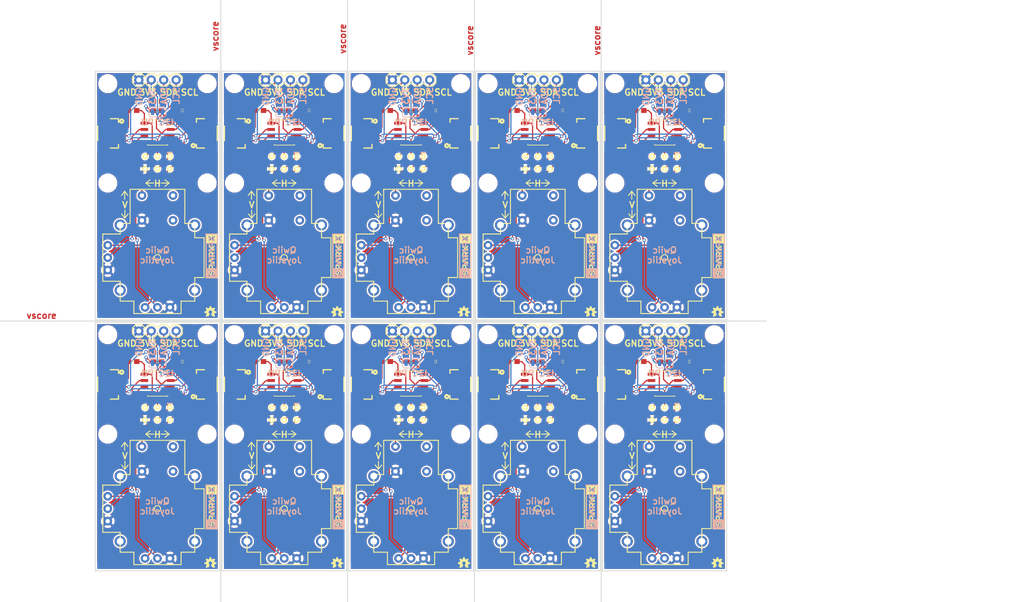
<source format=kicad_pcb>
(kicad_pcb (version 4) (host pcbnew 4.0.6)
  (layers (0 F.Cu signal) (31 B.Cu signal) (34 B.Paste user) (35 F.Paste user) (36 B.SilkS user) (37 F.SilkS user) (38 B.Mask user) (39 F.Mask user) (44 Edge.Cuts user))
  (net 0 "")
  (net 1 GND)
  (net 2 "Net-(JP1-Pad1)")
  (net 3 "Net-(JP1-Pad3)")
  (net 4 3.3V)
  (net 5 /SDA)
  (net 6 /SCL)
  (net 7 /SELECT)
  (net 8 /RESET)
  (net 9 /HORIZONTAL)
  (net 10 /VERTICAL)
  (module SparkX:SPARKX-MEDIUM (layer B.Cu) (at 202.0824 138.8364 270)
    (fp_text reference U3)
    (fp_text value SPARKX-LOGO4)
  )
  (module SparkX:SPARKX-MEDIUM (layer B.Cu) (at 176.1744 138.8364 270)
    (fp_text reference U3)
    (fp_text value SPARKX-LOGO4)
  )
  (module SparkX:SPARKX-MEDIUM (layer B.Cu) (at 150.2664 138.8364 270)
    (fp_text reference U3)
    (fp_text value SPARKX-LOGO4)
  )
  (module SparkX:SPARKX-MEDIUM (layer B.Cu) (at 124.3584 138.8364 270)
    (fp_text reference U3)
    (fp_text value SPARKX-LOGO4)
  )
  (module SparkX:SPARKX-MEDIUM (layer B.Cu) (at 98.4504 138.8364 270)
    (fp_text reference U3)
    (fp_text value SPARKX-LOGO4)
  )
  (module SparkX:SPARKX-MEDIUM (layer B.Cu) (at 202.0824 87.5284 270)
    (fp_text reference U3)
    (fp_text value SPARKX-LOGO4)
  )
  (module SparkX:SPARKX-MEDIUM (layer B.Cu) (at 176.1744 87.5284 270)
    (fp_text reference U3)
    (fp_text value SPARKX-LOGO4)
  )
  (module SparkX:SPARKX-MEDIUM (layer B.Cu) (at 150.2664 87.5284 270)
    (fp_text reference U3)
    (fp_text value SPARKX-LOGO4)
  )
  (module SparkX:SPARKX-MEDIUM (layer B.Cu) (at 124.3584 87.5284 270)
    (fp_text reference U3)
    (fp_text value SPARKX-LOGO4)
  )
  (module Jumpers:SMT-JUMPER_3_2-NC_TRACE_SILK (layer B.Cu) (at 191.008 109.4232)
    (fp_text reference JP1)
    (fp_text value JUMPER-SMT_3_2-NC_PASTE_SILK)
    (fp_line (start 0 0) (end 1.016 0) (layer B.Cu) (width 0.254))
    (fp_line (start 0 0) (end -1.016 0) (layer B.Cu) (width 0.254))
    (pad 1 smd rect (at -1.016 0) (size 0.635 1.27) (layers B.Cu B.Mask) (net 2 "Net-(JP1-Pad1)"))
    (pad 2 smd rect (at 0 0) (size 0.635 1.27) (layers B.Cu B.Mask) (net 4 3.3V))
    (pad 3 smd rect (at 1.016 0) (size 0.635 1.27) (layers B.Cu B.Mask) (net 3 "Net-(JP1-Pad3)"))
  )
  (module Jumpers:SMT-JUMPER_3_2-NC_TRACE_SILK (layer B.Cu) (at 165.1 109.4232)
    (fp_text reference JP1)
    (fp_text value JUMPER-SMT_3_2-NC_PASTE_SILK)
    (fp_line (start 0 0) (end 1.016 0) (layer B.Cu) (width 0.254))
    (fp_line (start 0 0) (end -1.016 0) (layer B.Cu) (width 0.254))
    (pad 1 smd rect (at -1.016 0) (size 0.635 1.27) (layers B.Cu B.Mask) (net 2 "Net-(JP1-Pad1)"))
    (pad 2 smd rect (at 0 0) (size 0.635 1.27) (layers B.Cu B.Mask) (net 4 3.3V))
    (pad 3 smd rect (at 1.016 0) (size 0.635 1.27) (layers B.Cu B.Mask) (net 3 "Net-(JP1-Pad3)"))
  )
  (module Jumpers:SMT-JUMPER_3_2-NC_TRACE_SILK (layer B.Cu) (at 139.192 109.4232)
    (fp_text reference JP1)
    (fp_text value JUMPER-SMT_3_2-NC_PASTE_SILK)
    (fp_line (start 0 0) (end 1.016 0) (layer B.Cu) (width 0.254))
    (fp_line (start 0 0) (end -1.016 0) (layer B.Cu) (width 0.254))
    (pad 1 smd rect (at -1.016 0) (size 0.635 1.27) (layers B.Cu B.Mask) (net 2 "Net-(JP1-Pad1)"))
    (pad 2 smd rect (at 0 0) (size 0.635 1.27) (layers B.Cu B.Mask) (net 4 3.3V))
    (pad 3 smd rect (at 1.016 0) (size 0.635 1.27) (layers B.Cu B.Mask) (net 3 "Net-(JP1-Pad3)"))
  )
  (module Jumpers:SMT-JUMPER_3_2-NC_TRACE_SILK (layer B.Cu) (at 113.284 109.4232)
    (fp_text reference JP1)
    (fp_text value JUMPER-SMT_3_2-NC_PASTE_SILK)
    (fp_line (start 0 0) (end 1.016 0) (layer B.Cu) (width 0.254))
    (fp_line (start 0 0) (end -1.016 0) (layer B.Cu) (width 0.254))
    (pad 1 smd rect (at -1.016 0) (size 0.635 1.27) (layers B.Cu B.Mask) (net 2 "Net-(JP1-Pad1)"))
    (pad 2 smd rect (at 0 0) (size 0.635 1.27) (layers B.Cu B.Mask) (net 4 3.3V))
    (pad 3 smd rect (at 1.016 0) (size 0.635 1.27) (layers B.Cu B.Mask) (net 3 "Net-(JP1-Pad3)"))
  )
  (module Jumpers:SMT-JUMPER_3_2-NC_TRACE_SILK (layer B.Cu) (at 87.376 109.4232)
    (fp_text reference JP1)
    (fp_text value JUMPER-SMT_3_2-NC_PASTE_SILK)
    (fp_line (start 0 0) (end 1.016 0) (layer B.Cu) (width 0.254))
    (fp_line (start 0 0) (end -1.016 0) (layer B.Cu) (width 0.254))
    (pad 1 smd rect (at -1.016 0) (size 0.635 1.27) (layers B.Cu B.Mask) (net 2 "Net-(JP1-Pad1)"))
    (pad 2 smd rect (at 0 0) (size 0.635 1.27) (layers B.Cu B.Mask) (net 4 3.3V))
    (pad 3 smd rect (at 1.016 0) (size 0.635 1.27) (layers B.Cu B.Mask) (net 3 "Net-(JP1-Pad3)"))
  )
  (module Jumpers:SMT-JUMPER_3_2-NC_TRACE_SILK (layer B.Cu) (at 191.008 58.1152)
    (fp_text reference JP1)
    (fp_text value JUMPER-SMT_3_2-NC_PASTE_SILK)
    (fp_line (start 0 0) (end 1.016 0) (layer B.Cu) (width 0.254))
    (fp_line (start 0 0) (end -1.016 0) (layer B.Cu) (width 0.254))
    (pad 1 smd rect (at -1.016 0) (size 0.635 1.27) (layers B.Cu B.Mask) (net 2 "Net-(JP1-Pad1)"))
    (pad 2 smd rect (at 0 0) (size 0.635 1.27) (layers B.Cu B.Mask) (net 4 3.3V))
    (pad 3 smd rect (at 1.016 0) (size 0.635 1.27) (layers B.Cu B.Mask) (net 3 "Net-(JP1-Pad3)"))
  )
  (module Jumpers:SMT-JUMPER_3_2-NC_TRACE_SILK (layer B.Cu) (at 165.1 58.1152)
    (fp_text reference JP1)
    (fp_text value JUMPER-SMT_3_2-NC_PASTE_SILK)
    (fp_line (start 0 0) (end 1.016 0) (layer B.Cu) (width 0.254))
    (fp_line (start 0 0) (end -1.016 0) (layer B.Cu) (width 0.254))
    (pad 1 smd rect (at -1.016 0) (size 0.635 1.27) (layers B.Cu B.Mask) (net 2 "Net-(JP1-Pad1)"))
    (pad 2 smd rect (at 0 0) (size 0.635 1.27) (layers B.Cu B.Mask) (net 4 3.3V))
    (pad 3 smd rect (at 1.016 0) (size 0.635 1.27) (layers B.Cu B.Mask) (net 3 "Net-(JP1-Pad3)"))
  )
  (module Jumpers:SMT-JUMPER_3_2-NC_TRACE_SILK (layer B.Cu) (at 139.192 58.1152)
    (fp_text reference JP1)
    (fp_text value JUMPER-SMT_3_2-NC_PASTE_SILK)
    (fp_line (start 0 0) (end 1.016 0) (layer B.Cu) (width 0.254))
    (fp_line (start 0 0) (end -1.016 0) (layer B.Cu) (width 0.254))
    (pad 1 smd rect (at -1.016 0) (size 0.635 1.27) (layers B.Cu B.Mask) (net 2 "Net-(JP1-Pad1)"))
    (pad 2 smd rect (at 0 0) (size 0.635 1.27) (layers B.Cu B.Mask) (net 4 3.3V))
    (pad 3 smd rect (at 1.016 0) (size 0.635 1.27) (layers B.Cu B.Mask) (net 3 "Net-(JP1-Pad3)"))
  )
  (module Jumpers:SMT-JUMPER_3_2-NC_TRACE_SILK (layer B.Cu) (at 113.284 58.1152)
    (fp_text reference JP1)
    (fp_text value JUMPER-SMT_3_2-NC_PASTE_SILK)
    (fp_line (start 0 0) (end 1.016 0) (layer B.Cu) (width 0.254))
    (fp_line (start 0 0) (end -1.016 0) (layer B.Cu) (width 0.254))
    (pad 1 smd rect (at -1.016 0) (size 0.635 1.27) (layers B.Cu B.Mask) (net 2 "Net-(JP1-Pad1)"))
    (pad 2 smd rect (at 0 0) (size 0.635 1.27) (layers B.Cu B.Mask) (net 4 3.3V))
    (pad 3 smd rect (at 1.016 0) (size 0.635 1.27) (layers B.Cu B.Mask) (net 3 "Net-(JP1-Pad3)"))
  )
  (module Resistors:0603 (layer F.Cu) (at 191.008 107.2388 180)
    (fp_text reference R2)
    (fp_text value 4.7KOHM-0603-1_10W-1%)
    (pad 1 smd rect (at -0.84836 0 180) (size 1.09982 0.99822) (layers F.Cu F.Paste F.Mask) (net 3 "Net-(JP1-Pad3)"))
    (pad 2 smd rect (at 0.84836 0 180) (size 1.09982 0.99822) (layers F.Cu F.Paste F.Mask) (net 5 /SDA))
  )
  (module Resistors:0603 (layer F.Cu) (at 165.1 107.2388 180)
    (fp_text reference R2)
    (fp_text value 4.7KOHM-0603-1_10W-1%)
    (pad 1 smd rect (at -0.84836 0 180) (size 1.09982 0.99822) (layers F.Cu F.Paste F.Mask) (net 3 "Net-(JP1-Pad3)"))
    (pad 2 smd rect (at 0.84836 0 180) (size 1.09982 0.99822) (layers F.Cu F.Paste F.Mask) (net 5 /SDA))
  )
  (module Resistors:0603 (layer F.Cu) (at 139.192 107.2388 180)
    (fp_text reference R2)
    (fp_text value 4.7KOHM-0603-1_10W-1%)
    (pad 1 smd rect (at -0.84836 0 180) (size 1.09982 0.99822) (layers F.Cu F.Paste F.Mask) (net 3 "Net-(JP1-Pad3)"))
    (pad 2 smd rect (at 0.84836 0 180) (size 1.09982 0.99822) (layers F.Cu F.Paste F.Mask) (net 5 /SDA))
  )
  (module Resistors:0603 (layer F.Cu) (at 113.284 107.2388 180)
    (fp_text reference R2)
    (fp_text value 4.7KOHM-0603-1_10W-1%)
    (pad 1 smd rect (at -0.84836 0 180) (size 1.09982 0.99822) (layers F.Cu F.Paste F.Mask) (net 3 "Net-(JP1-Pad3)"))
    (pad 2 smd rect (at 0.84836 0 180) (size 1.09982 0.99822) (layers F.Cu F.Paste F.Mask) (net 5 /SDA))
  )
  (module Resistors:0603 (layer F.Cu) (at 87.376 107.2388 180)
    (fp_text reference R2)
    (fp_text value 4.7KOHM-0603-1_10W-1%)
    (pad 1 smd rect (at -0.84836 0 180) (size 1.09982 0.99822) (layers F.Cu F.Paste F.Mask) (net 3 "Net-(JP1-Pad3)"))
    (pad 2 smd rect (at 0.84836 0 180) (size 1.09982 0.99822) (layers F.Cu F.Paste F.Mask) (net 5 /SDA))
  )
  (module Resistors:0603 (layer F.Cu) (at 191.008 55.9308 180)
    (fp_text reference R2)
    (fp_text value 4.7KOHM-0603-1_10W-1%)
    (pad 1 smd rect (at -0.84836 0 180) (size 1.09982 0.99822) (layers F.Cu F.Paste F.Mask) (net 3 "Net-(JP1-Pad3)"))
    (pad 2 smd rect (at 0.84836 0 180) (size 1.09982 0.99822) (layers F.Cu F.Paste F.Mask) (net 5 /SDA))
  )
  (module Resistors:0603 (layer F.Cu) (at 165.1 55.9308 180)
    (fp_text reference R2)
    (fp_text value 4.7KOHM-0603-1_10W-1%)
    (pad 1 smd rect (at -0.84836 0 180) (size 1.09982 0.99822) (layers F.Cu F.Paste F.Mask) (net 3 "Net-(JP1-Pad3)"))
    (pad 2 smd rect (at 0.84836 0 180) (size 1.09982 0.99822) (layers F.Cu F.Paste F.Mask) (net 5 /SDA))
  )
  (module Resistors:0603 (layer F.Cu) (at 139.192 55.9308 180)
    (fp_text reference R2)
    (fp_text value 4.7KOHM-0603-1_10W-1%)
    (pad 1 smd rect (at -0.84836 0 180) (size 1.09982 0.99822) (layers F.Cu F.Paste F.Mask) (net 3 "Net-(JP1-Pad3)"))
    (pad 2 smd rect (at 0.84836 0 180) (size 1.09982 0.99822) (layers F.Cu F.Paste F.Mask) (net 5 /SDA))
  )
  (module Resistors:0603 (layer F.Cu) (at 113.284 55.9308 180)
    (fp_text reference R2)
    (fp_text value 4.7KOHM-0603-1_10W-1%)
    (pad 1 smd rect (at -0.84836 0 180) (size 1.09982 0.99822) (layers F.Cu F.Paste F.Mask) (net 3 "Net-(JP1-Pad3)"))
    (pad 2 smd rect (at 0.84836 0 180) (size 1.09982 0.99822) (layers F.Cu F.Paste F.Mask) (net 5 /SDA))
  )
  (module Resistors:0603 (layer F.Cu) (at 191.008 109.1692)
    (fp_text reference R3)
    (fp_text value 4.7KOHM-0603-1_10W-1%)
    (pad 1 smd rect (at -0.84836 0) (size 1.09982 0.99822) (layers F.Cu F.Paste F.Mask) (net 2 "Net-(JP1-Pad1)"))
    (pad 2 smd rect (at 0.84836 0) (size 1.09982 0.99822) (layers F.Cu F.Paste F.Mask) (net 6 /SCL))
  )
  (module Resistors:0603 (layer F.Cu) (at 165.1 109.1692)
    (fp_text reference R3)
    (fp_text value 4.7KOHM-0603-1_10W-1%)
    (pad 1 smd rect (at -0.84836 0) (size 1.09982 0.99822) (layers F.Cu F.Paste F.Mask) (net 2 "Net-(JP1-Pad1)"))
    (pad 2 smd rect (at 0.84836 0) (size 1.09982 0.99822) (layers F.Cu F.Paste F.Mask) (net 6 /SCL))
  )
  (module Resistors:0603 (layer F.Cu) (at 139.192 109.1692)
    (fp_text reference R3)
    (fp_text value 4.7KOHM-0603-1_10W-1%)
    (pad 1 smd rect (at -0.84836 0) (size 1.09982 0.99822) (layers F.Cu F.Paste F.Mask) (net 2 "Net-(JP1-Pad1)"))
    (pad 2 smd rect (at 0.84836 0) (size 1.09982 0.99822) (layers F.Cu F.Paste F.Mask) (net 6 /SCL))
  )
  (module Resistors:0603 (layer F.Cu) (at 113.284 109.1692)
    (fp_text reference R3)
    (fp_text value 4.7KOHM-0603-1_10W-1%)
    (pad 1 smd rect (at -0.84836 0) (size 1.09982 0.99822) (layers F.Cu F.Paste F.Mask) (net 2 "Net-(JP1-Pad1)"))
    (pad 2 smd rect (at 0.84836 0) (size 1.09982 0.99822) (layers F.Cu F.Paste F.Mask) (net 6 /SCL))
  )
  (module Resistors:0603 (layer F.Cu) (at 87.376 109.1692)
    (fp_text reference R3)
    (fp_text value 4.7KOHM-0603-1_10W-1%)
    (pad 1 smd rect (at -0.84836 0) (size 1.09982 0.99822) (layers F.Cu F.Paste F.Mask) (net 2 "Net-(JP1-Pad1)"))
    (pad 2 smd rect (at 0.84836 0) (size 1.09982 0.99822) (layers F.Cu F.Paste F.Mask) (net 6 /SCL))
  )
  (module Resistors:0603 (layer F.Cu) (at 191.008 57.8612)
    (fp_text reference R3)
    (fp_text value 4.7KOHM-0603-1_10W-1%)
    (pad 1 smd rect (at -0.84836 0) (size 1.09982 0.99822) (layers F.Cu F.Paste F.Mask) (net 2 "Net-(JP1-Pad1)"))
    (pad 2 smd rect (at 0.84836 0) (size 1.09982 0.99822) (layers F.Cu F.Paste F.Mask) (net 6 /SCL))
  )
  (module Resistors:0603 (layer F.Cu) (at 165.1 57.8612)
    (fp_text reference R3)
    (fp_text value 4.7KOHM-0603-1_10W-1%)
    (pad 1 smd rect (at -0.84836 0) (size 1.09982 0.99822) (layers F.Cu F.Paste F.Mask) (net 2 "Net-(JP1-Pad1)"))
    (pad 2 smd rect (at 0.84836 0) (size 1.09982 0.99822) (layers F.Cu F.Paste F.Mask) (net 6 /SCL))
  )
  (module Resistors:0603 (layer F.Cu) (at 139.192 57.8612)
    (fp_text reference R3)
    (fp_text value 4.7KOHM-0603-1_10W-1%)
    (pad 1 smd rect (at -0.84836 0) (size 1.09982 0.99822) (layers F.Cu F.Paste F.Mask) (net 2 "Net-(JP1-Pad1)"))
    (pad 2 smd rect (at 0.84836 0) (size 1.09982 0.99822) (layers F.Cu F.Paste F.Mask) (net 6 /SCL))
  )
  (module Resistors:0603 (layer F.Cu) (at 113.284 57.8612)
    (fp_text reference R3)
    (fp_text value 4.7KOHM-0603-1_10W-1%)
    (pad 1 smd rect (at -0.84836 0) (size 1.09982 0.99822) (layers F.Cu F.Paste F.Mask) (net 2 "Net-(JP1-Pad1)"))
    (pad 2 smd rect (at 0.84836 0) (size 1.09982 0.99822) (layers F.Cu F.Paste F.Mask) (net 6 /SCL))
  )
  (module Connectors:2X3_TEST_POINTS (layer F.Cu) (at 191.008 119.7864 180)
    (fp_text reference J4)
    (fp_text value AVR_SPI_PROG_3X2TESTPOINTS)
    (pad 1 thru_hole circle (at -2.54 1.27 180) (size 1.016 1.016) (drill 0.508) (layers *.Cu *.Mask) (net 7 /SELECT))
    (pad 2 thru_hole circle (at -2.54 -1.27 180) (size 1.016 1.016) (drill 0.508) (layers *.Cu *.Mask) (net 4 3.3V))
    (pad 3 thru_hole circle (at 0 1.27 180) (size 1.016 1.016) (drill 0.508) (layers *.Cu *.Mask) (net 6 /SCL))
    (pad 4 thru_hole circle (at 0 -1.27 180) (size 1.016 1.016) (drill 0.508) (layers *.Cu *.Mask) (net 5 /SDA))
    (pad 5 thru_hole circle (at 2.54 1.27 180) (size 1.016 1.016) (drill 0.508) (layers *.Cu *.Mask) (net 8 /RESET))
    (pad 6 thru_hole circle (at 2.54 -1.27 180) (size 1.016 1.016) (drill 0.508) (layers *.Cu *.Mask) (net 1 GND))
  )
  (module Connectors:2X3_TEST_POINTS (layer F.Cu) (at 165.1 119.7864 180)
    (fp_text reference J4)
    (fp_text value AVR_SPI_PROG_3X2TESTPOINTS)
    (pad 1 thru_hole circle (at -2.54 1.27 180) (size 1.016 1.016) (drill 0.508) (layers *.Cu *.Mask) (net 7 /SELECT))
    (pad 2 thru_hole circle (at -2.54 -1.27 180) (size 1.016 1.016) (drill 0.508) (layers *.Cu *.Mask) (net 4 3.3V))
    (pad 3 thru_hole circle (at 0 1.27 180) (size 1.016 1.016) (drill 0.508) (layers *.Cu *.Mask) (net 6 /SCL))
    (pad 4 thru_hole circle (at 0 -1.27 180) (size 1.016 1.016) (drill 0.508) (layers *.Cu *.Mask) (net 5 /SDA))
    (pad 5 thru_hole circle (at 2.54 1.27 180) (size 1.016 1.016) (drill 0.508) (layers *.Cu *.Mask) (net 8 /RESET))
    (pad 6 thru_hole circle (at 2.54 -1.27 180) (size 1.016 1.016) (drill 0.508) (layers *.Cu *.Mask) (net 1 GND))
  )
  (module Connectors:2X3_TEST_POINTS (layer F.Cu) (at 139.192 119.7864 180)
    (fp_text reference J4)
    (fp_text value AVR_SPI_PROG_3X2TESTPOINTS)
    (pad 1 thru_hole circle (at -2.54 1.27 180) (size 1.016 1.016) (drill 0.508) (layers *.Cu *.Mask) (net 7 /SELECT))
    (pad 2 thru_hole circle (at -2.54 -1.27 180) (size 1.016 1.016) (drill 0.508) (layers *.Cu *.Mask) (net 4 3.3V))
    (pad 3 thru_hole circle (at 0 1.27 180) (size 1.016 1.016) (drill 0.508) (layers *.Cu *.Mask) (net 6 /SCL))
    (pad 4 thru_hole circle (at 0 -1.27 180) (size 1.016 1.016) (drill 0.508) (layers *.Cu *.Mask) (net 5 /SDA))
    (pad 5 thru_hole circle (at 2.54 1.27 180) (size 1.016 1.016) (drill 0.508) (layers *.Cu *.Mask) (net 8 /RESET))
    (pad 6 thru_hole circle (at 2.54 -1.27 180) (size 1.016 1.016) (drill 0.508) (layers *.Cu *.Mask) (net 1 GND))
  )
  (module Connectors:2X3_TEST_POINTS (layer F.Cu) (at 113.284 119.7864 180)
    (fp_text reference J4)
    (fp_text value AVR_SPI_PROG_3X2TESTPOINTS)
    (pad 1 thru_hole circle (at -2.54 1.27 180) (size 1.016 1.016) (drill 0.508) (layers *.Cu *.Mask) (net 7 /SELECT))
    (pad 2 thru_hole circle (at -2.54 -1.27 180) (size 1.016 1.016) (drill 0.508) (layers *.Cu *.Mask) (net 4 3.3V))
    (pad 3 thru_hole circle (at 0 1.27 180) (size 1.016 1.016) (drill 0.508) (layers *.Cu *.Mask) (net 6 /SCL))
    (pad 4 thru_hole circle (at 0 -1.27 180) (size 1.016 1.016) (drill 0.508) (layers *.Cu *.Mask) (net 5 /SDA))
    (pad 5 thru_hole circle (at 2.54 1.27 180) (size 1.016 1.016) (drill 0.508) (layers *.Cu *.Mask) (net 8 /RESET))
    (pad 6 thru_hole circle (at 2.54 -1.27 180) (size 1.016 1.016) (drill 0.508) (layers *.Cu *.Mask) (net 1 GND))
  )
  (module Connectors:2X3_TEST_POINTS (layer F.Cu) (at 87.376 119.7864 180)
    (fp_text reference J4)
    (fp_text value AVR_SPI_PROG_3X2TESTPOINTS)
    (pad 1 thru_hole circle (at -2.54 1.27 180) (size 1.016 1.016) (drill 0.508) (layers *.Cu *.Mask) (net 7 /SELECT))
    (pad 2 thru_hole circle (at -2.54 -1.27 180) (size 1.016 1.016) (drill 0.508) (layers *.Cu *.Mask) (net 4 3.3V))
    (pad 3 thru_hole circle (at 0 1.27 180) (size 1.016 1.016) (drill 0.508) (layers *.Cu *.Mask) (net 6 /SCL))
    (pad 4 thru_hole circle (at 0 -1.27 180) (size 1.016 1.016) (drill 0.508) (layers *.Cu *.Mask) (net 5 /SDA))
    (pad 5 thru_hole circle (at 2.54 1.27 180) (size 1.016 1.016) (drill 0.508) (layers *.Cu *.Mask) (net 8 /RESET))
    (pad 6 thru_hole circle (at 2.54 -1.27 180) (size 1.016 1.016) (drill 0.508) (layers *.Cu *.Mask) (net 1 GND))
  )
  (module Connectors:2X3_TEST_POINTS (layer F.Cu) (at 191.008 68.4784 180)
    (fp_text reference J4)
    (fp_text value AVR_SPI_PROG_3X2TESTPOINTS)
    (pad 1 thru_hole circle (at -2.54 1.27 180) (size 1.016 1.016) (drill 0.508) (layers *.Cu *.Mask) (net 7 /SELECT))
    (pad 2 thru_hole circle (at -2.54 -1.27 180) (size 1.016 1.016) (drill 0.508) (layers *.Cu *.Mask) (net 4 3.3V))
    (pad 3 thru_hole circle (at 0 1.27 180) (size 1.016 1.016) (drill 0.508) (layers *.Cu *.Mask) (net 6 /SCL))
    (pad 4 thru_hole circle (at 0 -1.27 180) (size 1.016 1.016) (drill 0.508) (layers *.Cu *.Mask) (net 5 /SDA))
    (pad 5 thru_hole circle (at 2.54 1.27 180) (size 1.016 1.016) (drill 0.508) (layers *.Cu *.Mask) (net 8 /RESET))
    (pad 6 thru_hole circle (at 2.54 -1.27 180) (size 1.016 1.016) (drill 0.508) (layers *.Cu *.Mask) (net 1 GND))
  )
  (module Connectors:2X3_TEST_POINTS (layer F.Cu) (at 165.1 68.4784 180)
    (fp_text reference J4)
    (fp_text value AVR_SPI_PROG_3X2TESTPOINTS)
    (pad 1 thru_hole circle (at -2.54 1.27 180) (size 1.016 1.016) (drill 0.508) (layers *.Cu *.Mask) (net 7 /SELECT))
    (pad 2 thru_hole circle (at -2.54 -1.27 180) (size 1.016 1.016) (drill 0.508) (layers *.Cu *.Mask) (net 4 3.3V))
    (pad 3 thru_hole circle (at 0 1.27 180) (size 1.016 1.016) (drill 0.508) (layers *.Cu *.Mask) (net 6 /SCL))
    (pad 4 thru_hole circle (at 0 -1.27 180) (size 1.016 1.016) (drill 0.508) (layers *.Cu *.Mask) (net 5 /SDA))
    (pad 5 thru_hole circle (at 2.54 1.27 180) (size 1.016 1.016) (drill 0.508) (layers *.Cu *.Mask) (net 8 /RESET))
    (pad 6 thru_hole circle (at 2.54 -1.27 180) (size 1.016 1.016) (drill 0.508) (layers *.Cu *.Mask) (net 1 GND))
  )
  (module Connectors:2X3_TEST_POINTS (layer F.Cu) (at 139.192 68.4784 180)
    (fp_text reference J4)
    (fp_text value AVR_SPI_PROG_3X2TESTPOINTS)
    (pad 1 thru_hole circle (at -2.54 1.27 180) (size 1.016 1.016) (drill 0.508) (layers *.Cu *.Mask) (net 7 /SELECT))
    (pad 2 thru_hole circle (at -2.54 -1.27 180) (size 1.016 1.016) (drill 0.508) (layers *.Cu *.Mask) (net 4 3.3V))
    (pad 3 thru_hole circle (at 0 1.27 180) (size 1.016 1.016) (drill 0.508) (layers *.Cu *.Mask) (net 6 /SCL))
    (pad 4 thru_hole circle (at 0 -1.27 180) (size 1.016 1.016) (drill 0.508) (layers *.Cu *.Mask) (net 5 /SDA))
    (pad 5 thru_hole circle (at 2.54 1.27 180) (size 1.016 1.016) (drill 0.508) (layers *.Cu *.Mask) (net 8 /RESET))
    (pad 6 thru_hole circle (at 2.54 -1.27 180) (size 1.016 1.016) (drill 0.508) (layers *.Cu *.Mask) (net 1 GND))
  )
  (module Connectors:2X3_TEST_POINTS (layer F.Cu) (at 113.284 68.4784 180)
    (fp_text reference J4)
    (fp_text value AVR_SPI_PROG_3X2TESTPOINTS)
    (pad 1 thru_hole circle (at -2.54 1.27 180) (size 1.016 1.016) (drill 0.508) (layers *.Cu *.Mask) (net 7 /SELECT))
    (pad 2 thru_hole circle (at -2.54 -1.27 180) (size 1.016 1.016) (drill 0.508) (layers *.Cu *.Mask) (net 4 3.3V))
    (pad 3 thru_hole circle (at 0 1.27 180) (size 1.016 1.016) (drill 0.508) (layers *.Cu *.Mask) (net 6 /SCL))
    (pad 4 thru_hole circle (at 0 -1.27 180) (size 1.016 1.016) (drill 0.508) (layers *.Cu *.Mask) (net 5 /SDA))
    (pad 5 thru_hole circle (at 2.54 1.27 180) (size 1.016 1.016) (drill 0.508) (layers *.Cu *.Mask) (net 8 /RESET))
    (pad 6 thru_hole circle (at 2.54 -1.27 180) (size 1.016 1.016) (drill 0.508) (layers *.Cu *.Mask) (net 1 GND))
  )
  (module SparkFun-KiCad-Aesthetics:FIDUCIAL-1X2 (layer F.Cu) (at 198.628 102.108)
    (fp_text reference F2)
    (fp_text value Fiducial)
    (pad 1 smd circle (at 0 0) (size 1 1) (layers F.Cu F.Mask))
  )
  (module SparkFun-KiCad-Aesthetics:FIDUCIAL-1X2 (layer F.Cu) (at 172.72 102.108)
    (fp_text reference F2)
    (fp_text value Fiducial)
    (pad 1 smd circle (at 0 0) (size 1 1) (layers F.Cu F.Mask))
  )
  (module SparkFun-KiCad-Aesthetics:FIDUCIAL-1X2 (layer F.Cu) (at 146.812 102.108)
    (fp_text reference F2)
    (fp_text value Fiducial)
    (pad 1 smd circle (at 0 0) (size 1 1) (layers F.Cu F.Mask))
  )
  (module SparkFun-KiCad-Aesthetics:FIDUCIAL-1X2 (layer F.Cu) (at 120.904 102.108)
    (fp_text reference F2)
    (fp_text value Fiducial)
    (pad 1 smd circle (at 0 0) (size 1 1) (layers F.Cu F.Mask))
  )
  (module SparkFun-KiCad-Aesthetics:FIDUCIAL-1X2 (layer F.Cu) (at 94.996 102.108)
    (fp_text reference F2)
    (fp_text value Fiducial)
    (pad 1 smd circle (at 0 0) (size 1 1) (layers F.Cu F.Mask))
  )
  (module SparkFun-KiCad-Aesthetics:FIDUCIAL-1X2 (layer F.Cu) (at 198.628 50.8)
    (fp_text reference F2)
    (fp_text value Fiducial)
    (pad 1 smd circle (at 0 0) (size 1 1) (layers F.Cu F.Mask))
  )
  (module SparkFun-KiCad-Aesthetics:FIDUCIAL-1X2 (layer F.Cu) (at 172.72 50.8)
    (fp_text reference F2)
    (fp_text value Fiducial)
    (pad 1 smd circle (at 0 0) (size 1 1) (layers F.Cu F.Mask))
  )
  (module SparkFun-KiCad-Aesthetics:FIDUCIAL-1X2 (layer F.Cu) (at 146.812 50.8)
    (fp_text reference F2)
    (fp_text value Fiducial)
    (pad 1 smd circle (at 0 0) (size 1 1) (layers F.Cu F.Mask))
  )
  (module SparkFun-KiCad-Aesthetics:FIDUCIAL-1X2 (layer F.Cu) (at 120.904 50.8)
    (fp_text reference F2)
    (fp_text value Fiducial)
    (pad 1 smd circle (at 0 0) (size 1 1) (layers F.Cu F.Mask))
  )
  (module SparkX:1X04_1MM_RA (layer F.Cu) (at 198.628 113.792 90)
    (fp_text reference J2)
    (fp_text value Qwiic_Connector)
    (pad NC2 smd rect (at -2.8 3.675 90) (size 1.2 2) (layers F.Cu F.Paste F.Mask))
    (pad NC1 smd rect (at 2.8 3.675 90) (size 1.2 2) (layers F.Cu F.Paste F.Mask))
    (pad 1 smd rect (at -1.5 0 90) (size 0.6 1.35) (layers F.Cu F.Paste F.Mask) (net 1 GND))
    (pad 2 smd rect (at -0.5 0 90) (size 0.6 1.35) (layers F.Cu F.Paste F.Mask) (net 4 3.3V))
    (pad 3 smd rect (at 0.5 0 90) (size 0.6 1.35) (layers F.Cu F.Paste F.Mask) (net 5 /SDA))
    (pad 4 smd rect (at 1.5 0 90) (size 0.6 1.35) (layers F.Cu F.Paste F.Mask) (net 6 /SCL))
  )
  (module SparkX:1X04_1MM_RA (layer F.Cu) (at 172.72 113.792 90)
    (fp_text reference J2)
    (fp_text value Qwiic_Connector)
    (pad NC2 smd rect (at -2.8 3.675 90) (size 1.2 2) (layers F.Cu F.Paste F.Mask))
    (pad NC1 smd rect (at 2.8 3.675 90) (size 1.2 2) (layers F.Cu F.Paste F.Mask))
    (pad 1 smd rect (at -1.5 0 90) (size 0.6 1.35) (layers F.Cu F.Paste F.Mask) (net 1 GND))
    (pad 2 smd rect (at -0.5 0 90) (size 0.6 1.35) (layers F.Cu F.Paste F.Mask) (net 4 3.3V))
    (pad 3 smd rect (at 0.5 0 90) (size 0.6 1.35) (layers F.Cu F.Paste F.Mask) (net 5 /SDA))
    (pad 4 smd rect (at 1.5 0 90) (size 0.6 1.35) (layers F.Cu F.Paste F.Mask) (net 6 /SCL))
  )
  (module SparkX:1X04_1MM_RA (layer F.Cu) (at 146.812 113.792 90)
    (fp_text reference J2)
    (fp_text value Qwiic_Connector)
    (pad NC2 smd rect (at -2.8 3.675 90) (size 1.2 2) (layers F.Cu F.Paste F.Mask))
    (pad NC1 smd rect (at 2.8 3.675 90) (size 1.2 2) (layers F.Cu F.Paste F.Mask))
    (pad 1 smd rect (at -1.5 0 90) (size 0.6 1.35) (layers F.Cu F.Paste F.Mask) (net 1 GND))
    (pad 2 smd rect (at -0.5 0 90) (size 0.6 1.35) (layers F.Cu F.Paste F.Mask) (net 4 3.3V))
    (pad 3 smd rect (at 0.5 0 90) (size 0.6 1.35) (layers F.Cu F.Paste F.Mask) (net 5 /SDA))
    (pad 4 smd rect (at 1.5 0 90) (size 0.6 1.35) (layers F.Cu F.Paste F.Mask) (net 6 /SCL))
  )
  (module SparkX:1X04_1MM_RA (layer F.Cu) (at 120.904 113.792 90)
    (fp_text reference J2)
    (fp_text value Qwiic_Connector)
    (pad NC2 smd rect (at -2.8 3.675 90) (size 1.2 2) (layers F.Cu F.Paste F.Mask))
    (pad NC1 smd rect (at 2.8 3.675 90) (size 1.2 2) (layers F.Cu F.Paste F.Mask))
    (pad 1 smd rect (at -1.5 0 90) (size 0.6 1.35) (layers F.Cu F.Paste F.Mask) (net 1 GND))
    (pad 2 smd rect (at -0.5 0 90) (size 0.6 1.35) (layers F.Cu F.Paste F.Mask) (net 4 3.3V))
    (pad 3 smd rect (at 0.5 0 90) (size 0.6 1.35) (layers F.Cu F.Paste F.Mask) (net 5 /SDA))
    (pad 4 smd rect (at 1.5 0 90) (size 0.6 1.35) (layers F.Cu F.Paste F.Mask) (net 6 /SCL))
  )
  (module SparkX:1X04_1MM_RA (layer F.Cu) (at 94.996 113.792 90)
    (fp_text reference J2)
    (fp_text value Qwiic_Connector)
    (pad NC2 smd rect (at -2.8 3.675 90) (size 1.2 2) (layers F.Cu F.Paste F.Mask))
    (pad NC1 smd rect (at 2.8 3.675 90) (size 1.2 2) (layers F.Cu F.Paste F.Mask))
    (pad 1 smd rect (at -1.5 0 90) (size 0.6 1.35) (layers F.Cu F.Paste F.Mask) (net 1 GND))
    (pad 2 smd rect (at -0.5 0 90) (size 0.6 1.35) (layers F.Cu F.Paste F.Mask) (net 4 3.3V))
    (pad 3 smd rect (at 0.5 0 90) (size 0.6 1.35) (layers F.Cu F.Paste F.Mask) (net 5 /SDA))
    (pad 4 smd rect (at 1.5 0 90) (size 0.6 1.35) (layers F.Cu F.Paste F.Mask) (net 6 /SCL))
  )
  (module SparkX:1X04_1MM_RA (layer F.Cu) (at 198.628 62.484 90)
    (fp_text reference J2)
    (fp_text value Qwiic_Connector)
    (pad NC2 smd rect (at -2.8 3.675 90) (size 1.2 2) (layers F.Cu F.Paste F.Mask))
    (pad NC1 smd rect (at 2.8 3.675 90) (size 1.2 2) (layers F.Cu F.Paste F.Mask))
    (pad 1 smd rect (at -1.5 0 90) (size 0.6 1.35) (layers F.Cu F.Paste F.Mask) (net 1 GND))
    (pad 2 smd rect (at -0.5 0 90) (size 0.6 1.35) (layers F.Cu F.Paste F.Mask) (net 4 3.3V))
    (pad 3 smd rect (at 0.5 0 90) (size 0.6 1.35) (layers F.Cu F.Paste F.Mask) (net 5 /SDA))
    (pad 4 smd rect (at 1.5 0 90) (size 0.6 1.35) (layers F.Cu F.Paste F.Mask) (net 6 /SCL))
  )
  (module SparkX:1X04_1MM_RA (layer F.Cu) (at 172.72 62.484 90)
    (fp_text reference J2)
    (fp_text value Qwiic_Connector)
    (pad NC2 smd rect (at -2.8 3.675 90) (size 1.2 2) (layers F.Cu F.Paste F.Mask))
    (pad NC1 smd rect (at 2.8 3.675 90) (size 1.2 2) (layers F.Cu F.Paste F.Mask))
    (pad 1 smd rect (at -1.5 0 90) (size 0.6 1.35) (layers F.Cu F.Paste F.Mask) (net 1 GND))
    (pad 2 smd rect (at -0.5 0 90) (size 0.6 1.35) (layers F.Cu F.Paste F.Mask) (net 4 3.3V))
    (pad 3 smd rect (at 0.5 0 90) (size 0.6 1.35) (layers F.Cu F.Paste F.Mask) (net 5 /SDA))
    (pad 4 smd rect (at 1.5 0 90) (size 0.6 1.35) (layers F.Cu F.Paste F.Mask) (net 6 /SCL))
  )
  (module SparkX:1X04_1MM_RA (layer F.Cu) (at 146.812 62.484 90)
    (fp_text reference J2)
    (fp_text value Qwiic_Connector)
    (pad NC2 smd rect (at -2.8 3.675 90) (size 1.2 2) (layers F.Cu F.Paste F.Mask))
    (pad NC1 smd rect (at 2.8 3.675 90) (size 1.2 2) (layers F.Cu F.Paste F.Mask))
    (pad 1 smd rect (at -1.5 0 90) (size 0.6 1.35) (layers F.Cu F.Paste F.Mask) (net 1 GND))
    (pad 2 smd rect (at -0.5 0 90) (size 0.6 1.35) (layers F.Cu F.Paste F.Mask) (net 4 3.3V))
    (pad 3 smd rect (at 0.5 0 90) (size 0.6 1.35) (layers F.Cu F.Paste F.Mask) (net 5 /SDA))
    (pad 4 smd rect (at 1.5 0 90) (size 0.6 1.35) (layers F.Cu F.Paste F.Mask) (net 6 /SCL))
  )
  (module SparkX:1X04_1MM_RA (layer F.Cu) (at 120.904 62.484 90)
    (fp_text reference J2)
    (fp_text value Qwiic_Connector)
    (pad NC2 smd rect (at -2.8 3.675 90) (size 1.2 2) (layers F.Cu F.Paste F.Mask))
    (pad NC1 smd rect (at 2.8 3.675 90) (size 1.2 2) (layers F.Cu F.Paste F.Mask))
    (pad 1 smd rect (at -1.5 0 90) (size 0.6 1.35) (layers F.Cu F.Paste F.Mask) (net 1 GND))
    (pad 2 smd rect (at -0.5 0 90) (size 0.6 1.35) (layers F.Cu F.Paste F.Mask) (net 4 3.3V))
    (pad 3 smd rect (at 0.5 0 90) (size 0.6 1.35) (layers F.Cu F.Paste F.Mask) (net 5 /SDA))
    (pad 4 smd rect (at 1.5 0 90) (size 0.6 1.35) (layers F.Cu F.Paste F.Mask) (net 6 /SCL))
  )
  (module SparkFun-Hardware:STAND-OFF (layer F.Cu) (at 201.168 103.632)
    (fp_text reference MK2)
    (fp_text value Mounting_Hole)
    (pad "" np_thru_hole circle (at 0 0) (size 3.302 3.302) (drill 3.302) (layers *.Cu))
  )
  (module SparkFun-Hardware:STAND-OFF (layer F.Cu) (at 175.26 103.632)
    (fp_text reference MK2)
    (fp_text value Mounting_Hole)
    (pad "" np_thru_hole circle (at 0 0) (size 3.302 3.302) (drill 3.302) (layers *.Cu))
  )
  (module SparkFun-Hardware:STAND-OFF (layer F.Cu) (at 149.352 103.632)
    (fp_text reference MK2)
    (fp_text value Mounting_Hole)
    (pad "" np_thru_hole circle (at 0 0) (size 3.302 3.302) (drill 3.302) (layers *.Cu))
  )
  (module SparkFun-Hardware:STAND-OFF (layer F.Cu) (at 123.444 103.632)
    (fp_text reference MK2)
    (fp_text value Mounting_Hole)
    (pad "" np_thru_hole circle (at 0 0) (size 3.302 3.302) (drill 3.302) (layers *.Cu))
  )
  (module SparkFun-Hardware:STAND-OFF (layer F.Cu) (at 97.536 103.632)
    (fp_text reference MK2)
    (fp_text value Mounting_Hole)
    (pad "" np_thru_hole circle (at 0 0) (size 3.302 3.302) (drill 3.302) (layers *.Cu))
  )
  (module SparkFun-Hardware:STAND-OFF (layer F.Cu) (at 201.168 52.324)
    (fp_text reference MK2)
    (fp_text value Mounting_Hole)
    (pad "" np_thru_hole circle (at 0 0) (size 3.302 3.302) (drill 3.302) (layers *.Cu))
  )
  (module SparkFun-Hardware:STAND-OFF (layer F.Cu) (at 175.26 52.324)
    (fp_text reference MK2)
    (fp_text value Mounting_Hole)
    (pad "" np_thru_hole circle (at 0 0) (size 3.302 3.302) (drill 3.302) (layers *.Cu))
  )
  (module SparkFun-Hardware:STAND-OFF (layer F.Cu) (at 149.352 52.324)
    (fp_text reference MK2)
    (fp_text value Mounting_Hole)
    (pad "" np_thru_hole circle (at 0 0) (size 3.302 3.302) (drill 3.302) (layers *.Cu))
  )
  (module SparkFun-Hardware:STAND-OFF (layer F.Cu) (at 123.444 52.324)
    (fp_text reference MK2)
    (fp_text value Mounting_Hole)
    (pad "" np_thru_hole circle (at 0 0) (size 3.302 3.302) (drill 3.302) (layers *.Cu))
  )
  (module Resistors:0603 (layer F.Cu) (at 196.088 109.1184)
    (fp_text reference C1)
    (fp_text value 0.1UF-0603-25V-5%)
    (pad 1 smd rect (at -0.84836 0) (size 1.09982 0.99822) (layers F.Cu F.Paste F.Mask) (net 4 3.3V))
    (pad 2 smd rect (at 0.84836 0) (size 1.09982 0.99822) (layers F.Cu F.Paste F.Mask) (net 1 GND))
  )
  (module Resistors:0603 (layer F.Cu) (at 170.18 109.1184)
    (fp_text reference C1)
    (fp_text value 0.1UF-0603-25V-5%)
    (pad 1 smd rect (at -0.84836 0) (size 1.09982 0.99822) (layers F.Cu F.Paste F.Mask) (net 4 3.3V))
    (pad 2 smd rect (at 0.84836 0) (size 1.09982 0.99822) (layers F.Cu F.Paste F.Mask) (net 1 GND))
  )
  (module Resistors:0603 (layer F.Cu) (at 144.272 109.1184)
    (fp_text reference C1)
    (fp_text value 0.1UF-0603-25V-5%)
    (pad 1 smd rect (at -0.84836 0) (size 1.09982 0.99822) (layers F.Cu F.Paste F.Mask) (net 4 3.3V))
    (pad 2 smd rect (at 0.84836 0) (size 1.09982 0.99822) (layers F.Cu F.Paste F.Mask) (net 1 GND))
  )
  (module Resistors:0603 (layer F.Cu) (at 118.364 109.1184)
    (fp_text reference C1)
    (fp_text value 0.1UF-0603-25V-5%)
    (pad 1 smd rect (at -0.84836 0) (size 1.09982 0.99822) (layers F.Cu F.Paste F.Mask) (net 4 3.3V))
    (pad 2 smd rect (at 0.84836 0) (size 1.09982 0.99822) (layers F.Cu F.Paste F.Mask) (net 1 GND))
  )
  (module Resistors:0603 (layer F.Cu) (at 92.456 109.1184)
    (fp_text reference C1)
    (fp_text value 0.1UF-0603-25V-5%)
    (pad 1 smd rect (at -0.84836 0) (size 1.09982 0.99822) (layers F.Cu F.Paste F.Mask) (net 4 3.3V))
    (pad 2 smd rect (at 0.84836 0) (size 1.09982 0.99822) (layers F.Cu F.Paste F.Mask) (net 1 GND))
  )
  (module Resistors:0603 (layer F.Cu) (at 196.088 57.8104)
    (fp_text reference C1)
    (fp_text value 0.1UF-0603-25V-5%)
    (pad 1 smd rect (at -0.84836 0) (size 1.09982 0.99822) (layers F.Cu F.Paste F.Mask) (net 4 3.3V))
    (pad 2 smd rect (at 0.84836 0) (size 1.09982 0.99822) (layers F.Cu F.Paste F.Mask) (net 1 GND))
  )
  (module Resistors:0603 (layer F.Cu) (at 170.18 57.8104)
    (fp_text reference C1)
    (fp_text value 0.1UF-0603-25V-5%)
    (pad 1 smd rect (at -0.84836 0) (size 1.09982 0.99822) (layers F.Cu F.Paste F.Mask) (net 4 3.3V))
    (pad 2 smd rect (at 0.84836 0) (size 1.09982 0.99822) (layers F.Cu F.Paste F.Mask) (net 1 GND))
  )
  (module Resistors:0603 (layer F.Cu) (at 144.272 57.8104)
    (fp_text reference C1)
    (fp_text value 0.1UF-0603-25V-5%)
    (pad 1 smd rect (at -0.84836 0) (size 1.09982 0.99822) (layers F.Cu F.Paste F.Mask) (net 4 3.3V))
    (pad 2 smd rect (at 0.84836 0) (size 1.09982 0.99822) (layers F.Cu F.Paste F.Mask) (net 1 GND))
  )
  (module Resistors:0603 (layer F.Cu) (at 118.364 57.8104)
    (fp_text reference C1)
    (fp_text value 0.1UF-0603-25V-5%)
    (pad 1 smd rect (at -0.84836 0) (size 1.09982 0.99822) (layers F.Cu F.Paste F.Mask) (net 4 3.3V))
    (pad 2 smd rect (at 0.84836 0) (size 1.09982 0.99822) (layers F.Cu F.Paste F.Mask) (net 1 GND))
  )
  (module SparkFun-Aesthetics:CREATIVE_COMMONS (layer F.Cu) (at 187.96 94.488)
    (fp_text reference U4)
    (fp_text value CC_LICENSE)
  )
  (module SparkFun-Aesthetics:CREATIVE_COMMONS (layer F.Cu) (at 162.052 94.488)
    (fp_text reference U4)
    (fp_text value CC_LICENSE)
  )
  (module SparkFun-Aesthetics:CREATIVE_COMMONS (layer F.Cu) (at 136.144 94.488)
    (fp_text reference U4)
    (fp_text value CC_LICENSE)
  )
  (module SparkFun-Aesthetics:CREATIVE_COMMONS (layer F.Cu) (at 110.236 94.488)
    (fp_text reference U4)
    (fp_text value CC_LICENSE)
  )
  (module SparkFun-Aesthetics:CREATIVE_COMMONS (layer F.Cu) (at 84.328 94.488)
    (fp_text reference U4)
    (fp_text value CC_LICENSE)
  )
  (module SparkFun-Aesthetics:CREATIVE_COMMONS (layer F.Cu) (at 187.96 43.18)
    (fp_text reference U4)
    (fp_text value CC_LICENSE)
  )
  (module SparkFun-Aesthetics:CREATIVE_COMMONS (layer F.Cu) (at 162.052 43.18)
    (fp_text reference U4)
    (fp_text value CC_LICENSE)
  )
  (module SparkFun-Aesthetics:CREATIVE_COMMONS (layer F.Cu) (at 136.144 43.18)
    (fp_text reference U4)
    (fp_text value CC_LICENSE)
  )
  (module SparkFun-Aesthetics:CREATIVE_COMMONS (layer F.Cu) (at 110.236 43.18)
    (fp_text reference U4)
    (fp_text value CC_LICENSE)
  )
  (module Housings_SOIC:SOIC-8_3.9x4.9mm_Pitch1.27mm (layer F.Cu) (at 191.0334 113.6269)
    (fp_text reference U1)
    (fp_text value ATTINY85-20SU)
    (pad 1 smd rect (at -2.7 -1.905) (size 1.55 0.6) (layers F.Cu F.Paste F.Mask) (net 8 /RESET))
    (pad 2 smd rect (at -2.7 -0.635) (size 1.55 0.6) (layers F.Cu F.Paste F.Mask) (net 10 /VERTICAL))
    (pad 3 smd rect (at -2.7 0.635) (size 1.55 0.6) (layers F.Cu F.Paste F.Mask) (net 9 /HORIZONTAL))
    (pad 4 smd rect (at -2.7 1.905) (size 1.55 0.6) (layers F.Cu F.Paste F.Mask) (net 1 GND))
    (pad 5 smd rect (at 2.7 1.905) (size 1.55 0.6) (layers F.Cu F.Paste F.Mask) (net 5 /SDA))
    (pad 6 smd rect (at 2.7 0.635) (size 1.55 0.6) (layers F.Cu F.Paste F.Mask) (net 7 /SELECT))
    (pad 7 smd rect (at 2.7 -0.635) (size 1.55 0.6) (layers F.Cu F.Paste F.Mask) (net 6 /SCL))
    (pad 8 smd rect (at 2.7 -1.905) (size 1.55 0.6) (layers F.Cu F.Paste F.Mask) (net 4 3.3V))
  )
  (module Housings_SOIC:SOIC-8_3.9x4.9mm_Pitch1.27mm (layer F.Cu) (at 165.1254 113.6269)
    (fp_text reference U1)
    (fp_text value ATTINY85-20SU)
    (pad 1 smd rect (at -2.7 -1.905) (size 1.55 0.6) (layers F.Cu F.Paste F.Mask) (net 8 /RESET))
    (pad 2 smd rect (at -2.7 -0.635) (size 1.55 0.6) (layers F.Cu F.Paste F.Mask) (net 10 /VERTICAL))
    (pad 3 smd rect (at -2.7 0.635) (size 1.55 0.6) (layers F.Cu F.Paste F.Mask) (net 9 /HORIZONTAL))
    (pad 4 smd rect (at -2.7 1.905) (size 1.55 0.6) (layers F.Cu F.Paste F.Mask) (net 1 GND))
    (pad 5 smd rect (at 2.7 1.905) (size 1.55 0.6) (layers F.Cu F.Paste F.Mask) (net 5 /SDA))
    (pad 6 smd rect (at 2.7 0.635) (size 1.55 0.6) (layers F.Cu F.Paste F.Mask) (net 7 /SELECT))
    (pad 7 smd rect (at 2.7 -0.635) (size 1.55 0.6) (layers F.Cu F.Paste F.Mask) (net 6 /SCL))
    (pad 8 smd rect (at 2.7 -1.905) (size 1.55 0.6) (layers F.Cu F.Paste F.Mask) (net 4 3.3V))
  )
  (module Housings_SOIC:SOIC-8_3.9x4.9mm_Pitch1.27mm (layer F.Cu) (at 139.2174 113.6269)
    (fp_text reference U1)
    (fp_text value ATTINY85-20SU)
    (pad 1 smd rect (at -2.7 -1.905) (size 1.55 0.6) (layers F.Cu F.Paste F.Mask) (net 8 /RESET))
    (pad 2 smd rect (at -2.7 -0.635) (size 1.55 0.6) (layers F.Cu F.Paste F.Mask) (net 10 /VERTICAL))
    (pad 3 smd rect (at -2.7 0.635) (size 1.55 0.6) (layers F.Cu F.Paste F.Mask) (net 9 /HORIZONTAL))
    (pad 4 smd rect (at -2.7 1.905) (size 1.55 0.6) (layers F.Cu F.Paste F.Mask) (net 1 GND))
    (pad 5 smd rect (at 2.7 1.905) (size 1.55 0.6) (layers F.Cu F.Paste F.Mask) (net 5 /SDA))
    (pad 6 smd rect (at 2.7 0.635) (size 1.55 0.6) (layers F.Cu F.Paste F.Mask) (net 7 /SELECT))
    (pad 7 smd rect (at 2.7 -0.635) (size 1.55 0.6) (layers F.Cu F.Paste F.Mask) (net 6 /SCL))
    (pad 8 smd rect (at 2.7 -1.905) (size 1.55 0.6) (layers F.Cu F.Paste F.Mask) (net 4 3.3V))
  )
  (module Housings_SOIC:SOIC-8_3.9x4.9mm_Pitch1.27mm (layer F.Cu) (at 113.3094 113.6269)
    (fp_text reference U1)
    (fp_text value ATTINY85-20SU)
    (pad 1 smd rect (at -2.7 -1.905) (size 1.55 0.6) (layers F.Cu F.Paste F.Mask) (net 8 /RESET))
    (pad 2 smd rect (at -2.7 -0.635) (size 1.55 0.6) (layers F.Cu F.Paste F.Mask) (net 10 /VERTICAL))
    (pad 3 smd rect (at -2.7 0.635) (size 1.55 0.6) (layers F.Cu F.Paste F.Mask) (net 9 /HORIZONTAL))
    (pad 4 smd rect (at -2.7 1.905) (size 1.55 0.6) (layers F.Cu F.Paste F.Mask) (net 1 GND))
    (pad 5 smd rect (at 2.7 1.905) (size 1.55 0.6) (layers F.Cu F.Paste F.Mask) (net 5 /SDA))
    (pad 6 smd rect (at 2.7 0.635) (size 1.55 0.6) (layers F.Cu F.Paste F.Mask) (net 7 /SELECT))
    (pad 7 smd rect (at 2.7 -0.635) (size 1.55 0.6) (layers F.Cu F.Paste F.Mask) (net 6 /SCL))
    (pad 8 smd rect (at 2.7 -1.905) (size 1.55 0.6) (layers F.Cu F.Paste F.Mask) (net 4 3.3V))
  )
  (module Housings_SOIC:SOIC-8_3.9x4.9mm_Pitch1.27mm (layer F.Cu) (at 87.4014 113.6269)
    (fp_text reference U1)
    (fp_text value ATTINY85-20SU)
    (pad 1 smd rect (at -2.7 -1.905) (size 1.55 0.6) (layers F.Cu F.Paste F.Mask) (net 8 /RESET))
    (pad 2 smd rect (at -2.7 -0.635) (size 1.55 0.6) (layers F.Cu F.Paste F.Mask) (net 10 /VERTICAL))
    (pad 3 smd rect (at -2.7 0.635) (size 1.55 0.6) (layers F.Cu F.Paste F.Mask) (net 9 /HORIZONTAL))
    (pad 4 smd rect (at -2.7 1.905) (size 1.55 0.6) (layers F.Cu F.Paste F.Mask) (net 1 GND))
    (pad 5 smd rect (at 2.7 1.905) (size 1.55 0.6) (layers F.Cu F.Paste F.Mask) (net 5 /SDA))
    (pad 6 smd rect (at 2.7 0.635) (size 1.55 0.6) (layers F.Cu F.Paste F.Mask) (net 7 /SELECT))
    (pad 7 smd rect (at 2.7 -0.635) (size 1.55 0.6) (layers F.Cu F.Paste F.Mask) (net 6 /SCL))
    (pad 8 smd rect (at 2.7 -1.905) (size 1.55 0.6) (layers F.Cu F.Paste F.Mask) (net 4 3.3V))
  )
  (module Housings_SOIC:SOIC-8_3.9x4.9mm_Pitch1.27mm (layer F.Cu) (at 191.0334 62.3189)
    (fp_text reference U1)
    (fp_text value ATTINY85-20SU)
    (pad 1 smd rect (at -2.7 -1.905) (size 1.55 0.6) (layers F.Cu F.Paste F.Mask) (net 8 /RESET))
    (pad 2 smd rect (at -2.7 -0.635) (size 1.55 0.6) (layers F.Cu F.Paste F.Mask) (net 10 /VERTICAL))
    (pad 3 smd rect (at -2.7 0.635) (size 1.55 0.6) (layers F.Cu F.Paste F.Mask) (net 9 /HORIZONTAL))
    (pad 4 smd rect (at -2.7 1.905) (size 1.55 0.6) (layers F.Cu F.Paste F.Mask) (net 1 GND))
    (pad 5 smd rect (at 2.7 1.905) (size 1.55 0.6) (layers F.Cu F.Paste F.Mask) (net 5 /SDA))
    (pad 6 smd rect (at 2.7 0.635) (size 1.55 0.6) (layers F.Cu F.Paste F.Mask) (net 7 /SELECT))
    (pad 7 smd rect (at 2.7 -0.635) (size 1.55 0.6) (layers F.Cu F.Paste F.Mask) (net 6 /SCL))
    (pad 8 smd rect (at 2.7 -1.905) (size 1.55 0.6) (layers F.Cu F.Paste F.Mask) (net 4 3.3V))
  )
  (module Housings_SOIC:SOIC-8_3.9x4.9mm_Pitch1.27mm (layer F.Cu) (at 165.1254 62.3189)
    (fp_text reference U1)
    (fp_text value ATTINY85-20SU)
    (pad 1 smd rect (at -2.7 -1.905) (size 1.55 0.6) (layers F.Cu F.Paste F.Mask) (net 8 /RESET))
    (pad 2 smd rect (at -2.7 -0.635) (size 1.55 0.6) (layers F.Cu F.Paste F.Mask) (net 10 /VERTICAL))
    (pad 3 smd rect (at -2.7 0.635) (size 1.55 0.6) (layers F.Cu F.Paste F.Mask) (net 9 /HORIZONTAL))
    (pad 4 smd rect (at -2.7 1.905) (size 1.55 0.6) (layers F.Cu F.Paste F.Mask) (net 1 GND))
    (pad 5 smd rect (at 2.7 1.905) (size 1.55 0.6) (layers F.Cu F.Paste F.Mask) (net 5 /SDA))
    (pad 6 smd rect (at 2.7 0.635) (size 1.55 0.6) (layers F.Cu F.Paste F.Mask) (net 7 /SELECT))
    (pad 7 smd rect (at 2.7 -0.635) (size 1.55 0.6) (layers F.Cu F.Paste F.Mask) (net 6 /SCL))
    (pad 8 smd rect (at 2.7 -1.905) (size 1.55 0.6) (layers F.Cu F.Paste F.Mask) (net 4 3.3V))
  )
  (module Housings_SOIC:SOIC-8_3.9x4.9mm_Pitch1.27mm (layer F.Cu) (at 139.2174 62.3189)
    (fp_text reference U1)
    (fp_text value ATTINY85-20SU)
    (pad 1 smd rect (at -2.7 -1.905) (size 1.55 0.6) (layers F.Cu F.Paste F.Mask) (net 8 /RESET))
    (pad 2 smd rect (at -2.7 -0.635) (size 1.55 0.6) (layers F.Cu F.Paste F.Mask) (net 10 /VERTICAL))
    (pad 3 smd rect (at -2.7 0.635) (size 1.55 0.6) (layers F.Cu F.Paste F.Mask) (net 9 /HORIZONTAL))
    (pad 4 smd rect (at -2.7 1.905) (size 1.55 0.6) (layers F.Cu F.Paste F.Mask) (net 1 GND))
    (pad 5 smd rect (at 2.7 1.905) (size 1.55 0.6) (layers F.Cu F.Paste F.Mask) (net 5 /SDA))
    (pad 6 smd rect (at 2.7 0.635) (size 1.55 0.6) (layers F.Cu F.Paste F.Mask) (net 7 /SELECT))
    (pad 7 smd rect (at 2.7 -0.635) (size 1.55 0.6) (layers F.Cu F.Paste F.Mask) (net 6 /SCL))
    (pad 8 smd rect (at 2.7 -1.905) (size 1.55 0.6) (layers F.Cu F.Paste F.Mask) (net 4 3.3V))
  )
  (module Housings_SOIC:SOIC-8_3.9x4.9mm_Pitch1.27mm (layer F.Cu) (at 113.3094 62.3189)
    (fp_text reference U1)
    (fp_text value ATTINY85-20SU)
    (pad 1 smd rect (at -2.7 -1.905) (size 1.55 0.6) (layers F.Cu F.Paste F.Mask) (net 8 /RESET))
    (pad 2 smd rect (at -2.7 -0.635) (size 1.55 0.6) (layers F.Cu F.Paste F.Mask) (net 10 /VERTICAL))
    (pad 3 smd rect (at -2.7 0.635) (size 1.55 0.6) (layers F.Cu F.Paste F.Mask) (net 9 /HORIZONTAL))
    (pad 4 smd rect (at -2.7 1.905) (size 1.55 0.6) (layers F.Cu F.Paste F.Mask) (net 1 GND))
    (pad 5 smd rect (at 2.7 1.905) (size 1.55 0.6) (layers F.Cu F.Paste F.Mask) (net 5 /SDA))
    (pad 6 smd rect (at 2.7 0.635) (size 1.55 0.6) (layers F.Cu F.Paste F.Mask) (net 7 /SELECT))
    (pad 7 smd rect (at 2.7 -0.635) (size 1.55 0.6) (layers F.Cu F.Paste F.Mask) (net 6 /SCL))
    (pad 8 smd rect (at 2.7 -1.905) (size 1.55 0.6) (layers F.Cu F.Paste F.Mask) (net 4 3.3V))
  )
  (module Connectors:1X04 (layer F.Cu) (at 187.198 102.87)
    (fp_text reference J3)
    (fp_text value I2C_Standard_PTH_Connector)
    (pad 1 thru_hole circle (at 0 0) (size 1.8796 1.8796) (drill 1.016) (layers *.Cu *.Mask) (net 1 GND))
    (pad 2 thru_hole circle (at 2.54 0) (size 1.8796 1.8796) (drill 1.016) (layers *.Cu *.Mask) (net 4 3.3V))
    (pad 3 thru_hole circle (at 5.08 0) (size 1.8796 1.8796) (drill 1.016) (layers *.Cu *.Mask) (net 5 /SDA))
    (pad 4 thru_hole circle (at 7.62 0) (size 1.8796 1.8796) (drill 1.016) (layers *.Cu *.Mask) (net 6 /SCL))
  )
  (module Connectors:1X04 (layer F.Cu) (at 161.29 102.87)
    (fp_text reference J3)
    (fp_text value I2C_Standard_PTH_Connector)
    (pad 1 thru_hole circle (at 0 0) (size 1.8796 1.8796) (drill 1.016) (layers *.Cu *.Mask) (net 1 GND))
    (pad 2 thru_hole circle (at 2.54 0) (size 1.8796 1.8796) (drill 1.016) (layers *.Cu *.Mask) (net 4 3.3V))
    (pad 3 thru_hole circle (at 5.08 0) (size 1.8796 1.8796) (drill 1.016) (layers *.Cu *.Mask) (net 5 /SDA))
    (pad 4 thru_hole circle (at 7.62 0) (size 1.8796 1.8796) (drill 1.016) (layers *.Cu *.Mask) (net 6 /SCL))
  )
  (module Connectors:1X04 (layer F.Cu) (at 135.382 102.87)
    (fp_text reference J3)
    (fp_text value I2C_Standard_PTH_Connector)
    (pad 1 thru_hole circle (at 0 0) (size 1.8796 1.8796) (drill 1.016) (layers *.Cu *.Mask) (net 1 GND))
    (pad 2 thru_hole circle (at 2.54 0) (size 1.8796 1.8796) (drill 1.016) (layers *.Cu *.Mask) (net 4 3.3V))
    (pad 3 thru_hole circle (at 5.08 0) (size 1.8796 1.8796) (drill 1.016) (layers *.Cu *.Mask) (net 5 /SDA))
    (pad 4 thru_hole circle (at 7.62 0) (size 1.8796 1.8796) (drill 1.016) (layers *.Cu *.Mask) (net 6 /SCL))
  )
  (module Connectors:1X04 (layer F.Cu) (at 109.474 102.87)
    (fp_text reference J3)
    (fp_text value I2C_Standard_PTH_Connector)
    (pad 1 thru_hole circle (at 0 0) (size 1.8796 1.8796) (drill 1.016) (layers *.Cu *.Mask) (net 1 GND))
    (pad 2 thru_hole circle (at 2.54 0) (size 1.8796 1.8796) (drill 1.016) (layers *.Cu *.Mask) (net 4 3.3V))
    (pad 3 thru_hole circle (at 5.08 0) (size 1.8796 1.8796) (drill 1.016) (layers *.Cu *.Mask) (net 5 /SDA))
    (pad 4 thru_hole circle (at 7.62 0) (size 1.8796 1.8796) (drill 1.016) (layers *.Cu *.Mask) (net 6 /SCL))
  )
  (module Connectors:1X04 (layer F.Cu) (at 83.566 102.87)
    (fp_text reference J3)
    (fp_text value I2C_Standard_PTH_Connector)
    (pad 1 thru_hole circle (at 0 0) (size 1.8796 1.8796) (drill 1.016) (layers *.Cu *.Mask) (net 1 GND))
    (pad 2 thru_hole circle (at 2.54 0) (size 1.8796 1.8796) (drill 1.016) (layers *.Cu *.Mask) (net 4 3.3V))
    (pad 3 thru_hole circle (at 5.08 0) (size 1.8796 1.8796) (drill 1.016) (layers *.Cu *.Mask) (net 5 /SDA))
    (pad 4 thru_hole circle (at 7.62 0) (size 1.8796 1.8796) (drill 1.016) (layers *.Cu *.Mask) (net 6 /SCL))
  )
  (module Connectors:1X04 (layer F.Cu) (at 187.198 51.562)
    (fp_text reference J3)
    (fp_text value I2C_Standard_PTH_Connector)
    (pad 1 thru_hole circle (at 0 0) (size 1.8796 1.8796) (drill 1.016) (layers *.Cu *.Mask) (net 1 GND))
    (pad 2 thru_hole circle (at 2.54 0) (size 1.8796 1.8796) (drill 1.016) (layers *.Cu *.Mask) (net 4 3.3V))
    (pad 3 thru_hole circle (at 5.08 0) (size 1.8796 1.8796) (drill 1.016) (layers *.Cu *.Mask) (net 5 /SDA))
    (pad 4 thru_hole circle (at 7.62 0) (size 1.8796 1.8796) (drill 1.016) (layers *.Cu *.Mask) (net 6 /SCL))
  )
  (module Connectors:1X04 (layer F.Cu) (at 161.29 51.562)
    (fp_text reference J3)
    (fp_text value I2C_Standard_PTH_Connector)
    (pad 1 thru_hole circle (at 0 0) (size 1.8796 1.8796) (drill 1.016) (layers *.Cu *.Mask) (net 1 GND))
    (pad 2 thru_hole circle (at 2.54 0) (size 1.8796 1.8796) (drill 1.016) (layers *.Cu *.Mask) (net 4 3.3V))
    (pad 3 thru_hole circle (at 5.08 0) (size 1.8796 1.8796) (drill 1.016) (layers *.Cu *.Mask) (net 5 /SDA))
    (pad 4 thru_hole circle (at 7.62 0) (size 1.8796 1.8796) (drill 1.016) (layers *.Cu *.Mask) (net 6 /SCL))
  )
  (module Connectors:1X04 (layer F.Cu) (at 135.382 51.562)
    (fp_text reference J3)
    (fp_text value I2C_Standard_PTH_Connector)
    (pad 1 thru_hole circle (at 0 0) (size 1.8796 1.8796) (drill 1.016) (layers *.Cu *.Mask) (net 1 GND))
    (pad 2 thru_hole circle (at 2.54 0) (size 1.8796 1.8796) (drill 1.016) (layers *.Cu *.Mask) (net 4 3.3V))
    (pad 3 thru_hole circle (at 5.08 0) (size 1.8796 1.8796) (drill 1.016) (layers *.Cu *.Mask) (net 5 /SDA))
    (pad 4 thru_hole circle (at 7.62 0) (size 1.8796 1.8796) (drill 1.016) (layers *.Cu *.Mask) (net 6 /SCL))
  )
  (module Connectors:1X04 (layer F.Cu) (at 109.474 51.562)
    (fp_text reference J3)
    (fp_text value I2C_Standard_PTH_Connector)
    (pad 1 thru_hole circle (at 0 0) (size 1.8796 1.8796) (drill 1.016) (layers *.Cu *.Mask) (net 1 GND))
    (pad 2 thru_hole circle (at 2.54 0) (size 1.8796 1.8796) (drill 1.016) (layers *.Cu *.Mask) (net 4 3.3V))
    (pad 3 thru_hole circle (at 5.08 0) (size 1.8796 1.8796) (drill 1.016) (layers *.Cu *.Mask) (net 5 /SDA))
    (pad 4 thru_hole circle (at 7.62 0) (size 1.8796 1.8796) (drill 1.016) (layers *.Cu *.Mask) (net 6 /SCL))
  )
  (module SparkFun-Hardware:STAND-OFF (layer F.Cu) (at 180.848 103.632)
    (fp_text reference MK1)
    (fp_text value Mounting_Hole)
    (pad "" np_thru_hole circle (at 0 0) (size 3.302 3.302) (drill 3.302) (layers *.Cu))
  )
  (module SparkFun-Hardware:STAND-OFF (layer F.Cu) (at 154.94 103.632)
    (fp_text reference MK1)
    (fp_text value Mounting_Hole)
    (pad "" np_thru_hole circle (at 0 0) (size 3.302 3.302) (drill 3.302) (layers *.Cu))
  )
  (module SparkFun-Hardware:STAND-OFF (layer F.Cu) (at 129.032 103.632)
    (fp_text reference MK1)
    (fp_text value Mounting_Hole)
    (pad "" np_thru_hole circle (at 0 0) (size 3.302 3.302) (drill 3.302) (layers *.Cu))
  )
  (module SparkFun-Hardware:STAND-OFF (layer F.Cu) (at 103.124 103.632)
    (fp_text reference MK1)
    (fp_text value Mounting_Hole)
    (pad "" np_thru_hole circle (at 0 0) (size 3.302 3.302) (drill 3.302) (layers *.Cu))
  )
  (module SparkFun-Hardware:STAND-OFF (layer F.Cu) (at 77.216 103.632)
    (fp_text reference MK1)
    (fp_text value Mounting_Hole)
    (pad "" np_thru_hole circle (at 0 0) (size 3.302 3.302) (drill 3.302) (layers *.Cu))
  )
  (module SparkFun-Hardware:STAND-OFF (layer F.Cu) (at 180.848 52.324)
    (fp_text reference MK1)
    (fp_text value Mounting_Hole)
    (pad "" np_thru_hole circle (at 0 0) (size 3.302 3.302) (drill 3.302) (layers *.Cu))
  )
  (module SparkFun-Hardware:STAND-OFF (layer F.Cu) (at 154.94 52.324)
    (fp_text reference MK1)
    (fp_text value Mounting_Hole)
    (pad "" np_thru_hole circle (at 0 0) (size 3.302 3.302) (drill 3.302) (layers *.Cu))
  )
  (module SparkFun-Hardware:STAND-OFF (layer F.Cu) (at 129.032 52.324)
    (fp_text reference MK1)
    (fp_text value Mounting_Hole)
    (pad "" np_thru_hole circle (at 0 0) (size 3.302 3.302) (drill 3.302) (layers *.Cu))
  )
  (module SparkFun-Hardware:STAND-OFF (layer F.Cu) (at 103.124 52.324)
    (fp_text reference MK1)
    (fp_text value Mounting_Hole)
    (pad "" np_thru_hole circle (at 0 0) (size 3.302 3.302) (drill 3.302) (layers *.Cu))
  )
  (module Resistors:0603 (layer F.Cu) (at 185.928 109.1184)
    (fp_text reference R1)
    (fp_text value 10KOHM-0603-1_10W-1%)
    (pad 1 smd rect (at -0.84836 0) (size 1.09982 0.99822) (layers F.Cu F.Paste F.Mask) (net 4 3.3V))
    (pad 2 smd rect (at 0.84836 0) (size 1.09982 0.99822) (layers F.Cu F.Paste F.Mask) (net 8 /RESET))
  )
  (module Resistors:0603 (layer F.Cu) (at 160.02 109.1184)
    (fp_text reference R1)
    (fp_text value 10KOHM-0603-1_10W-1%)
    (pad 1 smd rect (at -0.84836 0) (size 1.09982 0.99822) (layers F.Cu F.Paste F.Mask) (net 4 3.3V))
    (pad 2 smd rect (at 0.84836 0) (size 1.09982 0.99822) (layers F.Cu F.Paste F.Mask) (net 8 /RESET))
  )
  (module Resistors:0603 (layer F.Cu) (at 134.112 109.1184)
    (fp_text reference R1)
    (fp_text value 10KOHM-0603-1_10W-1%)
    (pad 1 smd rect (at -0.84836 0) (size 1.09982 0.99822) (layers F.Cu F.Paste F.Mask) (net 4 3.3V))
    (pad 2 smd rect (at 0.84836 0) (size 1.09982 0.99822) (layers F.Cu F.Paste F.Mask) (net 8 /RESET))
  )
  (module Resistors:0603 (layer F.Cu) (at 108.204 109.1184)
    (fp_text reference R1)
    (fp_text value 10KOHM-0603-1_10W-1%)
    (pad 1 smd rect (at -0.84836 0) (size 1.09982 0.99822) (layers F.Cu F.Paste F.Mask) (net 4 3.3V))
    (pad 2 smd rect (at 0.84836 0) (size 1.09982 0.99822) (layers F.Cu F.Paste F.Mask) (net 8 /RESET))
  )
  (module Resistors:0603 (layer F.Cu) (at 82.296 109.1184)
    (fp_text reference R1)
    (fp_text value 10KOHM-0603-1_10W-1%)
    (pad 1 smd rect (at -0.84836 0) (size 1.09982 0.99822) (layers F.Cu F.Paste F.Mask) (net 4 3.3V))
    (pad 2 smd rect (at 0.84836 0) (size 1.09982 0.99822) (layers F.Cu F.Paste F.Mask) (net 8 /RESET))
  )
  (module Resistors:0603 (layer F.Cu) (at 185.928 57.8104)
    (fp_text reference R1)
    (fp_text value 10KOHM-0603-1_10W-1%)
    (pad 1 smd rect (at -0.84836 0) (size 1.09982 0.99822) (layers F.Cu F.Paste F.Mask) (net 4 3.3V))
    (pad 2 smd rect (at 0.84836 0) (size 1.09982 0.99822) (layers F.Cu F.Paste F.Mask) (net 8 /RESET))
  )
  (module Resistors:0603 (layer F.Cu) (at 160.02 57.8104)
    (fp_text reference R1)
    (fp_text value 10KOHM-0603-1_10W-1%)
    (pad 1 smd rect (at -0.84836 0) (size 1.09982 0.99822) (layers F.Cu F.Paste F.Mask) (net 4 3.3V))
    (pad 2 smd rect (at 0.84836 0) (size 1.09982 0.99822) (layers F.Cu F.Paste F.Mask) (net 8 /RESET))
  )
  (module Resistors:0603 (layer F.Cu) (at 134.112 57.8104)
    (fp_text reference R1)
    (fp_text value 10KOHM-0603-1_10W-1%)
    (pad 1 smd rect (at -0.84836 0) (size 1.09982 0.99822) (layers F.Cu F.Paste F.Mask) (net 4 3.3V))
    (pad 2 smd rect (at 0.84836 0) (size 1.09982 0.99822) (layers F.Cu F.Paste F.Mask) (net 8 /RESET))
  )
  (module Resistors:0603 (layer F.Cu) (at 108.204 57.8104)
    (fp_text reference R1)
    (fp_text value 10KOHM-0603-1_10W-1%)
    (pad 1 smd rect (at -0.84836 0) (size 1.09982 0.99822) (layers F.Cu F.Paste F.Mask) (net 4 3.3V))
    (pad 2 smd rect (at 0.84836 0) (size 1.09982 0.99822) (layers F.Cu F.Paste F.Mask) (net 8 /RESET))
  )
  (module SparkX:1X04_1MM_RA (layer F.Cu) (at 183.388 113.792 270)
    (fp_text reference J1)
    (fp_text value Qwiic_Connector)
    (pad NC2 smd rect (at -2.8 3.675 270) (size 1.2 2) (layers F.Cu F.Paste F.Mask))
    (pad NC1 smd rect (at 2.8 3.675 270) (size 1.2 2) (layers F.Cu F.Paste F.Mask))
    (pad 1 smd rect (at -1.5 0 270) (size 0.6 1.35) (layers F.Cu F.Paste F.Mask) (net 1 GND))
    (pad 2 smd rect (at -0.5 0 270) (size 0.6 1.35) (layers F.Cu F.Paste F.Mask) (net 4 3.3V))
    (pad 3 smd rect (at 0.5 0 270) (size 0.6 1.35) (layers F.Cu F.Paste F.Mask) (net 5 /SDA))
    (pad 4 smd rect (at 1.5 0 270) (size 0.6 1.35) (layers F.Cu F.Paste F.Mask) (net 6 /SCL))
  )
  (module SparkX:1X04_1MM_RA (layer F.Cu) (at 157.48 113.792 270)
    (fp_text reference J1)
    (fp_text value Qwiic_Connector)
    (pad NC2 smd rect (at -2.8 3.675 270) (size 1.2 2) (layers F.Cu F.Paste F.Mask))
    (pad NC1 smd rect (at 2.8 3.675 270) (size 1.2 2) (layers F.Cu F.Paste F.Mask))
    (pad 1 smd rect (at -1.5 0 270) (size 0.6 1.35) (layers F.Cu F.Paste F.Mask) (net 1 GND))
    (pad 2 smd rect (at -0.5 0 270) (size 0.6 1.35) (layers F.Cu F.Paste F.Mask) (net 4 3.3V))
    (pad 3 smd rect (at 0.5 0 270) (size 0.6 1.35) (layers F.Cu F.Paste F.Mask) (net 5 /SDA))
    (pad 4 smd rect (at 1.5 0 270) (size 0.6 1.35) (layers F.Cu F.Paste F.Mask) (net 6 /SCL))
  )
  (module SparkX:1X04_1MM_RA (layer F.Cu) (at 131.572 113.792 270)
    (fp_text reference J1)
    (fp_text value Qwiic_Connector)
    (pad NC2 smd rect (at -2.8 3.675 270) (size 1.2 2) (layers F.Cu F.Paste F.Mask))
    (pad NC1 smd rect (at 2.8 3.675 270) (size 1.2 2) (layers F.Cu F.Paste F.Mask))
    (pad 1 smd rect (at -1.5 0 270) (size 0.6 1.35) (layers F.Cu F.Paste F.Mask) (net 1 GND))
    (pad 2 smd rect (at -0.5 0 270) (size 0.6 1.35) (layers F.Cu F.Paste F.Mask) (net 4 3.3V))
    (pad 3 smd rect (at 0.5 0 270) (size 0.6 1.35) (layers F.Cu F.Paste F.Mask) (net 5 /SDA))
    (pad 4 smd rect (at 1.5 0 270) (size 0.6 1.35) (layers F.Cu F.Paste F.Mask) (net 6 /SCL))
  )
  (module SparkX:1X04_1MM_RA (layer F.Cu) (at 105.664 113.792 270)
    (fp_text reference J1)
    (fp_text value Qwiic_Connector)
    (pad NC2 smd rect (at -2.8 3.675 270) (size 1.2 2) (layers F.Cu F.Paste F.Mask))
    (pad NC1 smd rect (at 2.8 3.675 270) (size 1.2 2) (layers F.Cu F.Paste F.Mask))
    (pad 1 smd rect (at -1.5 0 270) (size 0.6 1.35) (layers F.Cu F.Paste F.Mask) (net 1 GND))
    (pad 2 smd rect (at -0.5 0 270) (size 0.6 1.35) (layers F.Cu F.Paste F.Mask) (net 4 3.3V))
    (pad 3 smd rect (at 0.5 0 270) (size 0.6 1.35) (layers F.Cu F.Paste F.Mask) (net 5 /SDA))
    (pad 4 smd rect (at 1.5 0 270) (size 0.6 1.35) (layers F.Cu F.Paste F.Mask) (net 6 /SCL))
  )
  (module SparkX:1X04_1MM_RA (layer F.Cu) (at 79.756 113.792 270)
    (fp_text reference J1)
    (fp_text value Qwiic_Connector)
    (pad NC2 smd rect (at -2.8 3.675 270) (size 1.2 2) (layers F.Cu F.Paste F.Mask))
    (pad NC1 smd rect (at 2.8 3.675 270) (size 1.2 2) (layers F.Cu F.Paste F.Mask))
    (pad 1 smd rect (at -1.5 0 270) (size 0.6 1.35) (layers F.Cu F.Paste F.Mask) (net 1 GND))
    (pad 2 smd rect (at -0.5 0 270) (size 0.6 1.35) (layers F.Cu F.Paste F.Mask) (net 4 3.3V))
    (pad 3 smd rect (at 0.5 0 270) (size 0.6 1.35) (layers F.Cu F.Paste F.Mask) (net 5 /SDA))
    (pad 4 smd rect (at 1.5 0 270) (size 0.6 1.35) (layers F.Cu F.Paste F.Mask) (net 6 /SCL))
  )
  (module SparkX:1X04_1MM_RA (layer F.Cu) (at 183.388 62.484 270)
    (fp_text reference J1)
    (fp_text value Qwiic_Connector)
    (pad NC2 smd rect (at -2.8 3.675 270) (size 1.2 2) (layers F.Cu F.Paste F.Mask))
    (pad NC1 smd rect (at 2.8 3.675 270) (size 1.2 2) (layers F.Cu F.Paste F.Mask))
    (pad 1 smd rect (at -1.5 0 270) (size 0.6 1.35) (layers F.Cu F.Paste F.Mask) (net 1 GND))
    (pad 2 smd rect (at -0.5 0 270) (size 0.6 1.35) (layers F.Cu F.Paste F.Mask) (net 4 3.3V))
    (pad 3 smd rect (at 0.5 0 270) (size 0.6 1.35) (layers F.Cu F.Paste F.Mask) (net 5 /SDA))
    (pad 4 smd rect (at 1.5 0 270) (size 0.6 1.35) (layers F.Cu F.Paste F.Mask) (net 6 /SCL))
  )
  (module SparkX:1X04_1MM_RA (layer F.Cu) (at 157.48 62.484 270)
    (fp_text reference J1)
    (fp_text value Qwiic_Connector)
    (pad NC2 smd rect (at -2.8 3.675 270) (size 1.2 2) (layers F.Cu F.Paste F.Mask))
    (pad NC1 smd rect (at 2.8 3.675 270) (size 1.2 2) (layers F.Cu F.Paste F.Mask))
    (pad 1 smd rect (at -1.5 0 270) (size 0.6 1.35) (layers F.Cu F.Paste F.Mask) (net 1 GND))
    (pad 2 smd rect (at -0.5 0 270) (size 0.6 1.35) (layers F.Cu F.Paste F.Mask) (net 4 3.3V))
    (pad 3 smd rect (at 0.5 0 270) (size 0.6 1.35) (layers F.Cu F.Paste F.Mask) (net 5 /SDA))
    (pad 4 smd rect (at 1.5 0 270) (size 0.6 1.35) (layers F.Cu F.Paste F.Mask) (net 6 /SCL))
  )
  (module SparkX:1X04_1MM_RA (layer F.Cu) (at 131.572 62.484 270)
    (fp_text reference J1)
    (fp_text value Qwiic_Connector)
    (pad NC2 smd rect (at -2.8 3.675 270) (size 1.2 2) (layers F.Cu F.Paste F.Mask))
    (pad NC1 smd rect (at 2.8 3.675 270) (size 1.2 2) (layers F.Cu F.Paste F.Mask))
    (pad 1 smd rect (at -1.5 0 270) (size 0.6 1.35) (layers F.Cu F.Paste F.Mask) (net 1 GND))
    (pad 2 smd rect (at -0.5 0 270) (size 0.6 1.35) (layers F.Cu F.Paste F.Mask) (net 4 3.3V))
    (pad 3 smd rect (at 0.5 0 270) (size 0.6 1.35) (layers F.Cu F.Paste F.Mask) (net 5 /SDA))
    (pad 4 smd rect (at 1.5 0 270) (size 0.6 1.35) (layers F.Cu F.Paste F.Mask) (net 6 /SCL))
  )
  (module SparkX:1X04_1MM_RA (layer F.Cu) (at 105.664 62.484 270)
    (fp_text reference J1)
    (fp_text value Qwiic_Connector)
    (pad NC2 smd rect (at -2.8 3.675 270) (size 1.2 2) (layers F.Cu F.Paste F.Mask))
    (pad NC1 smd rect (at 2.8 3.675 270) (size 1.2 2) (layers F.Cu F.Paste F.Mask))
    (pad 1 smd rect (at -1.5 0 270) (size 0.6 1.35) (layers F.Cu F.Paste F.Mask) (net 1 GND))
    (pad 2 smd rect (at -0.5 0 270) (size 0.6 1.35) (layers F.Cu F.Paste F.Mask) (net 4 3.3V))
    (pad 3 smd rect (at 0.5 0 270) (size 0.6 1.35) (layers F.Cu F.Paste F.Mask) (net 5 /SDA))
    (pad 4 smd rect (at 1.5 0 270) (size 0.6 1.35) (layers F.Cu F.Paste F.Mask) (net 6 /SCL))
  )
  (module SparkFun-Hardware:STAND-OFF (layer F.Cu) (at 201.168 123.952)
    (fp_text reference MK2)
    (fp_text value Mounting_Hole)
    (pad "" np_thru_hole circle (at 0 0) (size 3.302 3.302) (drill 3.302) (layers *.Cu))
  )
  (module SparkFun-Hardware:STAND-OFF (layer F.Cu) (at 175.26 123.952)
    (fp_text reference MK2)
    (fp_text value Mounting_Hole)
    (pad "" np_thru_hole circle (at 0 0) (size 3.302 3.302) (drill 3.302) (layers *.Cu))
  )
  (module SparkFun-Hardware:STAND-OFF (layer F.Cu) (at 149.352 123.952)
    (fp_text reference MK2)
    (fp_text value Mounting_Hole)
    (pad "" np_thru_hole circle (at 0 0) (size 3.302 3.302) (drill 3.302) (layers *.Cu))
  )
  (module SparkFun-Hardware:STAND-OFF (layer F.Cu) (at 123.444 123.952)
    (fp_text reference MK2)
    (fp_text value Mounting_Hole)
    (pad "" np_thru_hole circle (at 0 0) (size 3.302 3.302) (drill 3.302) (layers *.Cu))
  )
  (module SparkFun-Hardware:STAND-OFF (layer F.Cu) (at 97.536 123.952)
    (fp_text reference MK2)
    (fp_text value Mounting_Hole)
    (pad "" np_thru_hole circle (at 0 0) (size 3.302 3.302) (drill 3.302) (layers *.Cu))
  )
  (module SparkFun-Hardware:STAND-OFF (layer F.Cu) (at 201.168 72.644)
    (fp_text reference MK2)
    (fp_text value Mounting_Hole)
    (pad "" np_thru_hole circle (at 0 0) (size 3.302 3.302) (drill 3.302) (layers *.Cu))
  )
  (module SparkFun-Hardware:STAND-OFF (layer F.Cu) (at 175.26 72.644)
    (fp_text reference MK2)
    (fp_text value Mounting_Hole)
    (pad "" np_thru_hole circle (at 0 0) (size 3.302 3.302) (drill 3.302) (layers *.Cu))
  )
  (module SparkFun-Hardware:STAND-OFF (layer F.Cu) (at 149.352 72.644)
    (fp_text reference MK2)
    (fp_text value Mounting_Hole)
    (pad "" np_thru_hole circle (at 0 0) (size 3.302 3.302) (drill 3.302) (layers *.Cu))
  )
  (module SparkFun-Hardware:STAND-OFF (layer F.Cu) (at 123.444 72.644)
    (fp_text reference MK2)
    (fp_text value Mounting_Hole)
    (pad "" np_thru_hole circle (at 0 0) (size 3.302 3.302) (drill 3.302) (layers *.Cu))
  )
  (module Switches:JOYSTICK (layer F.Cu) (at 191.008 139.192)
    (fp_text reference S1)
    (fp_text value JOYSTICK_THUMB)
    (pad B1A thru_hole circle (at -3.175 -12.7) (size 1.778 1.778) (drill 0.89916) (layers *.Cu *.Mask) (net 7 /SELECT))
    (pad B1B thru_hole circle (at 3.175 -12.7) (size 1.778 1.778) (drill 0.89916) (layers *.Cu *.Mask))
    (pad B2A thru_hole circle (at -3.175 -7.62) (size 1.778 1.778) (drill 0.89916) (layers *.Cu *.Mask) (net 1 GND))
    (pad B2B thru_hole circle (at 3.175 -7.62) (size 1.778 1.778) (drill 0.89916) (layers *.Cu *.Mask))
    (pad H1 thru_hole circle (at -2.54 10.16) (size 1.778 1.778) (drill 0.889) (layers *.Cu *.Mask) (net 4 3.3V))
    (pad H2 thru_hole circle (at 0 10.16) (size 1.778 1.778) (drill 0.889) (layers *.Cu *.Mask) (net 9 /HORIZONTAL))
    (pad H3 thru_hole circle (at 2.54 10.16) (size 1.778 1.778) (drill 0.889) (layers *.Cu *.Mask) (net 1 GND))
    (pad MOUN thru_hole circle (at -7.62 -6.6675) (size 2.286 2.286) (drill 1.397) (layers *.Cu *.Mask))
    (pad MOUN thru_hole circle (at -7.62 6.6675) (size 2.286 2.286) (drill 1.397) (layers *.Cu *.Mask))
    (pad MOUN thru_hole circle (at 7.62 6.6675) (size 2.286 2.286) (drill 1.397) (layers *.Cu *.Mask))
    (pad MOUN thru_hole circle (at 7.62 -6.6675) (size 2.286 2.286) (drill 1.397) (layers *.Cu *.Mask))
    (pad V1 thru_hole circle (at -10.16 -2.54) (size 1.778 1.778) (drill 0.889) (layers *.Cu *.Mask) (net 4 3.3V))
    (pad V2 thru_hole circle (at -10.16 0) (size 1.778 1.778) (drill 0.889) (layers *.Cu *.Mask) (net 10 /VERTICAL))
    (pad V3 thru_hole circle (at -10.16 2.54) (size 1.778 1.778) (drill 0.889) (layers *.Cu *.Mask) (net 1 GND))
  )
  (module Switches:JOYSTICK (layer F.Cu) (at 165.1 139.192)
    (fp_text reference S1)
    (fp_text value JOYSTICK_THUMB)
    (pad B1A thru_hole circle (at -3.175 -12.7) (size 1.778 1.778) (drill 0.89916) (layers *.Cu *.Mask) (net 7 /SELECT))
    (pad B1B thru_hole circle (at 3.175 -12.7) (size 1.778 1.778) (drill 0.89916) (layers *.Cu *.Mask))
    (pad B2A thru_hole circle (at -3.175 -7.62) (size 1.778 1.778) (drill 0.89916) (layers *.Cu *.Mask) (net 1 GND))
    (pad B2B thru_hole circle (at 3.175 -7.62) (size 1.778 1.778) (drill 0.89916) (layers *.Cu *.Mask))
    (pad H1 thru_hole circle (at -2.54 10.16) (size 1.778 1.778) (drill 0.889) (layers *.Cu *.Mask) (net 4 3.3V))
    (pad H2 thru_hole circle (at 0 10.16) (size 1.778 1.778) (drill 0.889) (layers *.Cu *.Mask) (net 9 /HORIZONTAL))
    (pad H3 thru_hole circle (at 2.54 10.16) (size 1.778 1.778) (drill 0.889) (layers *.Cu *.Mask) (net 1 GND))
    (pad MOUN thru_hole circle (at -7.62 -6.6675) (size 2.286 2.286) (drill 1.397) (layers *.Cu *.Mask))
    (pad MOUN thru_hole circle (at -7.62 6.6675) (size 2.286 2.286) (drill 1.397) (layers *.Cu *.Mask))
    (pad MOUN thru_hole circle (at 7.62 6.6675) (size 2.286 2.286) (drill 1.397) (layers *.Cu *.Mask))
    (pad MOUN thru_hole circle (at 7.62 -6.6675) (size 2.286 2.286) (drill 1.397) (layers *.Cu *.Mask))
    (pad V1 thru_hole circle (at -10.16 -2.54) (size 1.778 1.778) (drill 0.889) (layers *.Cu *.Mask) (net 4 3.3V))
    (pad V2 thru_hole circle (at -10.16 0) (size 1.778 1.778) (drill 0.889) (layers *.Cu *.Mask) (net 10 /VERTICAL))
    (pad V3 thru_hole circle (at -10.16 2.54) (size 1.778 1.778) (drill 0.889) (layers *.Cu *.Mask) (net 1 GND))
  )
  (module Switches:JOYSTICK (layer F.Cu) (at 139.192 139.192)
    (fp_text reference S1)
    (fp_text value JOYSTICK_THUMB)
    (pad B1A thru_hole circle (at -3.175 -12.7) (size 1.778 1.778) (drill 0.89916) (layers *.Cu *.Mask) (net 7 /SELECT))
    (pad B1B thru_hole circle (at 3.175 -12.7) (size 1.778 1.778) (drill 0.89916) (layers *.Cu *.Mask))
    (pad B2A thru_hole circle (at -3.175 -7.62) (size 1.778 1.778) (drill 0.89916) (layers *.Cu *.Mask) (net 1 GND))
    (pad B2B thru_hole circle (at 3.175 -7.62) (size 1.778 1.778) (drill 0.89916) (layers *.Cu *.Mask))
    (pad H1 thru_hole circle (at -2.54 10.16) (size 1.778 1.778) (drill 0.889) (layers *.Cu *.Mask) (net 4 3.3V))
    (pad H2 thru_hole circle (at 0 10.16) (size 1.778 1.778) (drill 0.889) (layers *.Cu *.Mask) (net 9 /HORIZONTAL))
    (pad H3 thru_hole circle (at 2.54 10.16) (size 1.778 1.778) (drill 0.889) (layers *.Cu *.Mask) (net 1 GND))
    (pad MOUN thru_hole circle (at -7.62 -6.6675) (size 2.286 2.286) (drill 1.397) (layers *.Cu *.Mask))
    (pad MOUN thru_hole circle (at -7.62 6.6675) (size 2.286 2.286) (drill 1.397) (layers *.Cu *.Mask))
    (pad MOUN thru_hole circle (at 7.62 6.6675) (size 2.286 2.286) (drill 1.397) (layers *.Cu *.Mask))
    (pad MOUN thru_hole circle (at 7.62 -6.6675) (size 2.286 2.286) (drill 1.397) (layers *.Cu *.Mask))
    (pad V1 thru_hole circle (at -10.16 -2.54) (size 1.778 1.778) (drill 0.889) (layers *.Cu *.Mask) (net 4 3.3V))
    (pad V2 thru_hole circle (at -10.16 0) (size 1.778 1.778) (drill 0.889) (layers *.Cu *.Mask) (net 10 /VERTICAL))
    (pad V3 thru_hole circle (at -10.16 2.54) (size 1.778 1.778) (drill 0.889) (layers *.Cu *.Mask) (net 1 GND))
  )
  (module Switches:JOYSTICK (layer F.Cu) (at 113.284 139.192)
    (fp_text reference S1)
    (fp_text value JOYSTICK_THUMB)
    (pad B1A thru_hole circle (at -3.175 -12.7) (size 1.778 1.778) (drill 0.89916) (layers *.Cu *.Mask) (net 7 /SELECT))
    (pad B1B thru_hole circle (at 3.175 -12.7) (size 1.778 1.778) (drill 0.89916) (layers *.Cu *.Mask))
    (pad B2A thru_hole circle (at -3.175 -7.62) (size 1.778 1.778) (drill 0.89916) (layers *.Cu *.Mask) (net 1 GND))
    (pad B2B thru_hole circle (at 3.175 -7.62) (size 1.778 1.778) (drill 0.89916) (layers *.Cu *.Mask))
    (pad H1 thru_hole circle (at -2.54 10.16) (size 1.778 1.778) (drill 0.889) (layers *.Cu *.Mask) (net 4 3.3V))
    (pad H2 thru_hole circle (at 0 10.16) (size 1.778 1.778) (drill 0.889) (layers *.Cu *.Mask) (net 9 /HORIZONTAL))
    (pad H3 thru_hole circle (at 2.54 10.16) (size 1.778 1.778) (drill 0.889) (layers *.Cu *.Mask) (net 1 GND))
    (pad MOUN thru_hole circle (at -7.62 -6.6675) (size 2.286 2.286) (drill 1.397) (layers *.Cu *.Mask))
    (pad MOUN thru_hole circle (at -7.62 6.6675) (size 2.286 2.286) (drill 1.397) (layers *.Cu *.Mask))
    (pad MOUN thru_hole circle (at 7.62 6.6675) (size 2.286 2.286) (drill 1.397) (layers *.Cu *.Mask))
    (pad MOUN thru_hole circle (at 7.62 -6.6675) (size 2.286 2.286) (drill 1.397) (layers *.Cu *.Mask))
    (pad V1 thru_hole circle (at -10.16 -2.54) (size 1.778 1.778) (drill 0.889) (layers *.Cu *.Mask) (net 4 3.3V))
    (pad V2 thru_hole circle (at -10.16 0) (size 1.778 1.778) (drill 0.889) (layers *.Cu *.Mask) (net 10 /VERTICAL))
    (pad V3 thru_hole circle (at -10.16 2.54) (size 1.778 1.778) (drill 0.889) (layers *.Cu *.Mask) (net 1 GND))
  )
  (module Switches:JOYSTICK (layer F.Cu) (at 87.376 139.192)
    (fp_text reference S1)
    (fp_text value JOYSTICK_THUMB)
    (pad B1A thru_hole circle (at -3.175 -12.7) (size 1.778 1.778) (drill 0.89916) (layers *.Cu *.Mask) (net 7 /SELECT))
    (pad B1B thru_hole circle (at 3.175 -12.7) (size 1.778 1.778) (drill 0.89916) (layers *.Cu *.Mask))
    (pad B2A thru_hole circle (at -3.175 -7.62) (size 1.778 1.778) (drill 0.89916) (layers *.Cu *.Mask) (net 1 GND))
    (pad B2B thru_hole circle (at 3.175 -7.62) (size 1.778 1.778) (drill 0.89916) (layers *.Cu *.Mask))
    (pad H1 thru_hole circle (at -2.54 10.16) (size 1.778 1.778) (drill 0.889) (layers *.Cu *.Mask) (net 4 3.3V))
    (pad H2 thru_hole circle (at 0 10.16) (size 1.778 1.778) (drill 0.889) (layers *.Cu *.Mask) (net 9 /HORIZONTAL))
    (pad H3 thru_hole circle (at 2.54 10.16) (size 1.778 1.778) (drill 0.889) (layers *.Cu *.Mask) (net 1 GND))
    (pad MOUN thru_hole circle (at -7.62 -6.6675) (size 2.286 2.286) (drill 1.397) (layers *.Cu *.Mask))
    (pad MOUN thru_hole circle (at -7.62 6.6675) (size 2.286 2.286) (drill 1.397) (layers *.Cu *.Mask))
    (pad MOUN thru_hole circle (at 7.62 6.6675) (size 2.286 2.286) (drill 1.397) (layers *.Cu *.Mask))
    (pad MOUN thru_hole circle (at 7.62 -6.6675) (size 2.286 2.286) (drill 1.397) (layers *.Cu *.Mask))
    (pad V1 thru_hole circle (at -10.16 -2.54) (size 1.778 1.778) (drill 0.889) (layers *.Cu *.Mask) (net 4 3.3V))
    (pad V2 thru_hole circle (at -10.16 0) (size 1.778 1.778) (drill 0.889) (layers *.Cu *.Mask) (net 10 /VERTICAL))
    (pad V3 thru_hole circle (at -10.16 2.54) (size 1.778 1.778) (drill 0.889) (layers *.Cu *.Mask) (net 1 GND))
  )
  (module Switches:JOYSTICK (layer F.Cu) (at 191.008 87.884)
    (fp_text reference S1)
    (fp_text value JOYSTICK_THUMB)
    (pad B1A thru_hole circle (at -3.175 -12.7) (size 1.778 1.778) (drill 0.89916) (layers *.Cu *.Mask) (net 7 /SELECT))
    (pad B1B thru_hole circle (at 3.175 -12.7) (size 1.778 1.778) (drill 0.89916) (layers *.Cu *.Mask))
    (pad B2A thru_hole circle (at -3.175 -7.62) (size 1.778 1.778) (drill 0.89916) (layers *.Cu *.Mask) (net 1 GND))
    (pad B2B thru_hole circle (at 3.175 -7.62) (size 1.778 1.778) (drill 0.89916) (layers *.Cu *.Mask))
    (pad H1 thru_hole circle (at -2.54 10.16) (size 1.778 1.778) (drill 0.889) (layers *.Cu *.Mask) (net 4 3.3V))
    (pad H2 thru_hole circle (at 0 10.16) (size 1.778 1.778) (drill 0.889) (layers *.Cu *.Mask) (net 9 /HORIZONTAL))
    (pad H3 thru_hole circle (at 2.54 10.16) (size 1.778 1.778) (drill 0.889) (layers *.Cu *.Mask) (net 1 GND))
    (pad MOUN thru_hole circle (at -7.62 -6.6675) (size 2.286 2.286) (drill 1.397) (layers *.Cu *.Mask))
    (pad MOUN thru_hole circle (at -7.62 6.6675) (size 2.286 2.286) (drill 1.397) (layers *.Cu *.Mask))
    (pad MOUN thru_hole circle (at 7.62 6.6675) (size 2.286 2.286) (drill 1.397) (layers *.Cu *.Mask))
    (pad MOUN thru_hole circle (at 7.62 -6.6675) (size 2.286 2.286) (drill 1.397) (layers *.Cu *.Mask))
    (pad V1 thru_hole circle (at -10.16 -2.54) (size 1.778 1.778) (drill 0.889) (layers *.Cu *.Mask) (net 4 3.3V))
    (pad V2 thru_hole circle (at -10.16 0) (size 1.778 1.778) (drill 0.889) (layers *.Cu *.Mask) (net 10 /VERTICAL))
    (pad V3 thru_hole circle (at -10.16 2.54) (size 1.778 1.778) (drill 0.889) (layers *.Cu *.Mask) (net 1 GND))
  )
  (module Switches:JOYSTICK (layer F.Cu) (at 165.1 87.884)
    (fp_text reference S1)
    (fp_text value JOYSTICK_THUMB)
    (pad B1A thru_hole circle (at -3.175 -12.7) (size 1.778 1.778) (drill 0.89916) (layers *.Cu *.Mask) (net 7 /SELECT))
    (pad B1B thru_hole circle (at 3.175 -12.7) (size 1.778 1.778) (drill 0.89916) (layers *.Cu *.Mask))
    (pad B2A thru_hole circle (at -3.175 -7.62) (size 1.778 1.778) (drill 0.89916) (layers *.Cu *.Mask) (net 1 GND))
    (pad B2B thru_hole circle (at 3.175 -7.62) (size 1.778 1.778) (drill 0.89916) (layers *.Cu *.Mask))
    (pad H1 thru_hole circle (at -2.54 10.16) (size 1.778 1.778) (drill 0.889) (layers *.Cu *.Mask) (net 4 3.3V))
    (pad H2 thru_hole circle (at 0 10.16) (size 1.778 1.778) (drill 0.889) (layers *.Cu *.Mask) (net 9 /HORIZONTAL))
    (pad H3 thru_hole circle (at 2.54 10.16) (size 1.778 1.778) (drill 0.889) (layers *.Cu *.Mask) (net 1 GND))
    (pad MOUN thru_hole circle (at -7.62 -6.6675) (size 2.286 2.286) (drill 1.397) (layers *.Cu *.Mask))
    (pad MOUN thru_hole circle (at -7.62 6.6675) (size 2.286 2.286) (drill 1.397) (layers *.Cu *.Mask))
    (pad MOUN thru_hole circle (at 7.62 6.6675) (size 2.286 2.286) (drill 1.397) (layers *.Cu *.Mask))
    (pad MOUN thru_hole circle (at 7.62 -6.6675) (size 2.286 2.286) (drill 1.397) (layers *.Cu *.Mask))
    (pad V1 thru_hole circle (at -10.16 -2.54) (size 1.778 1.778) (drill 0.889) (layers *.Cu *.Mask) (net 4 3.3V))
    (pad V2 thru_hole circle (at -10.16 0) (size 1.778 1.778) (drill 0.889) (layers *.Cu *.Mask) (net 10 /VERTICAL))
    (pad V3 thru_hole circle (at -10.16 2.54) (size 1.778 1.778) (drill 0.889) (layers *.Cu *.Mask) (net 1 GND))
  )
  (module Switches:JOYSTICK (layer F.Cu) (at 139.192 87.884)
    (fp_text reference S1)
    (fp_text value JOYSTICK_THUMB)
    (pad B1A thru_hole circle (at -3.175 -12.7) (size 1.778 1.778) (drill 0.89916) (layers *.Cu *.Mask) (net 7 /SELECT))
    (pad B1B thru_hole circle (at 3.175 -12.7) (size 1.778 1.778) (drill 0.89916) (layers *.Cu *.Mask))
    (pad B2A thru_hole circle (at -3.175 -7.62) (size 1.778 1.778) (drill 0.89916) (layers *.Cu *.Mask) (net 1 GND))
    (pad B2B thru_hole circle (at 3.175 -7.62) (size 1.778 1.778) (drill 0.89916) (layers *.Cu *.Mask))
    (pad H1 thru_hole circle (at -2.54 10.16) (size 1.778 1.778) (drill 0.889) (layers *.Cu *.Mask) (net 4 3.3V))
    (pad H2 thru_hole circle (at 0 10.16) (size 1.778 1.778) (drill 0.889) (layers *.Cu *.Mask) (net 9 /HORIZONTAL))
    (pad H3 thru_hole circle (at 2.54 10.16) (size 1.778 1.778) (drill 0.889) (layers *.Cu *.Mask) (net 1 GND))
    (pad MOUN thru_hole circle (at -7.62 -6.6675) (size 2.286 2.286) (drill 1.397) (layers *.Cu *.Mask))
    (pad MOUN thru_hole circle (at -7.62 6.6675) (size 2.286 2.286) (drill 1.397) (layers *.Cu *.Mask))
    (pad MOUN thru_hole circle (at 7.62 6.6675) (size 2.286 2.286) (drill 1.397) (layers *.Cu *.Mask))
    (pad MOUN thru_hole circle (at 7.62 -6.6675) (size 2.286 2.286) (drill 1.397) (layers *.Cu *.Mask))
    (pad V1 thru_hole circle (at -10.16 -2.54) (size 1.778 1.778) (drill 0.889) (layers *.Cu *.Mask) (net 4 3.3V))
    (pad V2 thru_hole circle (at -10.16 0) (size 1.778 1.778) (drill 0.889) (layers *.Cu *.Mask) (net 10 /VERTICAL))
    (pad V3 thru_hole circle (at -10.16 2.54) (size 1.778 1.778) (drill 0.889) (layers *.Cu *.Mask) (net 1 GND))
  )
  (module Switches:JOYSTICK (layer F.Cu) (at 113.284 87.884)
    (fp_text reference S1)
    (fp_text value JOYSTICK_THUMB)
    (pad B1A thru_hole circle (at -3.175 -12.7) (size 1.778 1.778) (drill 0.89916) (layers *.Cu *.Mask) (net 7 /SELECT))
    (pad B1B thru_hole circle (at 3.175 -12.7) (size 1.778 1.778) (drill 0.89916) (layers *.Cu *.Mask))
    (pad B2A thru_hole circle (at -3.175 -7.62) (size 1.778 1.778) (drill 0.89916) (layers *.Cu *.Mask) (net 1 GND))
    (pad B2B thru_hole circle (at 3.175 -7.62) (size 1.778 1.778) (drill 0.89916) (layers *.Cu *.Mask))
    (pad H1 thru_hole circle (at -2.54 10.16) (size 1.778 1.778) (drill 0.889) (layers *.Cu *.Mask) (net 4 3.3V))
    (pad H2 thru_hole circle (at 0 10.16) (size 1.778 1.778) (drill 0.889) (layers *.Cu *.Mask) (net 9 /HORIZONTAL))
    (pad H3 thru_hole circle (at 2.54 10.16) (size 1.778 1.778) (drill 0.889) (layers *.Cu *.Mask) (net 1 GND))
    (pad MOUN thru_hole circle (at -7.62 -6.6675) (size 2.286 2.286) (drill 1.397) (layers *.Cu *.Mask))
    (pad MOUN thru_hole circle (at -7.62 6.6675) (size 2.286 2.286) (drill 1.397) (layers *.Cu *.Mask))
    (pad MOUN thru_hole circle (at 7.62 6.6675) (size 2.286 2.286) (drill 1.397) (layers *.Cu *.Mask))
    (pad MOUN thru_hole circle (at 7.62 -6.6675) (size 2.286 2.286) (drill 1.397) (layers *.Cu *.Mask))
    (pad V1 thru_hole circle (at -10.16 -2.54) (size 1.778 1.778) (drill 0.889) (layers *.Cu *.Mask) (net 4 3.3V))
    (pad V2 thru_hole circle (at -10.16 0) (size 1.778 1.778) (drill 0.889) (layers *.Cu *.Mask) (net 10 /VERTICAL))
    (pad V3 thru_hole circle (at -10.16 2.54) (size 1.778 1.778) (drill 0.889) (layers *.Cu *.Mask) (net 1 GND))
  )
  (module SparkFun-Hardware:STAND-OFF (layer F.Cu) (at 180.848 123.952)
    (fp_text reference MK1)
    (fp_text value Mounting_Hole)
    (pad "" np_thru_hole circle (at 0 0) (size 3.302 3.302) (drill 3.302) (layers *.Cu))
  )
  (module SparkFun-Hardware:STAND-OFF (layer F.Cu) (at 154.94 123.952)
    (fp_text reference MK1)
    (fp_text value Mounting_Hole)
    (pad "" np_thru_hole circle (at 0 0) (size 3.302 3.302) (drill 3.302) (layers *.Cu))
  )
  (module SparkFun-Hardware:STAND-OFF (layer F.Cu) (at 129.032 123.952)
    (fp_text reference MK1)
    (fp_text value Mounting_Hole)
    (pad "" np_thru_hole circle (at 0 0) (size 3.302 3.302) (drill 3.302) (layers *.Cu))
  )
  (module SparkFun-Hardware:STAND-OFF (layer F.Cu) (at 103.124 123.952)
    (fp_text reference MK1)
    (fp_text value Mounting_Hole)
    (pad "" np_thru_hole circle (at 0 0) (size 3.302 3.302) (drill 3.302) (layers *.Cu))
  )
  (module SparkFun-Hardware:STAND-OFF (layer F.Cu) (at 77.216 123.952)
    (fp_text reference MK1)
    (fp_text value Mounting_Hole)
    (pad "" np_thru_hole circle (at 0 0) (size 3.302 3.302) (drill 3.302) (layers *.Cu))
  )
  (module SparkFun-Hardware:STAND-OFF (layer F.Cu) (at 180.848 72.644)
    (fp_text reference MK1)
    (fp_text value Mounting_Hole)
    (pad "" np_thru_hole circle (at 0 0) (size 3.302 3.302) (drill 3.302) (layers *.Cu))
  )
  (module SparkFun-Hardware:STAND-OFF (layer F.Cu) (at 154.94 72.644)
    (fp_text reference MK1)
    (fp_text value Mounting_Hole)
    (pad "" np_thru_hole circle (at 0 0) (size 3.302 3.302) (drill 3.302) (layers *.Cu))
  )
  (module SparkFun-Hardware:STAND-OFF (layer F.Cu) (at 129.032 72.644)
    (fp_text reference MK1)
    (fp_text value Mounting_Hole)
    (pad "" np_thru_hole circle (at 0 0) (size 3.302 3.302) (drill 3.302) (layers *.Cu))
  )
  (module SparkFun-Hardware:STAND-OFF (layer F.Cu) (at 103.124 72.644)
    (fp_text reference MK1)
    (fp_text value Mounting_Hole)
    (pad "" np_thru_hole circle (at 0 0) (size 3.302 3.302) (drill 3.302) (layers *.Cu))
  )
  (module SparkX:SPARKX-MEDIUM (layer F.Cu) (at 202.0824 138.8364 90)
    (fp_text reference U2)
    (fp_text value SPARKX-LOGO4)
  )
  (module SparkX:SPARKX-MEDIUM (layer F.Cu) (at 176.1744 138.8364 90)
    (fp_text reference U2)
    (fp_text value SPARKX-LOGO4)
  )
  (module SparkX:SPARKX-MEDIUM (layer F.Cu) (at 150.2664 138.8364 90)
    (fp_text reference U2)
    (fp_text value SPARKX-LOGO4)
  )
  (module SparkX:SPARKX-MEDIUM (layer F.Cu) (at 124.3584 138.8364 90)
    (fp_text reference U2)
    (fp_text value SPARKX-LOGO4)
  )
  (module SparkX:SPARKX-MEDIUM (layer F.Cu) (at 98.4504 138.8364 90)
    (fp_text reference U2)
    (fp_text value SPARKX-LOGO4)
  )
  (module SparkX:SPARKX-MEDIUM (layer F.Cu) (at 202.0824 87.5284 90)
    (fp_text reference U2)
    (fp_text value SPARKX-LOGO4)
  )
  (module SparkX:SPARKX-MEDIUM (layer F.Cu) (at 176.1744 87.5284 90)
    (fp_text reference U2)
    (fp_text value SPARKX-LOGO4)
  )
  (module SparkX:SPARKX-MEDIUM (layer F.Cu) (at 150.2664 87.5284 90)
    (fp_text reference U2)
    (fp_text value SPARKX-LOGO4)
  )
  (module SparkX:SPARKX-MEDIUM (layer F.Cu) (at 124.3584 87.5284 90)
    (fp_text reference U2)
    (fp_text value SPARKX-LOGO4)
  )
  (module SparkFun-Aesthetics:OSHW-LOGO-MINI (layer F.Cu) (at 201.8284 150.3172)
    (fp_text reference LOGO1)
    (fp_text value SPARKFUN-AESTHETICS_OSHW-LOGOS)
  )
  (module SparkFun-Aesthetics:OSHW-LOGO-MINI (layer F.Cu) (at 175.9204 150.3172)
    (fp_text reference LOGO1)
    (fp_text value SPARKFUN-AESTHETICS_OSHW-LOGOS)
  )
  (module SparkFun-Aesthetics:OSHW-LOGO-MINI (layer F.Cu) (at 150.0124 150.3172)
    (fp_text reference LOGO1)
    (fp_text value SPARKFUN-AESTHETICS_OSHW-LOGOS)
  )
  (module SparkFun-Aesthetics:OSHW-LOGO-MINI (layer F.Cu) (at 124.1044 150.3172)
    (fp_text reference LOGO1)
    (fp_text value SPARKFUN-AESTHETICS_OSHW-LOGOS)
  )
  (module SparkFun-Aesthetics:OSHW-LOGO-MINI (layer F.Cu) (at 98.1964 150.3172)
    (fp_text reference LOGO1)
    (fp_text value SPARKFUN-AESTHETICS_OSHW-LOGOS)
  )
  (module SparkFun-Aesthetics:OSHW-LOGO-MINI (layer F.Cu) (at 201.8284 99.0092)
    (fp_text reference LOGO1)
    (fp_text value SPARKFUN-AESTHETICS_OSHW-LOGOS)
  )
  (module SparkFun-Aesthetics:OSHW-LOGO-MINI (layer F.Cu) (at 175.9204 99.0092)
    (fp_text reference LOGO1)
    (fp_text value SPARKFUN-AESTHETICS_OSHW-LOGOS)
  )
  (module SparkFun-Aesthetics:OSHW-LOGO-MINI (layer F.Cu) (at 150.0124 99.0092)
    (fp_text reference LOGO1)
    (fp_text value SPARKFUN-AESTHETICS_OSHW-LOGOS)
  )
  (module SparkFun-Aesthetics:OSHW-LOGO-MINI (layer F.Cu) (at 124.1044 99.0092)
    (fp_text reference LOGO1)
    (fp_text value SPARKFUN-AESTHETICS_OSHW-LOGOS)
  )
  (module SparkFun-KiCad-Aesthetics:FIDUCIAL-1X2 (layer F.Cu) (at 179.324 150.876)
    (fp_text reference F1)
    (fp_text value Fiducial)
    (pad 1 smd circle (at 0 0) (size 1 1) (layers F.Cu F.Mask))
  )
  (module SparkFun-KiCad-Aesthetics:FIDUCIAL-1X2 (layer F.Cu) (at 153.416 150.876)
    (fp_text reference F1)
    (fp_text value Fiducial)
    (pad 1 smd circle (at 0 0) (size 1 1) (layers F.Cu F.Mask))
  )
  (module SparkFun-KiCad-Aesthetics:FIDUCIAL-1X2 (layer F.Cu) (at 127.508 150.876)
    (fp_text reference F1)
    (fp_text value Fiducial)
    (pad 1 smd circle (at 0 0) (size 1 1) (layers F.Cu F.Mask))
  )
  (module SparkFun-KiCad-Aesthetics:FIDUCIAL-1X2 (layer F.Cu) (at 101.6 150.876)
    (fp_text reference F1)
    (fp_text value Fiducial)
    (pad 1 smd circle (at 0 0) (size 1 1) (layers F.Cu F.Mask))
  )
  (module SparkFun-KiCad-Aesthetics:FIDUCIAL-1X2 (layer F.Cu) (at 75.692 150.876)
    (fp_text reference F1)
    (fp_text value Fiducial)
    (pad 1 smd circle (at 0 0) (size 1 1) (layers F.Cu F.Mask))
  )
  (module SparkFun-KiCad-Aesthetics:FIDUCIAL-1X2 (layer F.Cu) (at 179.324 99.568)
    (fp_text reference F1)
    (fp_text value Fiducial)
    (pad 1 smd circle (at 0 0) (size 1 1) (layers F.Cu F.Mask))
  )
  (module SparkFun-KiCad-Aesthetics:FIDUCIAL-1X2 (layer F.Cu) (at 153.416 99.568)
    (fp_text reference F1)
    (fp_text value Fiducial)
    (pad 1 smd circle (at 0 0) (size 1 1) (layers F.Cu F.Mask))
  )
  (module SparkFun-KiCad-Aesthetics:FIDUCIAL-1X2 (layer F.Cu) (at 127.508 99.568)
    (fp_text reference F1)
    (fp_text value Fiducial)
    (pad 1 smd circle (at 0 0) (size 1 1) (layers F.Cu F.Mask))
  )
  (module SparkFun-KiCad-Aesthetics:FIDUCIAL-1X2 (layer F.Cu) (at 101.6 99.568)
    (fp_text reference F1)
    (fp_text value Fiducial)
    (pad 1 smd circle (at 0 0) (size 1 1) (layers F.Cu F.Mask))
  )
  (module Resistors:0603 (layer F.Cu) (at 87.376 55.9308 180)
    (fp_text reference R2)
    (fp_text value 4.7KOHM-0603-1_10W-1%)
    (pad 1 smd rect (at -0.84836 0 180) (size 1.09982 0.99822) (layers F.Cu F.Paste F.Mask) (net 3 "Net-(JP1-Pad3)"))
    (pad 2 smd rect (at 0.84836 0 180) (size 1.09982 0.99822) (layers F.Cu F.Paste F.Mask) (net 5 /SDA))
  )
  (module SparkFun-Hardware:STAND-OFF (layer F.Cu) (at 77.216 72.644)
    (fp_text reference MK1)
    (fp_text value Mounting_Hole)
    (pad "" np_thru_hole circle (at 0 0) (size 3.302 3.302) (drill 3.302) (layers *.Cu))
  )
  (module SparkFun-Hardware:STAND-OFF (layer F.Cu) (at 97.536 72.644)
    (fp_text reference MK2)
    (fp_text value Mounting_Hole)
    (pad "" np_thru_hole circle (at 0 0) (size 3.302 3.302) (drill 3.302) (layers *.Cu))
  )
  (module SparkX:1X04_1MM_RA (layer F.Cu) (at 94.996 62.484 90)
    (fp_text reference J2)
    (fp_text value Qwiic_Connector)
    (pad NC2 smd rect (at -2.8 3.675 90) (size 1.2 2) (layers F.Cu F.Paste F.Mask))
    (pad NC1 smd rect (at 2.8 3.675 90) (size 1.2 2) (layers F.Cu F.Paste F.Mask))
    (pad 1 smd rect (at -1.5 0 90) (size 0.6 1.35) (layers F.Cu F.Paste F.Mask) (net 1 GND))
    (pad 2 smd rect (at -0.5 0 90) (size 0.6 1.35) (layers F.Cu F.Paste F.Mask) (net 4 3.3V))
    (pad 3 smd rect (at 0.5 0 90) (size 0.6 1.35) (layers F.Cu F.Paste F.Mask) (net 5 /SDA))
    (pad 4 smd rect (at 1.5 0 90) (size 0.6 1.35) (layers F.Cu F.Paste F.Mask) (net 6 /SCL))
  )
  (module SparkX:1X04_1MM_RA (layer F.Cu) (at 79.756 62.484 270)
    (fp_text reference J1)
    (fp_text value Qwiic_Connector)
    (pad NC2 smd rect (at -2.8 3.675 270) (size 1.2 2) (layers F.Cu F.Paste F.Mask))
    (pad NC1 smd rect (at 2.8 3.675 270) (size 1.2 2) (layers F.Cu F.Paste F.Mask))
    (pad 1 smd rect (at -1.5 0 270) (size 0.6 1.35) (layers F.Cu F.Paste F.Mask) (net 1 GND))
    (pad 2 smd rect (at -0.5 0 270) (size 0.6 1.35) (layers F.Cu F.Paste F.Mask) (net 4 3.3V))
    (pad 3 smd rect (at 0.5 0 270) (size 0.6 1.35) (layers F.Cu F.Paste F.Mask) (net 5 /SDA))
    (pad 4 smd rect (at 1.5 0 270) (size 0.6 1.35) (layers F.Cu F.Paste F.Mask) (net 6 /SCL))
  )
  (module SparkX:SPARKX-MEDIUM (layer B.Cu) (at 98.4504 87.5284 270)
    (fp_text reference U3)
    (fp_text value SPARKX-LOGO4)
  )
  (module SparkFun-Aesthetics:OSHW-LOGO-MINI (layer F.Cu) (at 98.1964 99.0092)
    (fp_text reference LOGO1)
    (fp_text value SPARKFUN-AESTHETICS_OSHW-LOGOS)
  )
  (module SparkFun-Hardware:STAND-OFF (layer F.Cu) (at 77.216 52.324)
    (fp_text reference MK1)
    (fp_text value Mounting_Hole)
    (pad "" np_thru_hole circle (at 0 0) (size 3.302 3.302) (drill 3.302) (layers *.Cu))
  )
  (module SparkFun-Hardware:STAND-OFF (layer F.Cu) (at 97.536 52.324)
    (fp_text reference MK2)
    (fp_text value Mounting_Hole)
    (pad "" np_thru_hole circle (at 0 0) (size 3.302 3.302) (drill 3.302) (layers *.Cu))
  )
  (module SparkFun-Aesthetics:CREATIVE_COMMONS (layer F.Cu) (at 84.328 43.18)
    (fp_text reference U4)
    (fp_text value CC_LICENSE)
  )
  (module SparkX:SPARKX-MEDIUM (layer F.Cu) (at 98.4504 87.5284 90)
    (fp_text reference U2)
    (fp_text value SPARKX-LOGO4)
  )
  (module SparkFun-KiCad-Aesthetics:FIDUCIAL-1X2 (layer F.Cu) (at 75.692 99.568)
    (fp_text reference F1)
    (fp_text value Fiducial)
    (pad 1 smd circle (at 0 0) (size 1 1) (layers F.Cu F.Mask))
  )
  (module SparkFun-KiCad-Aesthetics:FIDUCIAL-1X2 (layer F.Cu) (at 94.996 50.8)
    (fp_text reference F2)
    (fp_text value Fiducial)
    (pad 1 smd circle (at 0 0) (size 1 1) (layers F.Cu F.Mask))
  )
  (module Resistors:0603 (layer F.Cu) (at 92.456 57.8104)
    (fp_text reference C1)
    (fp_text value 0.1UF-0603-25V-5%)
    (pad 1 smd rect (at -0.84836 0) (size 1.09982 0.99822) (layers F.Cu F.Paste F.Mask) (net 4 3.3V))
    (pad 2 smd rect (at 0.84836 0) (size 1.09982 0.99822) (layers F.Cu F.Paste F.Mask) (net 1 GND))
  )
  (module Connectors:1X04 (layer F.Cu) (at 83.566 51.562)
    (fp_text reference J3)
    (fp_text value I2C_Standard_PTH_Connector)
    (pad 1 thru_hole circle (at 0 0) (size 1.8796 1.8796) (drill 1.016) (layers *.Cu *.Mask) (net 1 GND))
    (pad 2 thru_hole circle (at 2.54 0) (size 1.8796 1.8796) (drill 1.016) (layers *.Cu *.Mask) (net 4 3.3V))
    (pad 3 thru_hole circle (at 5.08 0) (size 1.8796 1.8796) (drill 1.016) (layers *.Cu *.Mask) (net 5 /SDA))
    (pad 4 thru_hole circle (at 7.62 0) (size 1.8796 1.8796) (drill 1.016) (layers *.Cu *.Mask) (net 6 /SCL))
  )
  (module Connectors:2X3_TEST_POINTS (layer F.Cu) (at 87.376 68.4784 180)
    (fp_text reference J4)
    (fp_text value AVR_SPI_PROG_3X2TESTPOINTS)
    (pad 1 thru_hole circle (at -2.54 1.27 180) (size 1.016 1.016) (drill 0.508) (layers *.Cu *.Mask) (net 7 /SELECT))
    (pad 2 thru_hole circle (at -2.54 -1.27 180) (size 1.016 1.016) (drill 0.508) (layers *.Cu *.Mask) (net 4 3.3V))
    (pad 3 thru_hole circle (at 0 1.27 180) (size 1.016 1.016) (drill 0.508) (layers *.Cu *.Mask) (net 6 /SCL))
    (pad 4 thru_hole circle (at 0 -1.27 180) (size 1.016 1.016) (drill 0.508) (layers *.Cu *.Mask) (net 5 /SDA))
    (pad 5 thru_hole circle (at 2.54 1.27 180) (size 1.016 1.016) (drill 0.508) (layers *.Cu *.Mask) (net 8 /RESET))
    (pad 6 thru_hole circle (at 2.54 -1.27 180) (size 1.016 1.016) (drill 0.508) (layers *.Cu *.Mask) (net 1 GND))
  )
  (module Resistors:0603 (layer F.Cu) (at 82.296 57.8104)
    (fp_text reference R1)
    (fp_text value 10KOHM-0603-1_10W-1%)
    (pad 1 smd rect (at -0.84836 0) (size 1.09982 0.99822) (layers F.Cu F.Paste F.Mask) (net 4 3.3V))
    (pad 2 smd rect (at 0.84836 0) (size 1.09982 0.99822) (layers F.Cu F.Paste F.Mask) (net 8 /RESET))
  )
  (module Resistors:0603 (layer F.Cu) (at 87.376 57.8612)
    (fp_text reference R3)
    (fp_text value 4.7KOHM-0603-1_10W-1%)
    (pad 1 smd rect (at -0.84836 0) (size 1.09982 0.99822) (layers F.Cu F.Paste F.Mask) (net 2 "Net-(JP1-Pad1)"))
    (pad 2 smd rect (at 0.84836 0) (size 1.09982 0.99822) (layers F.Cu F.Paste F.Mask) (net 6 /SCL))
  )
  (module Switches:JOYSTICK (layer F.Cu) (at 87.376 87.884)
    (fp_text reference S1)
    (fp_text value JOYSTICK_THUMB)
    (pad B1A thru_hole circle (at -3.175 -12.7) (size 1.778 1.778) (drill 0.89916) (layers *.Cu *.Mask) (net 7 /SELECT))
    (pad B1B thru_hole circle (at 3.175 -12.7) (size 1.778 1.778) (drill 0.89916) (layers *.Cu *.Mask))
    (pad B2A thru_hole circle (at -3.175 -7.62) (size 1.778 1.778) (drill 0.89916) (layers *.Cu *.Mask) (net 1 GND))
    (pad B2B thru_hole circle (at 3.175 -7.62) (size 1.778 1.778) (drill 0.89916) (layers *.Cu *.Mask))
    (pad H1 thru_hole circle (at -2.54 10.16) (size 1.778 1.778) (drill 0.889) (layers *.Cu *.Mask) (net 4 3.3V))
    (pad H2 thru_hole circle (at 0 10.16) (size 1.778 1.778) (drill 0.889) (layers *.Cu *.Mask) (net 9 /HORIZONTAL))
    (pad H3 thru_hole circle (at 2.54 10.16) (size 1.778 1.778) (drill 0.889) (layers *.Cu *.Mask) (net 1 GND))
    (pad MOUN thru_hole circle (at -7.62 -6.6675) (size 2.286 2.286) (drill 1.397) (layers *.Cu *.Mask))
    (pad MOUN thru_hole circle (at -7.62 6.6675) (size 2.286 2.286) (drill 1.397) (layers *.Cu *.Mask))
    (pad MOUN thru_hole circle (at 7.62 6.6675) (size 2.286 2.286) (drill 1.397) (layers *.Cu *.Mask))
    (pad MOUN thru_hole circle (at 7.62 -6.6675) (size 2.286 2.286) (drill 1.397) (layers *.Cu *.Mask))
    (pad V1 thru_hole circle (at -10.16 -2.54) (size 1.778 1.778) (drill 0.889) (layers *.Cu *.Mask) (net 4 3.3V))
    (pad V2 thru_hole circle (at -10.16 0) (size 1.778 1.778) (drill 0.889) (layers *.Cu *.Mask) (net 10 /VERTICAL))
    (pad V3 thru_hole circle (at -10.16 2.54) (size 1.778 1.778) (drill 0.889) (layers *.Cu *.Mask) (net 1 GND))
  )
  (module Housings_SOIC:SOIC-8_3.9x4.9mm_Pitch1.27mm (layer F.Cu) (at 87.4014 62.3189)
    (fp_text reference U1)
    (fp_text value ATTINY85-20SU)
    (pad 1 smd rect (at -2.7 -1.905) (size 1.55 0.6) (layers F.Cu F.Paste F.Mask) (net 8 /RESET))
    (pad 2 smd rect (at -2.7 -0.635) (size 1.55 0.6) (layers F.Cu F.Paste F.Mask) (net 10 /VERTICAL))
    (pad 3 smd rect (at -2.7 0.635) (size 1.55 0.6) (layers F.Cu F.Paste F.Mask) (net 9 /HORIZONTAL))
    (pad 4 smd rect (at -2.7 1.905) (size 1.55 0.6) (layers F.Cu F.Paste F.Mask) (net 1 GND))
    (pad 5 smd rect (at 2.7 1.905) (size 1.55 0.6) (layers F.Cu F.Paste F.Mask) (net 5 /SDA))
    (pad 6 smd rect (at 2.7 0.635) (size 1.55 0.6) (layers F.Cu F.Paste F.Mask) (net 7 /SELECT))
    (pad 7 smd rect (at 2.7 -0.635) (size 1.55 0.6) (layers F.Cu F.Paste F.Mask) (net 6 /SCL))
    (pad 8 smd rect (at 2.7 -1.905) (size 1.55 0.6) (layers F.Cu F.Paste F.Mask) (net 4 3.3V))
  )
  (module Jumpers:SMT-JUMPER_3_2-NC_TRACE_SILK (layer B.Cu) (at 87.376 58.1152)
    (fp_text reference JP1)
    (fp_text value JUMPER-SMT_3_2-NC_PASTE_SILK)
    (fp_line (start 0 0) (end 1.016 0) (layer B.Cu) (width 0.254))
    (fp_line (start 0 0) (end -1.016 0) (layer B.Cu) (width 0.254))
    (pad 1 smd rect (at -1.016 0) (size 0.635 1.27) (layers B.Cu B.Mask) (net 2 "Net-(JP1-Pad1)"))
    (pad 2 smd rect (at 0 0) (size 0.635 1.27) (layers B.Cu B.Mask) (net 4 3.3V))
    (pad 3 smd rect (at 1.016 0) (size 0.635 1.27) (layers B.Cu B.Mask) (net 3 "Net-(JP1-Pad3)"))
  )
  (gr_text vscore (at 177.1904 43.4848 90) (layer F.Cu) (effects (font (size 1.27 1.27) (thickness 0.254))))
  (gr_text vscore (at 151.2316 43.4848 90) (layer F.Cu) (effects (font (size 1.27 1.27) (thickness 0.254))))
  (gr_text vscore (at 125.2474 43.1546 90) (layer F.Cu) (effects (font (size 1.27 1.27) (thickness 0.254))))
  (gr_text vscore (at 99.187 42.6212 90) (layer F.Cu) (effects (font (size 1.27 1.27) (thickness 0.254))))
  (gr_text vscore (at 63.7032 99.7204) (layer F.Cu) (effects (font (size 1.27 1.27) (thickness 0.254))))
  (gr_line (start 178.054 153.924) (end 178.054 158.242) (layer Edge.Cuts) (width 0.15))
  (gr_line (start 152.146 153.924) (end 152.146 158.242) (layer Edge.Cuts) (width 0.15))
  (gr_line (start 126.238 153.924) (end 126.238 158.242) (layer Edge.Cuts) (width 0.15))
  (gr_line (start 178.054 44.45) (end 178.054 35.306) (layer Edge.Cuts) (width 0.15))
  (gr_line (start 152.146 44.45) (end 152.146 35.306) (layer Edge.Cuts) (width 0.15))
  (gr_line (start 126.238 44.45) (end 126.238 35.306) (layer Edge.Cuts) (width 0.15))
  (gr_line (start 178.054 44.45) (end 178.054 153.924) (layer Edge.Cuts) (width 0.15))
  (gr_line (start 152.146 44.45) (end 152.146 153.924) (layer Edge.Cuts) (width 0.15))
  (gr_line (start 126.238 44.45) (end 126.238 153.924) (layer Edge.Cuts) (width 0.15))
  (gr_line (start 100.33 44.45) (end 100.33 35.306) (layer Edge.Cuts) (width 0.15))
  (gr_line (start 100.33 153.924) (end 100.33 158.242) (layer Edge.Cuts) (width 0.15))
  (gr_line (start 100.33 44.45) (end 100.33 153.924) (layer Edge.Cuts) (width 0.15))
  (gr_line (start 204.216 100.838) (end 211.8106 100.838) (layer Edge.Cuts) (width 0.15))
  (gr_line (start 73.914 100.838) (end 55.2704 100.838) (layer Edge.Cuts) (width 0.15))
  (gr_line (start 204.216 100.838) (end 73.914 100.838) (layer Edge.Cuts) (width 0.15))
  (gr_text SCL (at 194.8688 106.0704 90) (layer B.SilkS) (effects (font (size 1.27 1.27) (thickness 0.254)) (justify mirror)))
  (gr_text SCL (at 168.9608 106.0704 90) (layer B.SilkS) (effects (font (size 1.27 1.27) (thickness 0.254)) (justify mirror)))
  (gr_text SCL (at 143.0528 106.0704 90) (layer B.SilkS) (effects (font (size 1.27 1.27) (thickness 0.254)) (justify mirror)))
  (gr_text SCL (at 117.1448 106.0704 90) (layer B.SilkS) (effects (font (size 1.27 1.27) (thickness 0.254)) (justify mirror)))
  (gr_text SCL (at 91.2368 106.0704 90) (layer B.SilkS) (effects (font (size 1.27 1.27) (thickness 0.254)) (justify mirror)))
  (gr_text SCL (at 194.8688 54.7624 90) (layer B.SilkS) (effects (font (size 1.27 1.27) (thickness 0.254)) (justify mirror)))
  (gr_text SCL (at 168.9608 54.7624 90) (layer B.SilkS) (effects (font (size 1.27 1.27) (thickness 0.254)) (justify mirror)))
  (gr_text SCL (at 143.0528 54.7624 90) (layer B.SilkS) (effects (font (size 1.27 1.27) (thickness 0.254)) (justify mirror)))
  (gr_text SCL (at 117.1448 54.7624 90) (layer B.SilkS) (effects (font (size 1.27 1.27) (thickness 0.254)) (justify mirror)))
  (gr_text "SDA\n" (at 192.3796 106.1212 90) (layer B.SilkS) (effects (font (size 1.27 1.27) (thickness 0.254)) (justify mirror)))
  (gr_text "SDA\n" (at 166.4716 106.1212 90) (layer B.SilkS) (effects (font (size 1.27 1.27) (thickness 0.254)) (justify mirror)))
  (gr_text "SDA\n" (at 140.5636 106.1212 90) (layer B.SilkS) (effects (font (size 1.27 1.27) (thickness 0.254)) (justify mirror)))
  (gr_text "SDA\n" (at 114.6556 106.1212 90) (layer B.SilkS) (effects (font (size 1.27 1.27) (thickness 0.254)) (justify mirror)))
  (gr_text "SDA\n" (at 88.7476 106.1212 90) (layer B.SilkS) (effects (font (size 1.27 1.27) (thickness 0.254)) (justify mirror)))
  (gr_text "SDA\n" (at 192.3796 54.8132 90) (layer B.SilkS) (effects (font (size 1.27 1.27) (thickness 0.254)) (justify mirror)))
  (gr_text "SDA\n" (at 166.4716 54.8132 90) (layer B.SilkS) (effects (font (size 1.27 1.27) (thickness 0.254)) (justify mirror)))
  (gr_text "SDA\n" (at 140.5636 54.8132 90) (layer B.SilkS) (effects (font (size 1.27 1.27) (thickness 0.254)) (justify mirror)))
  (gr_text "SDA\n" (at 114.6556 54.8132 90) (layer B.SilkS) (effects (font (size 1.27 1.27) (thickness 0.254)) (justify mirror)))
  (gr_text "Qwiic\nJoystiic" (at 191.008 138.684) (layer B.SilkS) (effects (font (size 1.27 1.27) (thickness 0.254)) (justify mirror)))
  (gr_text "Qwiic\nJoystiic" (at 165.1 138.684) (layer B.SilkS) (effects (font (size 1.27 1.27) (thickness 0.254)) (justify mirror)))
  (gr_text "Qwiic\nJoystiic" (at 139.192 138.684) (layer B.SilkS) (effects (font (size 1.27 1.27) (thickness 0.254)) (justify mirror)))
  (gr_text "Qwiic\nJoystiic" (at 113.284 138.684) (layer B.SilkS) (effects (font (size 1.27 1.27) (thickness 0.254)) (justify mirror)))
  (gr_text "Qwiic\nJoystiic" (at 87.376 138.684) (layer B.SilkS) (effects (font (size 1.27 1.27) (thickness 0.254)) (justify mirror)))
  (gr_text "Qwiic\nJoystiic" (at 191.008 87.376) (layer B.SilkS) (effects (font (size 1.27 1.27) (thickness 0.254)) (justify mirror)))
  (gr_text "Qwiic\nJoystiic" (at 165.1 87.376) (layer B.SilkS) (effects (font (size 1.27 1.27) (thickness 0.254)) (justify mirror)))
  (gr_text "Qwiic\nJoystiic" (at 139.192 87.376) (layer B.SilkS) (effects (font (size 1.27 1.27) (thickness 0.254)) (justify mirror)))
  (gr_text "Qwiic\nJoystiic" (at 113.284 87.376) (layer B.SilkS) (effects (font (size 1.27 1.27) (thickness 0.254)) (justify mirror)))
  (gr_text _ (at 193.548 116.9924) (layer B.SilkS) (effects (font (size 1.27 1.27) (thickness 0.254)) (justify mirror)))
  (gr_text _ (at 167.64 116.9924) (layer B.SilkS) (effects (font (size 1.27 1.27) (thickness 0.254)) (justify mirror)))
  (gr_text _ (at 141.732 116.9924) (layer B.SilkS) (effects (font (size 1.27 1.27) (thickness 0.254)) (justify mirror)))
  (gr_text _ (at 115.824 116.9924) (layer B.SilkS) (effects (font (size 1.27 1.27) (thickness 0.254)) (justify mirror)))
  (gr_text _ (at 89.916 116.9924) (layer B.SilkS) (effects (font (size 1.27 1.27) (thickness 0.254)) (justify mirror)))
  (gr_text _ (at 193.548 65.6844) (layer B.SilkS) (effects (font (size 1.27 1.27) (thickness 0.254)) (justify mirror)))
  (gr_text _ (at 167.64 65.6844) (layer B.SilkS) (effects (font (size 1.27 1.27) (thickness 0.254)) (justify mirror)))
  (gr_text _ (at 141.732 65.6844) (layer B.SilkS) (effects (font (size 1.27 1.27) (thickness 0.254)) (justify mirror)))
  (gr_text _ (at 115.824 65.6844) (layer B.SilkS) (effects (font (size 1.27 1.27) (thickness 0.254)) (justify mirror)))
  (gr_text "I2C PU" (at 191.008 111.5568) (layer B.SilkS) (effects (font (size 1.27 1.27) (thickness 0.254)) (justify mirror)))
  (gr_text "I2C PU" (at 165.1 111.5568) (layer B.SilkS) (effects (font (size 1.27 1.27) (thickness 0.254)) (justify mirror)))
  (gr_text "I2C PU" (at 139.192 111.5568) (layer B.SilkS) (effects (font (size 1.27 1.27) (thickness 0.254)) (justify mirror)))
  (gr_text "I2C PU" (at 113.284 111.5568) (layer B.SilkS) (effects (font (size 1.27 1.27) (thickness 0.254)) (justify mirror)))
  (gr_text "I2C PU" (at 87.376 111.5568) (layer B.SilkS) (effects (font (size 1.27 1.27) (thickness 0.254)) (justify mirror)))
  (gr_text "I2C PU" (at 191.008 60.2488) (layer B.SilkS) (effects (font (size 1.27 1.27) (thickness 0.254)) (justify mirror)))
  (gr_text "I2C PU" (at 165.1 60.2488) (layer B.SilkS) (effects (font (size 1.27 1.27) (thickness 0.254)) (justify mirror)))
  (gr_text "I2C PU" (at 139.192 60.2488) (layer B.SilkS) (effects (font (size 1.27 1.27) (thickness 0.254)) (justify mirror)))
  (gr_text "I2C PU" (at 113.284 60.2488) (layer B.SilkS) (effects (font (size 1.27 1.27) (thickness 0.254)) (justify mirror)))
  (gr_text "GND\n" (at 187.2488 106.2228 90) (layer B.SilkS) (effects (font (size 1.27 1.27) (thickness 0.254)) (justify mirror)))
  (gr_text "GND\n" (at 161.3408 106.2228 90) (layer B.SilkS) (effects (font (size 1.27 1.27) (thickness 0.254)) (justify mirror)))
  (gr_text "GND\n" (at 135.4328 106.2228 90) (layer B.SilkS) (effects (font (size 1.27 1.27) (thickness 0.254)) (justify mirror)))
  (gr_text "GND\n" (at 109.5248 106.2228 90) (layer B.SilkS) (effects (font (size 1.27 1.27) (thickness 0.254)) (justify mirror)))
  (gr_text "GND\n" (at 83.6168 106.2228 90) (layer B.SilkS) (effects (font (size 1.27 1.27) (thickness 0.254)) (justify mirror)))
  (gr_text "GND\n" (at 187.2488 54.9148 90) (layer B.SilkS) (effects (font (size 1.27 1.27) (thickness 0.254)) (justify mirror)))
  (gr_text "GND\n" (at 161.3408 54.9148 90) (layer B.SilkS) (effects (font (size 1.27 1.27) (thickness 0.254)) (justify mirror)))
  (gr_text "GND\n" (at 135.4328 54.9148 90) (layer B.SilkS) (effects (font (size 1.27 1.27) (thickness 0.254)) (justify mirror)))
  (gr_text "GND\n" (at 109.5248 54.9148 90) (layer B.SilkS) (effects (font (size 1.27 1.27) (thickness 0.254)) (justify mirror)))
  (gr_text "3V3\n" (at 189.8904 106.1212 90) (layer B.SilkS) (effects (font (size 1.27 1.27) (thickness 0.254)) (justify mirror)))
  (gr_text "3V3\n" (at 163.9824 106.1212 90) (layer B.SilkS) (effects (font (size 1.27 1.27) (thickness 0.254)) (justify mirror)))
  (gr_text "3V3\n" (at 138.0744 106.1212 90) (layer B.SilkS) (effects (font (size 1.27 1.27) (thickness 0.254)) (justify mirror)))
  (gr_text "3V3\n" (at 112.1664 106.1212 90) (layer B.SilkS) (effects (font (size 1.27 1.27) (thickness 0.254)) (justify mirror)))
  (gr_text "3V3\n" (at 86.2584 106.1212 90) (layer B.SilkS) (effects (font (size 1.27 1.27) (thickness 0.254)) (justify mirror)))
  (gr_text "3V3\n" (at 189.8904 54.8132 90) (layer B.SilkS) (effects (font (size 1.27 1.27) (thickness 0.254)) (justify mirror)))
  (gr_text "3V3\n" (at 163.9824 54.8132 90) (layer B.SilkS) (effects (font (size 1.27 1.27) (thickness 0.254)) (justify mirror)))
  (gr_text "3V3\n" (at 138.0744 54.8132 90) (layer B.SilkS) (effects (font (size 1.27 1.27) (thickness 0.254)) (justify mirror)))
  (gr_text "3V3\n" (at 112.1664 54.8132 90) (layer B.SilkS) (effects (font (size 1.27 1.27) (thickness 0.254)) (justify mirror)))
  (gr_line (start 178.308 126.492) (end 178.308 151.892) (layer Edge.Cuts) (width 0.15))
  (gr_line (start 152.4 126.492) (end 152.4 151.892) (layer Edge.Cuts) (width 0.15))
  (gr_line (start 126.492 126.492) (end 126.492 151.892) (layer Edge.Cuts) (width 0.15))
  (gr_line (start 100.584 126.492) (end 100.584 151.892) (layer Edge.Cuts) (width 0.15))
  (gr_line (start 74.676 126.492) (end 74.676 151.892) (layer Edge.Cuts) (width 0.15))
  (gr_line (start 178.308 75.184) (end 178.308 100.584) (layer Edge.Cuts) (width 0.15))
  (gr_line (start 152.4 75.184) (end 152.4 100.584) (layer Edge.Cuts) (width 0.15))
  (gr_line (start 126.492 75.184) (end 126.492 100.584) (layer Edge.Cuts) (width 0.15))
  (gr_line (start 100.584 75.184) (end 100.584 100.584) (layer Edge.Cuts) (width 0.15))
  (gr_line (start 178.308 101.092) (end 203.708 101.092) (angle 90) (layer Edge.Cuts) (width 0.15))
  (gr_line (start 152.4 101.092) (end 177.8 101.092) (angle 90) (layer Edge.Cuts) (width 0.15))
  (gr_line (start 126.492 101.092) (end 151.892 101.092) (angle 90) (layer Edge.Cuts) (width 0.15))
  (gr_line (start 100.584 101.092) (end 125.984 101.092) (angle 90) (layer Edge.Cuts) (width 0.15))
  (gr_line (start 74.676 101.092) (end 100.076 101.092) (angle 90) (layer Edge.Cuts) (width 0.15))
  (gr_line (start 178.308 49.784) (end 203.708 49.784) (angle 90) (layer Edge.Cuts) (width 0.15))
  (gr_line (start 152.4 49.784) (end 177.8 49.784) (angle 90) (layer Edge.Cuts) (width 0.15))
  (gr_line (start 126.492 49.784) (end 151.892 49.784) (angle 90) (layer Edge.Cuts) (width 0.15))
  (gr_line (start 100.584 49.784) (end 125.984 49.784) (angle 90) (layer Edge.Cuts) (width 0.15))
  (gr_line (start 203.708 101.092) (end 203.708 126.492) (angle 90) (layer Edge.Cuts) (width 0.15))
  (gr_line (start 177.8 101.092) (end 177.8 126.492) (angle 90) (layer Edge.Cuts) (width 0.15))
  (gr_line (start 151.892 101.092) (end 151.892 126.492) (angle 90) (layer Edge.Cuts) (width 0.15))
  (gr_line (start 125.984 101.092) (end 125.984 126.492) (angle 90) (layer Edge.Cuts) (width 0.15))
  (gr_line (start 100.076 101.092) (end 100.076 126.492) (angle 90) (layer Edge.Cuts) (width 0.15))
  (gr_line (start 203.708 49.784) (end 203.708 75.184) (angle 90) (layer Edge.Cuts) (width 0.15))
  (gr_line (start 177.8 49.784) (end 177.8 75.184) (angle 90) (layer Edge.Cuts) (width 0.15))
  (gr_line (start 151.892 49.784) (end 151.892 75.184) (angle 90) (layer Edge.Cuts) (width 0.15))
  (gr_line (start 125.984 49.784) (end 125.984 75.184) (angle 90) (layer Edge.Cuts) (width 0.15))
  (gr_line (start 178.308 126.492) (end 178.308 101.092) (angle 90) (layer Edge.Cuts) (width 0.15))
  (gr_line (start 152.4 126.492) (end 152.4 101.092) (angle 90) (layer Edge.Cuts) (width 0.15))
  (gr_line (start 126.492 126.492) (end 126.492 101.092) (angle 90) (layer Edge.Cuts) (width 0.15))
  (gr_line (start 100.584 126.492) (end 100.584 101.092) (angle 90) (layer Edge.Cuts) (width 0.15))
  (gr_line (start 74.676 126.492) (end 74.676 101.092) (angle 90) (layer Edge.Cuts) (width 0.15))
  (gr_line (start 178.308 75.184) (end 178.308 49.784) (angle 90) (layer Edge.Cuts) (width 0.15))
  (gr_line (start 152.4 75.184) (end 152.4 49.784) (angle 90) (layer Edge.Cuts) (width 0.15))
  (gr_line (start 126.492 75.184) (end 126.492 49.784) (angle 90) (layer Edge.Cuts) (width 0.15))
  (gr_line (start 100.584 75.184) (end 100.584 49.784) (angle 90) (layer Edge.Cuts) (width 0.15))
  (gr_line (start 203.708 151.892) (end 178.308 151.892) (angle 90) (layer Edge.Cuts) (width 0.15))
  (gr_line (start 177.8 151.892) (end 152.4 151.892) (angle 90) (layer Edge.Cuts) (width 0.15))
  (gr_line (start 151.892 151.892) (end 126.492 151.892) (angle 90) (layer Edge.Cuts) (width 0.15))
  (gr_line (start 125.984 151.892) (end 100.584 151.892) (angle 90) (layer Edge.Cuts) (width 0.15))
  (gr_line (start 100.076 151.892) (end 74.676 151.892) (angle 90) (layer Edge.Cuts) (width 0.15))
  (gr_line (start 203.708 100.584) (end 178.308 100.584) (angle 90) (layer Edge.Cuts) (width 0.15))
  (gr_line (start 177.8 100.584) (end 152.4 100.584) (angle 90) (layer Edge.Cuts) (width 0.15))
  (gr_line (start 151.892 100.584) (end 126.492 100.584) (angle 90) (layer Edge.Cuts) (width 0.15))
  (gr_line (start 125.984 100.584) (end 100.584 100.584) (angle 90) (layer Edge.Cuts) (width 0.15))
  (gr_line (start 203.708 151.892) (end 203.708 126.492) (layer Edge.Cuts) (width 0.15))
  (gr_line (start 177.8 151.892) (end 177.8 126.492) (layer Edge.Cuts) (width 0.15))
  (gr_line (start 151.892 151.892) (end 151.892 126.492) (layer Edge.Cuts) (width 0.15))
  (gr_line (start 125.984 151.892) (end 125.984 126.492) (layer Edge.Cuts) (width 0.15))
  (gr_line (start 100.076 151.892) (end 100.076 126.492) (layer Edge.Cuts) (width 0.15))
  (gr_line (start 203.708 100.584) (end 203.708 75.184) (layer Edge.Cuts) (width 0.15))
  (gr_line (start 177.8 100.584) (end 177.8 75.184) (layer Edge.Cuts) (width 0.15))
  (gr_line (start 151.892 100.584) (end 151.892 75.184) (layer Edge.Cuts) (width 0.15))
  (gr_line (start 125.984 100.584) (end 125.984 75.184) (layer Edge.Cuts) (width 0.15))
  (gr_text SCL (at 197.5612 105.41) (layer F.SilkS) (effects (font (size 1.27 1.27) (thickness 0.254))))
  (gr_text SCL (at 171.6532 105.41) (layer F.SilkS) (effects (font (size 1.27 1.27) (thickness 0.254))))
  (gr_text SCL (at 145.7452 105.41) (layer F.SilkS) (effects (font (size 1.27 1.27) (thickness 0.254))))
  (gr_text SCL (at 119.8372 105.41) (layer F.SilkS) (effects (font (size 1.27 1.27) (thickness 0.254))))
  (gr_text SCL (at 93.9292 105.41) (layer F.SilkS) (effects (font (size 1.27 1.27) (thickness 0.254))))
  (gr_text SCL (at 197.5612 54.102) (layer F.SilkS) (effects (font (size 1.27 1.27) (thickness 0.254))))
  (gr_text SCL (at 171.6532 54.102) (layer F.SilkS) (effects (font (size 1.27 1.27) (thickness 0.254))))
  (gr_text SCL (at 145.7452 54.102) (layer F.SilkS) (effects (font (size 1.27 1.27) (thickness 0.254))))
  (gr_text SCL (at 119.8372 54.102) (layer F.SilkS) (effects (font (size 1.27 1.27) (thickness 0.254))))
  (gr_text "3V3\n" (at 189.0268 105.41) (layer F.SilkS) (effects (font (size 1.27 1.27) (thickness 0.254))))
  (gr_text "3V3\n" (at 163.1188 105.41) (layer F.SilkS) (effects (font (size 1.27 1.27) (thickness 0.254))))
  (gr_text "3V3\n" (at 137.2108 105.41) (layer F.SilkS) (effects (font (size 1.27 1.27) (thickness 0.254))))
  (gr_text "3V3\n" (at 111.3028 105.41) (layer F.SilkS) (effects (font (size 1.27 1.27) (thickness 0.254))))
  (gr_text "3V3\n" (at 85.3948 105.41) (layer F.SilkS) (effects (font (size 1.27 1.27) (thickness 0.254))))
  (gr_text "3V3\n" (at 189.0268 54.102) (layer F.SilkS) (effects (font (size 1.27 1.27) (thickness 0.254))))
  (gr_text "3V3\n" (at 163.1188 54.102) (layer F.SilkS) (effects (font (size 1.27 1.27) (thickness 0.254))))
  (gr_text "3V3\n" (at 137.2108 54.102) (layer F.SilkS) (effects (font (size 1.27 1.27) (thickness 0.254))))
  (gr_text "3V3\n" (at 111.3028 54.102) (layer F.SilkS) (effects (font (size 1.27 1.27) (thickness 0.254))))
  (gr_text "GND\n" (at 184.7596 105.41) (layer F.SilkS) (effects (font (size 1.27 1.27) (thickness 0.254))))
  (gr_text "GND\n" (at 158.8516 105.41) (layer F.SilkS) (effects (font (size 1.27 1.27) (thickness 0.254))))
  (gr_text "GND\n" (at 132.9436 105.41) (layer F.SilkS) (effects (font (size 1.27 1.27) (thickness 0.254))))
  (gr_text "GND\n" (at 107.0356 105.41) (layer F.SilkS) (effects (font (size 1.27 1.27) (thickness 0.254))))
  (gr_text "GND\n" (at 81.1276 105.41) (layer F.SilkS) (effects (font (size 1.27 1.27) (thickness 0.254))))
  (gr_text "GND\n" (at 184.7596 54.102) (layer F.SilkS) (effects (font (size 1.27 1.27) (thickness 0.254))))
  (gr_text "GND\n" (at 158.8516 54.102) (layer F.SilkS) (effects (font (size 1.27 1.27) (thickness 0.254))))
  (gr_text "GND\n" (at 132.9436 54.102) (layer F.SilkS) (effects (font (size 1.27 1.27) (thickness 0.254))))
  (gr_text "GND\n" (at 107.0356 54.102) (layer F.SilkS) (effects (font (size 1.27 1.27) (thickness 0.254))))
  (gr_text "SDA\n" (at 193.3448 105.41) (layer F.SilkS) (effects (font (size 1.27 1.27) (thickness 0.254))))
  (gr_text "SDA\n" (at 167.4368 105.41) (layer F.SilkS) (effects (font (size 1.27 1.27) (thickness 0.254))))
  (gr_text "SDA\n" (at 141.5288 105.41) (layer F.SilkS) (effects (font (size 1.27 1.27) (thickness 0.254))))
  (gr_text "SDA\n" (at 115.6208 105.41) (layer F.SilkS) (effects (font (size 1.27 1.27) (thickness 0.254))))
  (gr_text "SDA\n" (at 89.7128 105.41) (layer F.SilkS) (effects (font (size 1.27 1.27) (thickness 0.254))))
  (gr_text "SDA\n" (at 193.3448 54.102) (layer F.SilkS) (effects (font (size 1.27 1.27) (thickness 0.254))))
  (gr_text "SDA\n" (at 167.4368 54.102) (layer F.SilkS) (effects (font (size 1.27 1.27) (thickness 0.254))))
  (gr_text "SDA\n" (at 141.5288 54.102) (layer F.SilkS) (effects (font (size 1.27 1.27) (thickness 0.254))))
  (gr_text "SDA\n" (at 115.6208 54.102) (layer F.SilkS) (effects (font (size 1.27 1.27) (thickness 0.254))))
  (gr_line (start 184.3532 129.4892) (end 184.3532 130.9624) (layer F.SilkS) (width 0.2))
  (gr_line (start 158.4452 129.4892) (end 158.4452 130.9624) (layer F.SilkS) (width 0.2))
  (gr_line (start 132.5372 129.4892) (end 132.5372 130.9624) (layer F.SilkS) (width 0.2))
  (gr_line (start 106.6292 129.4892) (end 106.6292 130.9624) (layer F.SilkS) (width 0.2))
  (gr_line (start 80.7212 129.4892) (end 80.7212 130.9624) (layer F.SilkS) (width 0.2))
  (gr_line (start 184.3532 78.1812) (end 184.3532 79.6544) (layer F.SilkS) (width 0.2))
  (gr_line (start 158.4452 78.1812) (end 158.4452 79.6544) (layer F.SilkS) (width 0.2))
  (gr_line (start 132.5372 78.1812) (end 132.5372 79.6544) (layer F.SilkS) (width 0.2))
  (gr_line (start 106.6292 78.1812) (end 106.6292 79.6544) (layer F.SilkS) (width 0.2))
  (gr_line (start 184.3532 131.1148) (end 185.0136 130.2512) (layer F.SilkS) (width 0.2))
  (gr_line (start 158.4452 131.1148) (end 159.1056 130.2512) (layer F.SilkS) (width 0.2))
  (gr_line (start 132.5372 131.1148) (end 133.1976 130.2512) (layer F.SilkS) (width 0.2))
  (gr_line (start 106.6292 131.1148) (end 107.2896 130.2512) (layer F.SilkS) (width 0.2))
  (gr_line (start 80.7212 131.1148) (end 81.3816 130.2512) (layer F.SilkS) (width 0.2))
  (gr_line (start 184.3532 79.8068) (end 185.0136 78.9432) (layer F.SilkS) (width 0.2))
  (gr_line (start 158.4452 79.8068) (end 159.1056 78.9432) (layer F.SilkS) (width 0.2))
  (gr_line (start 132.5372 79.8068) (end 133.1976 78.9432) (layer F.SilkS) (width 0.2))
  (gr_line (start 106.6292 79.8068) (end 107.2896 78.9432) (layer F.SilkS) (width 0.2))
  (gr_line (start 193.3956 123.952) (end 192.532 123.2916) (layer F.SilkS) (width 0.2))
  (gr_line (start 167.4876 123.952) (end 166.624 123.2916) (layer F.SilkS) (width 0.2))
  (gr_line (start 141.5796 123.952) (end 140.716 123.2916) (layer F.SilkS) (width 0.2))
  (gr_line (start 115.6716 123.952) (end 114.808 123.2916) (layer F.SilkS) (width 0.2))
  (gr_line (start 89.7636 123.952) (end 88.9 123.2916) (layer F.SilkS) (width 0.2))
  (gr_line (start 193.3956 72.644) (end 192.532 71.9836) (layer F.SilkS) (width 0.2))
  (gr_line (start 167.4876 72.644) (end 166.624 71.9836) (layer F.SilkS) (width 0.2))
  (gr_line (start 141.5796 72.644) (end 140.716 71.9836) (layer F.SilkS) (width 0.2))
  (gr_line (start 115.6716 72.644) (end 114.808 71.9836) (layer F.SilkS) (width 0.2))
  (gr_line (start 191.77 123.952) (end 193.2432 123.952) (layer F.SilkS) (width 0.2))
  (gr_line (start 165.862 123.952) (end 167.3352 123.952) (layer F.SilkS) (width 0.2))
  (gr_line (start 139.954 123.952) (end 141.4272 123.952) (layer F.SilkS) (width 0.2))
  (gr_line (start 114.046 123.952) (end 115.5192 123.952) (layer F.SilkS) (width 0.2))
  (gr_line (start 88.138 123.952) (end 89.6112 123.952) (layer F.SilkS) (width 0.2))
  (gr_line (start 191.77 72.644) (end 193.2432 72.644) (layer F.SilkS) (width 0.2))
  (gr_line (start 165.862 72.644) (end 167.3352 72.644) (layer F.SilkS) (width 0.2))
  (gr_line (start 139.954 72.644) (end 141.4272 72.644) (layer F.SilkS) (width 0.2))
  (gr_line (start 114.046 72.644) (end 115.5192 72.644) (layer F.SilkS) (width 0.2))
  (gr_line (start 193.3956 123.952) (end 192.532 124.6124) (layer F.SilkS) (width 0.2))
  (gr_line (start 167.4876 123.952) (end 166.624 124.6124) (layer F.SilkS) (width 0.2))
  (gr_line (start 141.5796 123.952) (end 140.716 124.6124) (layer F.SilkS) (width 0.2))
  (gr_line (start 115.6716 123.952) (end 114.808 124.6124) (layer F.SilkS) (width 0.2))
  (gr_line (start 89.7636 123.952) (end 88.9 124.6124) (layer F.SilkS) (width 0.2))
  (gr_line (start 193.3956 72.644) (end 192.532 73.3044) (layer F.SilkS) (width 0.2))
  (gr_line (start 167.4876 72.644) (end 166.624 73.3044) (layer F.SilkS) (width 0.2))
  (gr_line (start 141.5796 72.644) (end 140.716 73.3044) (layer F.SilkS) (width 0.2))
  (gr_line (start 115.6716 72.644) (end 114.808 73.3044) (layer F.SilkS) (width 0.2))
  (gr_text V (at 184.3532 128.4224) (layer F.SilkS) (effects (font (size 1.27 1.27) (thickness 0.254))))
  (gr_text V (at 158.4452 128.4224) (layer F.SilkS) (effects (font (size 1.27 1.27) (thickness 0.254))))
  (gr_text V (at 132.5372 128.4224) (layer F.SilkS) (effects (font (size 1.27 1.27) (thickness 0.254))))
  (gr_text V (at 106.6292 128.4224) (layer F.SilkS) (effects (font (size 1.27 1.27) (thickness 0.254))))
  (gr_text V (at 80.7212 128.4224) (layer F.SilkS) (effects (font (size 1.27 1.27) (thickness 0.254))))
  (gr_text V (at 184.3532 77.1144) (layer F.SilkS) (effects (font (size 1.27 1.27) (thickness 0.254))))
  (gr_text V (at 158.4452 77.1144) (layer F.SilkS) (effects (font (size 1.27 1.27) (thickness 0.254))))
  (gr_text V (at 132.5372 77.1144) (layer F.SilkS) (effects (font (size 1.27 1.27) (thickness 0.254))))
  (gr_text V (at 106.6292 77.1144) (layer F.SilkS) (effects (font (size 1.27 1.27) (thickness 0.254))))
  (gr_line (start 184.3532 131.1148) (end 183.6928 130.2512) (layer F.SilkS) (width 0.2))
  (gr_line (start 158.4452 131.1148) (end 157.7848 130.2512) (layer F.SilkS) (width 0.2))
  (gr_line (start 132.5372 131.1148) (end 131.8768 130.2512) (layer F.SilkS) (width 0.2))
  (gr_line (start 106.6292 131.1148) (end 105.9688 130.2512) (layer F.SilkS) (width 0.2))
  (gr_line (start 80.7212 131.1148) (end 80.0608 130.2512) (layer F.SilkS) (width 0.2))
  (gr_line (start 184.3532 79.8068) (end 183.6928 78.9432) (layer F.SilkS) (width 0.2))
  (gr_line (start 158.4452 79.8068) (end 157.7848 78.9432) (layer F.SilkS) (width 0.2))
  (gr_line (start 132.5372 79.8068) (end 131.8768 78.9432) (layer F.SilkS) (width 0.2))
  (gr_line (start 106.6292 79.8068) (end 105.9688 78.9432) (layer F.SilkS) (width 0.2))
  (gr_line (start 184.3024 125.6284) (end 184.9628 126.492) (layer F.SilkS) (width 0.2))
  (gr_line (start 158.3944 125.6284) (end 159.0548 126.492) (layer F.SilkS) (width 0.2))
  (gr_line (start 132.4864 125.6284) (end 133.1468 126.492) (layer F.SilkS) (width 0.2))
  (gr_line (start 106.5784 125.6284) (end 107.2388 126.492) (layer F.SilkS) (width 0.2))
  (gr_line (start 80.6704 125.6284) (end 81.3308 126.492) (layer F.SilkS) (width 0.2))
  (gr_line (start 184.3024 74.3204) (end 184.9628 75.184) (layer F.SilkS) (width 0.2))
  (gr_line (start 158.3944 74.3204) (end 159.0548 75.184) (layer F.SilkS) (width 0.2))
  (gr_line (start 132.4864 74.3204) (end 133.1468 75.184) (layer F.SilkS) (width 0.2))
  (gr_line (start 106.5784 74.3204) (end 107.2388 75.184) (layer F.SilkS) (width 0.2))
  (gr_line (start 184.3024 127.254) (end 184.3024 125.7808) (layer F.SilkS) (width 0.2))
  (gr_line (start 158.3944 127.254) (end 158.3944 125.7808) (layer F.SilkS) (width 0.2))
  (gr_line (start 132.4864 127.254) (end 132.4864 125.7808) (layer F.SilkS) (width 0.2))
  (gr_line (start 106.5784 127.254) (end 106.5784 125.7808) (layer F.SilkS) (width 0.2))
  (gr_line (start 80.6704 127.254) (end 80.6704 125.7808) (layer F.SilkS) (width 0.2))
  (gr_line (start 184.3024 75.946) (end 184.3024 74.4728) (layer F.SilkS) (width 0.2))
  (gr_line (start 158.3944 75.946) (end 158.3944 74.4728) (layer F.SilkS) (width 0.2))
  (gr_line (start 132.4864 75.946) (end 132.4864 74.4728) (layer F.SilkS) (width 0.2))
  (gr_line (start 106.5784 75.946) (end 106.5784 74.4728) (layer F.SilkS) (width 0.2))
  (gr_line (start 184.3024 125.6284) (end 183.642 126.492) (layer F.SilkS) (width 0.2))
  (gr_line (start 158.3944 125.6284) (end 157.734 126.492) (layer F.SilkS) (width 0.2))
  (gr_line (start 132.4864 125.6284) (end 131.826 126.492) (layer F.SilkS) (width 0.2))
  (gr_line (start 106.5784 125.6284) (end 105.918 126.492) (layer F.SilkS) (width 0.2))
  (gr_line (start 80.6704 125.6284) (end 80.01 126.492) (layer F.SilkS) (width 0.2))
  (gr_line (start 184.3024 74.3204) (end 183.642 75.184) (layer F.SilkS) (width 0.2))
  (gr_line (start 158.3944 74.3204) (end 157.734 75.184) (layer F.SilkS) (width 0.2))
  (gr_line (start 132.4864 74.3204) (end 131.826 75.184) (layer F.SilkS) (width 0.2))
  (gr_line (start 106.5784 74.3204) (end 105.918 75.184) (layer F.SilkS) (width 0.2))
  (gr_text "H\n" (at 191.008 124.0536) (layer F.SilkS) (effects (font (size 1.27 1.27) (thickness 0.254))))
  (gr_text "H\n" (at 165.1 124.0536) (layer F.SilkS) (effects (font (size 1.27 1.27) (thickness 0.254))))
  (gr_text "H\n" (at 139.192 124.0536) (layer F.SilkS) (effects (font (size 1.27 1.27) (thickness 0.254))))
  (gr_text "H\n" (at 113.284 124.0536) (layer F.SilkS) (effects (font (size 1.27 1.27) (thickness 0.254))))
  (gr_text "H\n" (at 87.376 124.0536) (layer F.SilkS) (effects (font (size 1.27 1.27) (thickness 0.254))))
  (gr_text "H\n" (at 191.008 72.7456) (layer F.SilkS) (effects (font (size 1.27 1.27) (thickness 0.254))))
  (gr_text "H\n" (at 165.1 72.7456) (layer F.SilkS) (effects (font (size 1.27 1.27) (thickness 0.254))))
  (gr_text "H\n" (at 139.192 72.7456) (layer F.SilkS) (effects (font (size 1.27 1.27) (thickness 0.254))))
  (gr_text "H\n" (at 113.284 72.7456) (layer F.SilkS) (effects (font (size 1.27 1.27) (thickness 0.254))))
  (gr_line (start 188.6204 123.952) (end 189.484 124.6124) (layer F.SilkS) (width 0.2))
  (gr_line (start 162.7124 123.952) (end 163.576 124.6124) (layer F.SilkS) (width 0.2))
  (gr_line (start 136.8044 123.952) (end 137.668 124.6124) (layer F.SilkS) (width 0.2))
  (gr_line (start 110.8964 123.952) (end 111.76 124.6124) (layer F.SilkS) (width 0.2))
  (gr_line (start 84.9884 123.952) (end 85.852 124.6124) (layer F.SilkS) (width 0.2))
  (gr_line (start 188.6204 72.644) (end 189.484 73.3044) (layer F.SilkS) (width 0.2))
  (gr_line (start 162.7124 72.644) (end 163.576 73.3044) (layer F.SilkS) (width 0.2))
  (gr_line (start 136.8044 72.644) (end 137.668 73.3044) (layer F.SilkS) (width 0.2))
  (gr_line (start 110.8964 72.644) (end 111.76 73.3044) (layer F.SilkS) (width 0.2))
  (gr_line (start 188.6204 123.952) (end 189.484 123.2916) (layer F.SilkS) (width 0.2))
  (gr_line (start 162.7124 123.952) (end 163.576 123.2916) (layer F.SilkS) (width 0.2))
  (gr_line (start 136.8044 123.952) (end 137.668 123.2916) (layer F.SilkS) (width 0.2))
  (gr_line (start 110.8964 123.952) (end 111.76 123.2916) (layer F.SilkS) (width 0.2))
  (gr_line (start 84.9884 123.952) (end 85.852 123.2916) (layer F.SilkS) (width 0.2))
  (gr_line (start 188.6204 72.644) (end 189.484 71.9836) (layer F.SilkS) (width 0.2))
  (gr_line (start 162.7124 72.644) (end 163.576 71.9836) (layer F.SilkS) (width 0.2))
  (gr_line (start 136.8044 72.644) (end 137.668 71.9836) (layer F.SilkS) (width 0.2))
  (gr_line (start 110.8964 72.644) (end 111.76 71.9836) (layer F.SilkS) (width 0.2))
  (gr_line (start 190.246 123.952) (end 188.7728 123.952) (layer F.SilkS) (width 0.2))
  (gr_line (start 164.338 123.952) (end 162.8648 123.952) (layer F.SilkS) (width 0.2))
  (gr_line (start 138.43 123.952) (end 136.9568 123.952) (layer F.SilkS) (width 0.2))
  (gr_line (start 112.522 123.952) (end 111.0488 123.952) (layer F.SilkS) (width 0.2))
  (gr_line (start 86.614 123.952) (end 85.1408 123.952) (layer F.SilkS) (width 0.2))
  (gr_line (start 190.246 72.644) (end 188.7728 72.644) (layer F.SilkS) (width 0.2))
  (gr_line (start 164.338 72.644) (end 162.8648 72.644) (layer F.SilkS) (width 0.2))
  (gr_line (start 138.43 72.644) (end 136.9568 72.644) (layer F.SilkS) (width 0.2))
  (gr_line (start 112.522 72.644) (end 111.0488 72.644) (layer F.SilkS) (width 0.2))
  (gr_text _ (at 89.916 65.6844) (layer B.SilkS) (effects (font (size 1.27 1.27) (thickness 0.254)) (justify mirror)))
  (gr_text "Qwiic\nJoystiic" (at 87.376 87.376) (layer B.SilkS) (effects (font (size 1.27 1.27) (thickness 0.254)) (justify mirror)))
  (gr_text "I2C PU" (at 87.376 60.2488) (layer B.SilkS) (effects (font (size 1.27 1.27) (thickness 0.254)) (justify mirror)))
  (gr_text SCL (at 91.2368 54.7624 90) (layer B.SilkS) (effects (font (size 1.27 1.27) (thickness 0.254)) (justify mirror)))
  (gr_text "SDA\n" (at 88.7476 54.8132 90) (layer B.SilkS) (effects (font (size 1.27 1.27) (thickness 0.254)) (justify mirror)))
  (gr_text "3V3\n" (at 86.2584 54.8132 90) (layer B.SilkS) (effects (font (size 1.27 1.27) (thickness 0.254)) (justify mirror)))
  (gr_text "GND\n" (at 83.6168 54.9148 90) (layer B.SilkS) (effects (font (size 1.27 1.27) (thickness 0.254)) (justify mirror)))
  (gr_text SCL (at 93.9292 54.102) (layer F.SilkS) (effects (font (size 1.27 1.27) (thickness 0.254))))
  (gr_text "SDA\n" (at 89.7128 54.102) (layer F.SilkS) (effects (font (size 1.27 1.27) (thickness 0.254))))
  (gr_text "3V3\n" (at 85.3948 54.102) (layer F.SilkS) (effects (font (size 1.27 1.27) (thickness 0.254))))
  (gr_text "GND\n" (at 81.1276 54.102) (layer F.SilkS) (effects (font (size 1.27 1.27) (thickness 0.254))))
  (gr_line (start 88.138 72.644) (end 89.6112 72.644) (layer F.SilkS) (width 0.2))
  (gr_line (start 89.7636 72.644) (end 88.9 71.9836) (layer F.SilkS) (width 0.2))
  (gr_line (start 89.7636 72.644) (end 88.9 73.3044) (layer F.SilkS) (width 0.2))
  (gr_line (start 86.614 72.644) (end 85.1408 72.644) (layer F.SilkS) (width 0.2))
  (gr_line (start 84.9884 72.644) (end 85.852 73.3044) (layer F.SilkS) (width 0.2))
  (gr_line (start 84.9884 72.644) (end 85.852 71.9836) (layer F.SilkS) (width 0.2))
  (gr_line (start 80.7212 79.8068) (end 81.3816 78.9432) (layer F.SilkS) (width 0.2))
  (gr_line (start 80.7212 79.8068) (end 80.0608 78.9432) (layer F.SilkS) (width 0.2))
  (gr_line (start 80.7212 78.1812) (end 80.7212 79.6544) (layer F.SilkS) (width 0.2))
  (gr_line (start 80.6704 74.3204) (end 81.3308 75.184) (layer F.SilkS) (width 0.2))
  (gr_line (start 80.6704 74.3204) (end 80.01 75.184) (layer F.SilkS) (width 0.2))
  (gr_line (start 80.6704 75.946) (end 80.6704 74.4728) (layer F.SilkS) (width 0.2))
  (gr_text "H\n" (at 87.376 72.7456) (layer F.SilkS) (effects (font (size 1.27 1.27) (thickness 0.254))))
  (gr_text V (at 80.7212 77.1144) (layer F.SilkS) (effects (font (size 1.27 1.27) (thickness 0.254))))
  (gr_line (start 100.076 100.584) (end 100.076 75.184) (layer Edge.Cuts) (width 0.15))
  (gr_line (start 74.676 75.184) (end 74.676 100.584) (layer Edge.Cuts) (width 0.15))
  (gr_line (start 100.076 100.584) (end 74.676 100.584) (angle 90) (layer Edge.Cuts) (width 0.15))
  (gr_line (start 100.076 49.784) (end 100.076 75.184) (angle 90) (layer Edge.Cuts) (width 0.15))
  (gr_line (start 74.676 49.784) (end 100.076 49.784) (angle 90) (layer Edge.Cuts) (width 0.15))
  (gr_line (start 74.676 75.184) (end 74.676 49.784) (angle 90) (layer Edge.Cuts) (width 0.15))
  (segment (start 198.628 115.292) (end 198.253 115.292) (width 0.25) (layer F.Cu) (net 1))
  (segment (start 172.72 115.292) (end 172.345 115.292) (width 0.25) (layer F.Cu) (net 1))
  (segment (start 146.812 115.292) (end 146.437 115.292) (width 0.25) (layer F.Cu) (net 1))
  (segment (start 120.904 115.292) (end 120.529 115.292) (width 0.25) (layer F.Cu) (net 1))
  (segment (start 94.996 115.292) (end 94.621 115.292) (width 0.25) (layer F.Cu) (net 1))
  (segment (start 198.628 63.984) (end 198.253 63.984) (width 0.25) (layer F.Cu) (net 1))
  (segment (start 172.72 63.984) (end 172.345 63.984) (width 0.25) (layer F.Cu) (net 1))
  (segment (start 146.812 63.984) (end 146.437 63.984) (width 0.25) (layer F.Cu) (net 1))
  (segment (start 120.904 63.984) (end 120.529 63.984) (width 0.25) (layer F.Cu) (net 1))
  (segment (start 94.996 63.984) (end 94.621 63.984) (width 0.25) (layer F.Cu) (net 1))
  (segment (start 189.1792 109.4232) (end 190.1952 109.4232) (width 0.25) (layer B.Cu) (net 2))
  (segment (start 163.2712 109.4232) (end 164.2872 109.4232) (width 0.25) (layer B.Cu) (net 2))
  (segment (start 137.3632 109.4232) (end 138.3792 109.4232) (width 0.25) (layer B.Cu) (net 2))
  (segment (start 111.4552 109.4232) (end 112.4712 109.4232) (width 0.25) (layer B.Cu) (net 2))
  (segment (start 85.5472 109.4232) (end 86.5632 109.4232) (width 0.25) (layer B.Cu) (net 2))
  (segment (start 189.1792 58.1152) (end 190.1952 58.1152) (width 0.25) (layer B.Cu) (net 2))
  (segment (start 163.2712 58.1152) (end 164.2872 58.1152) (width 0.25) (layer B.Cu) (net 2))
  (segment (start 137.3632 58.1152) (end 138.3792 58.1152) (width 0.25) (layer B.Cu) (net 2))
  (segment (start 111.4552 58.1152) (end 112.4712 58.1152) (width 0.25) (layer B.Cu) (net 2))
  (segment (start 188.6712 108.2548) (end 188.6712 108.9152) (width 0.25) (layer B.Cu) (net 2))
  (segment (start 162.7632 108.2548) (end 162.7632 108.9152) (width 0.25) (layer B.Cu) (net 2))
  (segment (start 136.8552 108.2548) (end 136.8552 108.9152) (width 0.25) (layer B.Cu) (net 2))
  (segment (start 110.9472 108.2548) (end 110.9472 108.9152) (width 0.25) (layer B.Cu) (net 2))
  (segment (start 85.0392 108.2548) (end 85.0392 108.9152) (width 0.25) (layer B.Cu) (net 2))
  (segment (start 188.6712 56.9468) (end 188.6712 57.6072) (width 0.25) (layer B.Cu) (net 2))
  (segment (start 162.7632 56.9468) (end 162.7632 57.6072) (width 0.25) (layer B.Cu) (net 2))
  (segment (start 136.8552 56.9468) (end 136.8552 57.6072) (width 0.25) (layer B.Cu) (net 2))
  (segment (start 110.9472 56.9468) (end 110.9472 57.6072) (width 0.25) (layer B.Cu) (net 2))
  (segment (start 188.6712 108.9152) (end 189.1792 109.4232) (width 0.25) (layer B.Cu) (net 2))
  (segment (start 162.7632 108.9152) (end 163.2712 109.4232) (width 0.25) (layer B.Cu) (net 2))
  (segment (start 136.8552 108.9152) (end 137.3632 109.4232) (width 0.25) (layer B.Cu) (net 2))
  (segment (start 110.9472 108.9152) (end 111.4552 109.4232) (width 0.25) (layer B.Cu) (net 2))
  (segment (start 85.0392 108.9152) (end 85.5472 109.4232) (width 0.25) (layer B.Cu) (net 2))
  (segment (start 188.6712 57.6072) (end 189.1792 58.1152) (width 0.25) (layer B.Cu) (net 2))
  (segment (start 162.7632 57.6072) (end 163.2712 58.1152) (width 0.25) (layer B.Cu) (net 2))
  (segment (start 136.8552 57.6072) (end 137.3632 58.1152) (width 0.25) (layer B.Cu) (net 2))
  (segment (start 110.9472 57.6072) (end 111.4552 58.1152) (width 0.25) (layer B.Cu) (net 2))
  (segment (start 189.5856 109.1692) (end 188.6712 108.2548) (width 0.25) (layer F.Cu) (net 2))
  (segment (start 163.6776 109.1692) (end 162.7632 108.2548) (width 0.25) (layer F.Cu) (net 2))
  (segment (start 137.7696 109.1692) (end 136.8552 108.2548) (width 0.25) (layer F.Cu) (net 2))
  (segment (start 111.8616 109.1692) (end 110.9472 108.2548) (width 0.25) (layer F.Cu) (net 2))
  (segment (start 85.9536 109.1692) (end 85.0392 108.2548) (width 0.25) (layer F.Cu) (net 2))
  (segment (start 189.5856 57.8612) (end 188.6712 56.9468) (width 0.25) (layer F.Cu) (net 2))
  (segment (start 163.6776 57.8612) (end 162.7632 56.9468) (width 0.25) (layer F.Cu) (net 2))
  (segment (start 137.7696 57.8612) (end 136.8552 56.9468) (width 0.25) (layer F.Cu) (net 2))
  (segment (start 111.8616 57.8612) (end 110.9472 56.9468) (width 0.25) (layer F.Cu) (net 2))
  (segment (start 190.15964 109.1692) (end 189.5856 109.1692) (width 0.25) (layer F.Cu) (net 2))
  (segment (start 164.25164 109.1692) (end 163.6776 109.1692) (width 0.25) (layer F.Cu) (net 2))
  (segment (start 138.34364 109.1692) (end 137.7696 109.1692) (width 0.25) (layer F.Cu) (net 2))
  (segment (start 112.43564 109.1692) (end 111.8616 109.1692) (width 0.25) (layer F.Cu) (net 2))
  (segment (start 86.52764 109.1692) (end 85.9536 109.1692) (width 0.25) (layer F.Cu) (net 2))
  (segment (start 190.15964 57.8612) (end 189.5856 57.8612) (width 0.25) (layer F.Cu) (net 2))
  (segment (start 164.25164 57.8612) (end 163.6776 57.8612) (width 0.25) (layer F.Cu) (net 2))
  (segment (start 138.34364 57.8612) (end 137.7696 57.8612) (width 0.25) (layer F.Cu) (net 2))
  (segment (start 112.43564 57.8612) (end 111.8616 57.8612) (width 0.25) (layer F.Cu) (net 2))
  (via (at 188.6712 108.2548) (size 0.7) (drill 0.4) (layers F.Cu B.Cu) (net 2))
  (via (at 162.7632 108.2548) (size 0.7) (drill 0.4) (layers F.Cu B.Cu) (net 2))
  (via (at 136.8552 108.2548) (size 0.7) (drill 0.4) (layers F.Cu B.Cu) (net 2))
  (via (at 110.9472 108.2548) (size 0.7) (drill 0.4) (layers F.Cu B.Cu) (net 2))
  (via (at 85.0392 108.2548) (size 0.7) (drill 0.4) (layers F.Cu B.Cu) (net 2))
  (via (at 188.6712 56.9468) (size 0.7) (drill 0.4) (layers F.Cu B.Cu) (net 2))
  (via (at 162.7632 56.9468) (size 0.7) (drill 0.4) (layers F.Cu B.Cu) (net 2))
  (via (at 136.8552 56.9468) (size 0.7) (drill 0.4) (layers F.Cu B.Cu) (net 2))
  (via (at 110.9472 56.9468) (size 0.7) (drill 0.4) (layers F.Cu B.Cu) (net 2))
  (segment (start 85.0392 57.6072) (end 85.5472 58.1152) (width 0.25) (layer B.Cu) (net 2))
  (segment (start 85.5472 58.1152) (end 86.5632 58.1152) (width 0.25) (layer B.Cu) (net 2))
  (segment (start 85.0392 56.9468) (end 85.0392 57.6072) (width 0.25) (layer B.Cu) (net 2))
  (segment (start 86.52764 57.8612) (end 85.9536 57.8612) (width 0.25) (layer F.Cu) (net 2))
  (segment (start 85.9536 57.8612) (end 85.0392 56.9468) (width 0.25) (layer F.Cu) (net 2))
  (via (at 85.0392 56.9468) (size 0.7) (drill 0.4) (layers F.Cu B.Cu) (net 2))
  (segment (start 193.2432 107.2388) (end 193.2432 108.5683) (width 0.25) (layer B.Cu) (net 3))
  (segment (start 167.3352 107.2388) (end 167.3352 108.5683) (width 0.25) (layer B.Cu) (net 3))
  (segment (start 141.4272 107.2388) (end 141.4272 108.5683) (width 0.25) (layer B.Cu) (net 3))
  (segment (start 115.5192 107.2388) (end 115.5192 108.5683) (width 0.25) (layer B.Cu) (net 3))
  (segment (start 89.6112 107.2388) (end 89.6112 108.5683) (width 0.25) (layer B.Cu) (net 3))
  (segment (start 193.2432 55.9308) (end 193.2432 57.2603) (width 0.25) (layer B.Cu) (net 3))
  (segment (start 167.3352 55.9308) (end 167.3352 57.2603) (width 0.25) (layer B.Cu) (net 3))
  (segment (start 141.4272 55.9308) (end 141.4272 57.2603) (width 0.25) (layer B.Cu) (net 3))
  (segment (start 115.5192 55.9308) (end 115.5192 57.2603) (width 0.25) (layer B.Cu) (net 3))
  (segment (start 192.3883 109.4232) (end 191.8208 109.4232) (width 0.25) (layer B.Cu) (net 3))
  (segment (start 166.4803 109.4232) (end 165.9128 109.4232) (width 0.25) (layer B.Cu) (net 3))
  (segment (start 140.5723 109.4232) (end 140.0048 109.4232) (width 0.25) (layer B.Cu) (net 3))
  (segment (start 114.6643 109.4232) (end 114.0968 109.4232) (width 0.25) (layer B.Cu) (net 3))
  (segment (start 88.7563 109.4232) (end 88.1888 109.4232) (width 0.25) (layer B.Cu) (net 3))
  (segment (start 192.3883 58.1152) (end 191.8208 58.1152) (width 0.25) (layer B.Cu) (net 3))
  (segment (start 166.4803 58.1152) (end 165.9128 58.1152) (width 0.25) (layer B.Cu) (net 3))
  (segment (start 140.5723 58.1152) (end 140.0048 58.1152) (width 0.25) (layer B.Cu) (net 3))
  (segment (start 114.6643 58.1152) (end 114.0968 58.1152) (width 0.25) (layer B.Cu) (net 3))
  (segment (start 193.2432 108.5683) (end 192.3883 109.4232) (width 0.25) (layer B.Cu) (net 3))
  (segment (start 167.3352 108.5683) (end 166.4803 109.4232) (width 0.25) (layer B.Cu) (net 3))
  (segment (start 141.4272 108.5683) (end 140.5723 109.4232) (width 0.25) (layer B.Cu) (net 3))
  (segment (start 115.5192 108.5683) (end 114.6643 109.4232) (width 0.25) (layer B.Cu) (net 3))
  (segment (start 89.6112 108.5683) (end 88.7563 109.4232) (width 0.25) (layer B.Cu) (net 3))
  (segment (start 193.2432 57.2603) (end 192.3883 58.1152) (width 0.25) (layer B.Cu) (net 3))
  (segment (start 167.3352 57.2603) (end 166.4803 58.1152) (width 0.25) (layer B.Cu) (net 3))
  (segment (start 141.4272 57.2603) (end 140.5723 58.1152) (width 0.25) (layer B.Cu) (net 3))
  (segment (start 115.5192 57.2603) (end 114.6643 58.1152) (width 0.25) (layer B.Cu) (net 3))
  (segment (start 191.85636 107.2388) (end 193.2432 107.2388) (width 0.25) (layer F.Cu) (net 3))
  (segment (start 165.94836 107.2388) (end 167.3352 107.2388) (width 0.25) (layer F.Cu) (net 3))
  (segment (start 140.04036 107.2388) (end 141.4272 107.2388) (width 0.25) (layer F.Cu) (net 3))
  (segment (start 114.13236 107.2388) (end 115.5192 107.2388) (width 0.25) (layer F.Cu) (net 3))
  (segment (start 88.22436 107.2388) (end 89.6112 107.2388) (width 0.25) (layer F.Cu) (net 3))
  (segment (start 191.85636 55.9308) (end 193.2432 55.9308) (width 0.25) (layer F.Cu) (net 3))
  (segment (start 165.94836 55.9308) (end 167.3352 55.9308) (width 0.25) (layer F.Cu) (net 3))
  (segment (start 140.04036 55.9308) (end 141.4272 55.9308) (width 0.25) (layer F.Cu) (net 3))
  (segment (start 114.13236 55.9308) (end 115.5192 55.9308) (width 0.25) (layer F.Cu) (net 3))
  (via (at 193.2432 107.2388) (size 0.7) (drill 0.4) (layers F.Cu B.Cu) (net 3))
  (via (at 167.3352 107.2388) (size 0.7) (drill 0.4) (layers F.Cu B.Cu) (net 3))
  (via (at 141.4272 107.2388) (size 0.7) (drill 0.4) (layers F.Cu B.Cu) (net 3))
  (via (at 115.5192 107.2388) (size 0.7) (drill 0.4) (layers F.Cu B.Cu) (net 3))
  (via (at 89.6112 107.2388) (size 0.7) (drill 0.4) (layers F.Cu B.Cu) (net 3))
  (via (at 193.2432 55.9308) (size 0.7) (drill 0.4) (layers F.Cu B.Cu) (net 3))
  (via (at 167.3352 55.9308) (size 0.7) (drill 0.4) (layers F.Cu B.Cu) (net 3))
  (via (at 141.4272 55.9308) (size 0.7) (drill 0.4) (layers F.Cu B.Cu) (net 3))
  (via (at 115.5192 55.9308) (size 0.7) (drill 0.4) (layers F.Cu B.Cu) (net 3))
  (segment (start 89.6112 55.9308) (end 89.6112 57.2603) (width 0.25) (layer B.Cu) (net 3))
  (segment (start 89.6112 57.2603) (end 88.7563 58.1152) (width 0.25) (layer B.Cu) (net 3))
  (segment (start 88.7563 58.1152) (end 88.1888 58.1152) (width 0.25) (layer B.Cu) (net 3))
  (segment (start 88.22436 55.9308) (end 89.6112 55.9308) (width 0.25) (layer F.Cu) (net 3))
  (via (at 89.6112 55.9308) (size 0.7) (drill 0.4) (layers F.Cu B.Cu) (net 3))
  (segment (start 196.7298 114.251498) (end 196.7298 115.2652) (width 0.25) (layer B.Cu) (net 4))
  (segment (start 170.8218 114.251498) (end 170.8218 115.2652) (width 0.25) (layer B.Cu) (net 4))
  (segment (start 144.9138 114.251498) (end 144.9138 115.2652) (width 0.25) (layer B.Cu) (net 4))
  (segment (start 119.0058 114.251498) (end 119.0058 115.2652) (width 0.25) (layer B.Cu) (net 4))
  (segment (start 93.0978 114.251498) (end 93.0978 115.2652) (width 0.25) (layer B.Cu) (net 4))
  (segment (start 196.7298 62.943498) (end 196.7298 63.9572) (width 0.25) (layer B.Cu) (net 4))
  (segment (start 170.8218 62.943498) (end 170.8218 63.9572) (width 0.25) (layer B.Cu) (net 4))
  (segment (start 144.9138 62.943498) (end 144.9138 63.9572) (width 0.25) (layer B.Cu) (net 4))
  (segment (start 119.0058 62.943498) (end 119.0058 63.9572) (width 0.25) (layer B.Cu) (net 4))
  (segment (start 189.738 105.0544) (end 189.738 102.87) (width 0.25) (layer B.Cu) (net 4))
  (segment (start 163.83 105.0544) (end 163.83 102.87) (width 0.25) (layer B.Cu) (net 4))
  (segment (start 137.922 105.0544) (end 137.922 102.87) (width 0.25) (layer B.Cu) (net 4))
  (segment (start 112.014 105.0544) (end 112.014 102.87) (width 0.25) (layer B.Cu) (net 4))
  (segment (start 86.106 105.0544) (end 86.106 102.87) (width 0.25) (layer B.Cu) (net 4))
  (segment (start 189.738 53.7464) (end 189.738 51.562) (width 0.25) (layer B.Cu) (net 4))
  (segment (start 163.83 53.7464) (end 163.83 51.562) (width 0.25) (layer B.Cu) (net 4))
  (segment (start 137.922 53.7464) (end 137.922 51.562) (width 0.25) (layer B.Cu) (net 4))
  (segment (start 112.014 53.7464) (end 112.014 51.562) (width 0.25) (layer B.Cu) (net 4))
  (segment (start 191.008 110.6932) (end 192.024 111.7092) (width 0.25) (layer B.Cu) (net 4))
  (segment (start 165.1 110.6932) (end 166.116 111.7092) (width 0.25) (layer B.Cu) (net 4))
  (segment (start 139.192 110.6932) (end 140.208 111.7092) (width 0.25) (layer B.Cu) (net 4))
  (segment (start 113.284 110.6932) (end 114.3 111.7092) (width 0.25) (layer B.Cu) (net 4))
  (segment (start 87.376 110.6932) (end 88.392 111.7092) (width 0.25) (layer B.Cu) (net 4))
  (segment (start 191.008 59.3852) (end 192.024 60.4012) (width 0.25) (layer B.Cu) (net 4))
  (segment (start 165.1 59.3852) (end 166.116 60.4012) (width 0.25) (layer B.Cu) (net 4))
  (segment (start 139.192 59.3852) (end 140.208 60.4012) (width 0.25) (layer B.Cu) (net 4))
  (segment (start 113.284 59.3852) (end 114.3 60.4012) (width 0.25) (layer B.Cu) (net 4))
  (segment (start 191.008 109.4232) (end 191.008 106.3244) (width 0.25) (layer B.Cu) (net 4))
  (segment (start 165.1 109.4232) (end 165.1 106.3244) (width 0.25) (layer B.Cu) (net 4))
  (segment (start 139.192 109.4232) (end 139.192 106.3244) (width 0.25) (layer B.Cu) (net 4))
  (segment (start 113.284 109.4232) (end 113.284 106.3244) (width 0.25) (layer B.Cu) (net 4))
  (segment (start 87.376 109.4232) (end 87.376 106.3244) (width 0.25) (layer B.Cu) (net 4))
  (segment (start 191.008 58.1152) (end 191.008 55.0164) (width 0.25) (layer B.Cu) (net 4))
  (segment (start 165.1 58.1152) (end 165.1 55.0164) (width 0.25) (layer B.Cu) (net 4))
  (segment (start 139.192 58.1152) (end 139.192 55.0164) (width 0.25) (layer B.Cu) (net 4))
  (segment (start 113.284 58.1152) (end 113.284 55.0164) (width 0.25) (layer B.Cu) (net 4))
  (segment (start 192.024 111.7092) (end 194.187502 111.7092) (width 0.25) (layer B.Cu) (net 4))
  (segment (start 166.116 111.7092) (end 168.279502 111.7092) (width 0.25) (layer B.Cu) (net 4))
  (segment (start 140.208 111.7092) (end 142.371502 111.7092) (width 0.25) (layer B.Cu) (net 4))
  (segment (start 114.3 111.7092) (end 116.463502 111.7092) (width 0.25) (layer B.Cu) (net 4))
  (segment (start 88.392 111.7092) (end 90.555502 111.7092) (width 0.25) (layer B.Cu) (net 4))
  (segment (start 192.024 60.4012) (end 194.187502 60.4012) (width 0.25) (layer B.Cu) (net 4))
  (segment (start 166.116 60.4012) (end 168.279502 60.4012) (width 0.25) (layer B.Cu) (net 4))
  (segment (start 140.208 60.4012) (end 142.371502 60.4012) (width 0.25) (layer B.Cu) (net 4))
  (segment (start 114.3 60.4012) (end 116.463502 60.4012) (width 0.25) (layer B.Cu) (net 4))
  (segment (start 191.008 106.3244) (end 189.738 105.0544) (width 0.25) (layer B.Cu) (net 4))
  (segment (start 165.1 106.3244) (end 163.83 105.0544) (width 0.25) (layer B.Cu) (net 4))
  (segment (start 139.192 106.3244) (end 137.922 105.0544) (width 0.25) (layer B.Cu) (net 4))
  (segment (start 113.284 106.3244) (end 112.014 105.0544) (width 0.25) (layer B.Cu) (net 4))
  (segment (start 87.376 106.3244) (end 86.106 105.0544) (width 0.25) (layer B.Cu) (net 4))
  (segment (start 191.008 55.0164) (end 189.738 53.7464) (width 0.25) (layer B.Cu) (net 4))
  (segment (start 165.1 55.0164) (end 163.83 53.7464) (width 0.25) (layer B.Cu) (net 4))
  (segment (start 139.192 55.0164) (end 137.922 53.7464) (width 0.25) (layer B.Cu) (net 4))
  (segment (start 113.284 55.0164) (end 112.014 53.7464) (width 0.25) (layer B.Cu) (net 4))
  (segment (start 194.187502 111.7092) (end 196.7298 114.251498) (width 0.25) (layer B.Cu) (net 4))
  (segment (start 168.279502 111.7092) (end 170.8218 114.251498) (width 0.25) (layer B.Cu) (net 4))
  (segment (start 142.371502 111.7092) (end 144.9138 114.251498) (width 0.25) (layer B.Cu) (net 4))
  (segment (start 116.463502 111.7092) (end 119.0058 114.251498) (width 0.25) (layer B.Cu) (net 4))
  (segment (start 90.555502 111.7092) (end 93.0978 114.251498) (width 0.25) (layer B.Cu) (net 4))
  (segment (start 194.187502 60.4012) (end 196.7298 62.943498) (width 0.25) (layer B.Cu) (net 4))
  (segment (start 168.279502 60.4012) (end 170.8218 62.943498) (width 0.25) (layer B.Cu) (net 4))
  (segment (start 142.371502 60.4012) (end 144.9138 62.943498) (width 0.25) (layer B.Cu) (net 4))
  (segment (start 116.463502 60.4012) (end 119.0058 62.943498) (width 0.25) (layer B.Cu) (net 4))
  (segment (start 191.008 109.4232) (end 191.008 110.6932) (width 0.25) (layer B.Cu) (net 4))
  (segment (start 165.1 109.4232) (end 165.1 110.6932) (width 0.25) (layer B.Cu) (net 4))
  (segment (start 139.192 109.4232) (end 139.192 110.6932) (width 0.25) (layer B.Cu) (net 4))
  (segment (start 113.284 109.4232) (end 113.284 110.6932) (width 0.25) (layer B.Cu) (net 4))
  (segment (start 87.376 109.4232) (end 87.376 110.6932) (width 0.25) (layer B.Cu) (net 4))
  (segment (start 191.008 58.1152) (end 191.008 59.3852) (width 0.25) (layer B.Cu) (net 4))
  (segment (start 165.1 58.1152) (end 165.1 59.3852) (width 0.25) (layer B.Cu) (net 4))
  (segment (start 139.192 58.1152) (end 139.192 59.3852) (width 0.25) (layer B.Cu) (net 4))
  (segment (start 113.284 58.1152) (end 113.284 59.3852) (width 0.25) (layer B.Cu) (net 4))
  (segment (start 196.4436 118.1608) (end 196.4436 115.5514) (width 0.25) (layer F.Cu) (net 4))
  (segment (start 170.5356 118.1608) (end 170.5356 115.5514) (width 0.25) (layer F.Cu) (net 4))
  (segment (start 144.6276 118.1608) (end 144.6276 115.5514) (width 0.25) (layer F.Cu) (net 4))
  (segment (start 118.7196 118.1608) (end 118.7196 115.5514) (width 0.25) (layer F.Cu) (net 4))
  (segment (start 92.8116 118.1608) (end 92.8116 115.5514) (width 0.25) (layer F.Cu) (net 4))
  (segment (start 196.4436 66.8528) (end 196.4436 64.2434) (width 0.25) (layer F.Cu) (net 4))
  (segment (start 170.5356 66.8528) (end 170.5356 64.2434) (width 0.25) (layer F.Cu) (net 4))
  (segment (start 144.6276 66.8528) (end 144.6276 64.2434) (width 0.25) (layer F.Cu) (net 4))
  (segment (start 118.7196 66.8528) (end 118.7196 64.2434) (width 0.25) (layer F.Cu) (net 4))
  (segment (start 194.4116 109.1184) (end 195.23964 109.1184) (width 0.25) (layer F.Cu) (net 4))
  (segment (start 168.5036 109.1184) (end 169.33164 109.1184) (width 0.25) (layer F.Cu) (net 4))
  (segment (start 142.5956 109.1184) (end 143.42364 109.1184) (width 0.25) (layer F.Cu) (net 4))
  (segment (start 116.6876 109.1184) (end 117.51564 109.1184) (width 0.25) (layer F.Cu) (net 4))
  (segment (start 90.7796 109.1184) (end 91.60764 109.1184) (width 0.25) (layer F.Cu) (net 4))
  (segment (start 194.4116 57.8104) (end 195.23964 57.8104) (width 0.25) (layer F.Cu) (net 4))
  (segment (start 168.5036 57.8104) (end 169.33164 57.8104) (width 0.25) (layer F.Cu) (net 4))
  (segment (start 142.5956 57.8104) (end 143.42364 57.8104) (width 0.25) (layer F.Cu) (net 4))
  (segment (start 116.6876 57.8104) (end 117.51564 57.8104) (width 0.25) (layer F.Cu) (net 4))
  (segment (start 196.4436 115.5514) (end 196.7298 115.2652) (width 0.25) (layer F.Cu) (net 4))
  (segment (start 170.5356 115.5514) (end 170.8218 115.2652) (width 0.25) (layer F.Cu) (net 4))
  (segment (start 144.6276 115.5514) (end 144.9138 115.2652) (width 0.25) (layer F.Cu) (net 4))
  (segment (start 118.7196 115.5514) (end 119.0058 115.2652) (width 0.25) (layer F.Cu) (net 4))
  (segment (start 92.8116 115.5514) (end 93.0978 115.2652) (width 0.25) (layer F.Cu) (net 4))
  (segment (start 196.4436 64.2434) (end 196.7298 63.9572) (width 0.25) (layer F.Cu) (net 4))
  (segment (start 170.5356 64.2434) (end 170.8218 63.9572) (width 0.25) (layer F.Cu) (net 4))
  (segment (start 144.6276 64.2434) (end 144.9138 63.9572) (width 0.25) (layer F.Cu) (net 4))
  (segment (start 118.7196 64.2434) (end 119.0058 63.9572) (width 0.25) (layer F.Cu) (net 4))
  (segment (start 193.7207 111.7092) (end 193.7334 111.7219) (width 0.25) (layer F.Cu) (net 4))
  (segment (start 167.8127 111.7092) (end 167.8254 111.7219) (width 0.25) (layer F.Cu) (net 4))
  (segment (start 141.9047 111.7092) (end 141.9174 111.7219) (width 0.25) (layer F.Cu) (net 4))
  (segment (start 115.9967 111.7092) (end 116.0094 111.7219) (width 0.25) (layer F.Cu) (net 4))
  (segment (start 90.0887 111.7092) (end 90.1014 111.7219) (width 0.25) (layer F.Cu) (net 4))
  (segment (start 193.7207 60.4012) (end 193.7334 60.4139) (width 0.25) (layer F.Cu) (net 4))
  (segment (start 167.8127 60.4012) (end 167.8254 60.4139) (width 0.25) (layer F.Cu) (net 4))
  (segment (start 141.9047 60.4012) (end 141.9174 60.4139) (width 0.25) (layer F.Cu) (net 4))
  (segment (start 115.9967 60.4012) (end 116.0094 60.4139) (width 0.25) (layer F.Cu) (net 4))
  (segment (start 196.7298 115.2652) (end 197.703 114.292) (width 0.25) (layer F.Cu) (net 4))
  (segment (start 170.8218 115.2652) (end 171.795 114.292) (width 0.25) (layer F.Cu) (net 4))
  (segment (start 144.9138 115.2652) (end 145.887 114.292) (width 0.25) (layer F.Cu) (net 4))
  (segment (start 119.0058 115.2652) (end 119.979 114.292) (width 0.25) (layer F.Cu) (net 4))
  (segment (start 93.0978 115.2652) (end 94.071 114.292) (width 0.25) (layer F.Cu) (net 4))
  (segment (start 196.7298 63.9572) (end 197.703 62.984) (width 0.25) (layer F.Cu) (net 4))
  (segment (start 170.8218 63.9572) (end 171.795 62.984) (width 0.25) (layer F.Cu) (net 4))
  (segment (start 144.9138 63.9572) (end 145.887 62.984) (width 0.25) (layer F.Cu) (net 4))
  (segment (start 119.0058 63.9572) (end 119.979 62.984) (width 0.25) (layer F.Cu) (net 4))
  (segment (start 192.024 111.7092) (end 193.7207 111.7092) (width 0.25) (layer F.Cu) (net 4))
  (segment (start 166.116 111.7092) (end 167.8127 111.7092) (width 0.25) (layer F.Cu) (net 4))
  (segment (start 140.208 111.7092) (end 141.9047 111.7092) (width 0.25) (layer F.Cu) (net 4))
  (segment (start 114.3 111.7092) (end 115.9967 111.7092) (width 0.25) (layer F.Cu) (net 4))
  (segment (start 88.392 111.7092) (end 90.0887 111.7092) (width 0.25) (layer F.Cu) (net 4))
  (segment (start 192.024 60.4012) (end 193.7207 60.4012) (width 0.25) (layer F.Cu) (net 4))
  (segment (start 166.116 60.4012) (end 167.8127 60.4012) (width 0.25) (layer F.Cu) (net 4))
  (segment (start 140.208 60.4012) (end 141.9047 60.4012) (width 0.25) (layer F.Cu) (net 4))
  (segment (start 114.3 60.4012) (end 115.9967 60.4012) (width 0.25) (layer F.Cu) (net 4))
  (segment (start 188.798201 103.809799) (end 189.738 102.87) (width 0.25) (layer F.Cu) (net 4))
  (segment (start 162.890201 103.809799) (end 163.83 102.87) (width 0.25) (layer F.Cu) (net 4))
  (segment (start 136.982201 103.809799) (end 137.922 102.87) (width 0.25) (layer F.Cu) (net 4))
  (segment (start 111.074201 103.809799) (end 112.014 102.87) (width 0.25) (layer F.Cu) (net 4))
  (segment (start 85.166201 103.809799) (end 86.106 102.87) (width 0.25) (layer F.Cu) (net 4))
  (segment (start 188.798201 52.501799) (end 189.738 51.562) (width 0.25) (layer F.Cu) (net 4))
  (segment (start 162.890201 52.501799) (end 163.83 51.562) (width 0.25) (layer F.Cu) (net 4))
  (segment (start 136.982201 52.501799) (end 137.922 51.562) (width 0.25) (layer F.Cu) (net 4))
  (segment (start 111.074201 52.501799) (end 112.014 51.562) (width 0.25) (layer F.Cu) (net 4))
  (segment (start 197.703 114.292) (end 198.628 114.292) (width 0.25) (layer F.Cu) (net 4))
  (segment (start 171.795 114.292) (end 172.72 114.292) (width 0.25) (layer F.Cu) (net 4))
  (segment (start 145.887 114.292) (end 146.812 114.292) (width 0.25) (layer F.Cu) (net 4))
  (segment (start 119.979 114.292) (end 120.904 114.292) (width 0.25) (layer F.Cu) (net 4))
  (segment (start 94.071 114.292) (end 94.996 114.292) (width 0.25) (layer F.Cu) (net 4))
  (segment (start 197.703 62.984) (end 198.628 62.984) (width 0.25) (layer F.Cu) (net 4))
  (segment (start 171.795 62.984) (end 172.72 62.984) (width 0.25) (layer F.Cu) (net 4))
  (segment (start 145.887 62.984) (end 146.812 62.984) (width 0.25) (layer F.Cu) (net 4))
  (segment (start 119.979 62.984) (end 120.904 62.984) (width 0.25) (layer F.Cu) (net 4))
  (segment (start 193.548 121.0564) (end 189.738 124.8664) (width 0.25) (layer F.Cu) (net 4))
  (segment (start 167.64 121.0564) (end 163.83 124.8664) (width 0.25) (layer F.Cu) (net 4))
  (segment (start 141.732 121.0564) (end 137.922 124.8664) (width 0.25) (layer F.Cu) (net 4))
  (segment (start 115.824 121.0564) (end 112.014 124.8664) (width 0.25) (layer F.Cu) (net 4))
  (segment (start 89.916 121.0564) (end 86.106 124.8664) (width 0.25) (layer F.Cu) (net 4))
  (segment (start 193.548 69.7484) (end 189.738 73.5584) (width 0.25) (layer F.Cu) (net 4))
  (segment (start 167.64 69.7484) (end 163.83 73.5584) (width 0.25) (layer F.Cu) (net 4))
  (segment (start 141.732 69.7484) (end 137.922 73.5584) (width 0.25) (layer F.Cu) (net 4))
  (segment (start 115.824 69.7484) (end 112.014 73.5584) (width 0.25) (layer F.Cu) (net 4))
  (segment (start 188.798201 104.645271) (end 188.798201 103.809799) (width 0.25) (layer F.Cu) (net 4))
  (segment (start 162.890201 104.645271) (end 162.890201 103.809799) (width 0.25) (layer F.Cu) (net 4))
  (segment (start 136.982201 104.645271) (end 136.982201 103.809799) (width 0.25) (layer F.Cu) (net 4))
  (segment (start 111.074201 104.645271) (end 111.074201 103.809799) (width 0.25) (layer F.Cu) (net 4))
  (segment (start 85.166201 104.645271) (end 85.166201 103.809799) (width 0.25) (layer F.Cu) (net 4))
  (segment (start 188.798201 53.337271) (end 188.798201 52.501799) (width 0.25) (layer F.Cu) (net 4))
  (segment (start 162.890201 53.337271) (end 162.890201 52.501799) (width 0.25) (layer F.Cu) (net 4))
  (segment (start 136.982201 53.337271) (end 136.982201 52.501799) (width 0.25) (layer F.Cu) (net 4))
  (segment (start 111.074201 53.337271) (end 111.074201 52.501799) (width 0.25) (layer F.Cu) (net 4))
  (segment (start 185.07964 109.1184) (end 185.07964 108.36929) (width 0.25) (layer F.Cu) (net 4))
  (segment (start 159.17164 109.1184) (end 159.17164 108.36929) (width 0.25) (layer F.Cu) (net 4))
  (segment (start 133.26364 109.1184) (end 133.26364 108.36929) (width 0.25) (layer F.Cu) (net 4))
  (segment (start 107.35564 109.1184) (end 107.35564 108.36929) (width 0.25) (layer F.Cu) (net 4))
  (segment (start 81.44764 109.1184) (end 81.44764 108.36929) (width 0.25) (layer F.Cu) (net 4))
  (segment (start 185.07964 57.8104) (end 185.07964 57.06129) (width 0.25) (layer F.Cu) (net 4))
  (segment (start 159.17164 57.8104) (end 159.17164 57.06129) (width 0.25) (layer F.Cu) (net 4))
  (segment (start 133.26364 57.8104) (end 133.26364 57.06129) (width 0.25) (layer F.Cu) (net 4))
  (segment (start 107.35564 57.8104) (end 107.35564 57.06129) (width 0.25) (layer F.Cu) (net 4))
  (segment (start 183.388 113.292) (end 184.313 113.292) (width 0.25) (layer F.Cu) (net 4))
  (segment (start 157.48 113.292) (end 158.405 113.292) (width 0.25) (layer F.Cu) (net 4))
  (segment (start 131.572 113.292) (end 132.497 113.292) (width 0.25) (layer F.Cu) (net 4))
  (segment (start 105.664 113.292) (end 106.589 113.292) (width 0.25) (layer F.Cu) (net 4))
  (segment (start 79.756 113.292) (end 80.681 113.292) (width 0.25) (layer F.Cu) (net 4))
  (segment (start 183.388 61.984) (end 184.313 61.984) (width 0.25) (layer F.Cu) (net 4))
  (segment (start 157.48 61.984) (end 158.405 61.984) (width 0.25) (layer F.Cu) (net 4))
  (segment (start 131.572 61.984) (end 132.497 61.984) (width 0.25) (layer F.Cu) (net 4))
  (segment (start 105.664 61.984) (end 106.589 61.984) (width 0.25) (layer F.Cu) (net 4))
  (segment (start 184.313 113.292) (end 185.07964 112.52536) (width 0.25) (layer F.Cu) (net 4))
  (segment (start 158.405 113.292) (end 159.17164 112.52536) (width 0.25) (layer F.Cu) (net 4))
  (segment (start 132.497 113.292) (end 133.26364 112.52536) (width 0.25) (layer F.Cu) (net 4))
  (segment (start 106.589 113.292) (end 107.35564 112.52536) (width 0.25) (layer F.Cu) (net 4))
  (segment (start 80.681 113.292) (end 81.44764 112.52536) (width 0.25) (layer F.Cu) (net 4))
  (segment (start 184.313 61.984) (end 185.07964 61.21736) (width 0.25) (layer F.Cu) (net 4))
  (segment (start 158.405 61.984) (end 159.17164 61.21736) (width 0.25) (layer F.Cu) (net 4))
  (segment (start 132.497 61.984) (end 133.26364 61.21736) (width 0.25) (layer F.Cu) (net 4))
  (segment (start 106.589 61.984) (end 107.35564 61.21736) (width 0.25) (layer F.Cu) (net 4))
  (segment (start 185.07964 109.1184) (end 185.13044 109.1184) (width 0.25) (layer F.Cu) (net 4))
  (segment (start 159.17164 109.1184) (end 159.22244 109.1184) (width 0.25) (layer F.Cu) (net 4))
  (segment (start 133.26364 109.1184) (end 133.31444 109.1184) (width 0.25) (layer F.Cu) (net 4))
  (segment (start 107.35564 109.1184) (end 107.40644 109.1184) (width 0.25) (layer F.Cu) (net 4))
  (segment (start 81.44764 109.1184) (end 81.49844 109.1184) (width 0.25) (layer F.Cu) (net 4))
  (segment (start 185.07964 57.8104) (end 185.13044 57.8104) (width 0.25) (layer F.Cu) (net 4))
  (segment (start 159.17164 57.8104) (end 159.22244 57.8104) (width 0.25) (layer F.Cu) (net 4))
  (segment (start 133.26364 57.8104) (end 133.31444 57.8104) (width 0.25) (layer F.Cu) (net 4))
  (segment (start 107.35564 57.8104) (end 107.40644 57.8104) (width 0.25) (layer F.Cu) (net 4))
  (segment (start 193.7334 111.7219) (end 193.7334 109.7966) (width 0.25) (layer F.Cu) (net 4))
  (segment (start 167.8254 111.7219) (end 167.8254 109.7966) (width 0.25) (layer F.Cu) (net 4))
  (segment (start 141.9174 111.7219) (end 141.9174 109.7966) (width 0.25) (layer F.Cu) (net 4))
  (segment (start 116.0094 111.7219) (end 116.0094 109.7966) (width 0.25) (layer F.Cu) (net 4))
  (segment (start 90.1014 111.7219) (end 90.1014 109.7966) (width 0.25) (layer F.Cu) (net 4))
  (segment (start 193.7334 60.4139) (end 193.7334 58.4886) (width 0.25) (layer F.Cu) (net 4))
  (segment (start 167.8254 60.4139) (end 167.8254 58.4886) (width 0.25) (layer F.Cu) (net 4))
  (segment (start 141.9174 60.4139) (end 141.9174 58.4886) (width 0.25) (layer F.Cu) (net 4))
  (segment (start 116.0094 60.4139) (end 116.0094 58.4886) (width 0.25) (layer F.Cu) (net 4))
  (segment (start 193.7334 109.7966) (end 194.4116 109.1184) (width 0.25) (layer F.Cu) (net 4))
  (segment (start 167.8254 109.7966) (end 168.5036 109.1184) (width 0.25) (layer F.Cu) (net 4))
  (segment (start 141.9174 109.7966) (end 142.5956 109.1184) (width 0.25) (layer F.Cu) (net 4))
  (segment (start 116.0094 109.7966) (end 116.6876 109.1184) (width 0.25) (layer F.Cu) (net 4))
  (segment (start 90.1014 109.7966) (end 90.7796 109.1184) (width 0.25) (layer F.Cu) (net 4))
  (segment (start 193.7334 58.4886) (end 194.4116 57.8104) (width 0.25) (layer F.Cu) (net 4))
  (segment (start 167.8254 58.4886) (end 168.5036 57.8104) (width 0.25) (layer F.Cu) (net 4))
  (segment (start 141.9174 58.4886) (end 142.5956 57.8104) (width 0.25) (layer F.Cu) (net 4))
  (segment (start 116.0094 58.4886) (end 116.6876 57.8104) (width 0.25) (layer F.Cu) (net 4))
  (segment (start 189.738 124.8664) (end 189.738 136.652) (width 0.25) (layer F.Cu) (net 4))
  (segment (start 163.83 124.8664) (end 163.83 136.652) (width 0.25) (layer F.Cu) (net 4))
  (segment (start 137.922 124.8664) (end 137.922 136.652) (width 0.25) (layer F.Cu) (net 4))
  (segment (start 112.014 124.8664) (end 112.014 136.652) (width 0.25) (layer F.Cu) (net 4))
  (segment (start 86.106 124.8664) (end 86.106 136.652) (width 0.25) (layer F.Cu) (net 4))
  (segment (start 189.738 73.5584) (end 189.738 85.344) (width 0.25) (layer F.Cu) (net 4))
  (segment (start 163.83 73.5584) (end 163.83 85.344) (width 0.25) (layer F.Cu) (net 4))
  (segment (start 137.922 73.5584) (end 137.922 85.344) (width 0.25) (layer F.Cu) (net 4))
  (segment (start 112.014 73.5584) (end 112.014 85.344) (width 0.25) (layer F.Cu) (net 4))
  (segment (start 185.07964 108.36929) (end 188.80093 104.648) (width 0.25) (layer F.Cu) (net 4))
  (segment (start 159.17164 108.36929) (end 162.89293 104.648) (width 0.25) (layer F.Cu) (net 4))
  (segment (start 133.26364 108.36929) (end 136.98493 104.648) (width 0.25) (layer F.Cu) (net 4))
  (segment (start 107.35564 108.36929) (end 111.07693 104.648) (width 0.25) (layer F.Cu) (net 4))
  (segment (start 81.44764 108.36929) (end 85.16893 104.648) (width 0.25) (layer F.Cu) (net 4))
  (segment (start 185.07964 57.06129) (end 188.80093 53.34) (width 0.25) (layer F.Cu) (net 4))
  (segment (start 159.17164 57.06129) (end 162.89293 53.34) (width 0.25) (layer F.Cu) (net 4))
  (segment (start 133.26364 57.06129) (end 136.98493 53.34) (width 0.25) (layer F.Cu) (net 4))
  (segment (start 107.35564 57.06129) (end 111.07693 53.34) (width 0.25) (layer F.Cu) (net 4))
  (segment (start 185.07964 112.52536) (end 185.07964 109.86751) (width 0.25) (layer F.Cu) (net 4))
  (segment (start 159.17164 112.52536) (end 159.17164 109.86751) (width 0.25) (layer F.Cu) (net 4))
  (segment (start 133.26364 112.52536) (end 133.26364 109.86751) (width 0.25) (layer F.Cu) (net 4))
  (segment (start 107.35564 112.52536) (end 107.35564 109.86751) (width 0.25) (layer F.Cu) (net 4))
  (segment (start 81.44764 112.52536) (end 81.44764 109.86751) (width 0.25) (layer F.Cu) (net 4))
  (segment (start 185.07964 61.21736) (end 185.07964 58.55951) (width 0.25) (layer F.Cu) (net 4))
  (segment (start 159.17164 61.21736) (end 159.17164 58.55951) (width 0.25) (layer F.Cu) (net 4))
  (segment (start 133.26364 61.21736) (end 133.26364 58.55951) (width 0.25) (layer F.Cu) (net 4))
  (segment (start 107.35564 61.21736) (end 107.35564 58.55951) (width 0.25) (layer F.Cu) (net 4))
  (segment (start 188.80093 104.648) (end 188.798201 104.645271) (width 0.25) (layer F.Cu) (net 4))
  (segment (start 162.89293 104.648) (end 162.890201 104.645271) (width 0.25) (layer F.Cu) (net 4))
  (segment (start 136.98493 104.648) (end 136.982201 104.645271) (width 0.25) (layer F.Cu) (net 4))
  (segment (start 111.07693 104.648) (end 111.074201 104.645271) (width 0.25) (layer F.Cu) (net 4))
  (segment (start 85.16893 104.648) (end 85.166201 104.645271) (width 0.25) (layer F.Cu) (net 4))
  (segment (start 188.80093 53.34) (end 188.798201 53.337271) (width 0.25) (layer F.Cu) (net 4))
  (segment (start 162.89293 53.34) (end 162.890201 53.337271) (width 0.25) (layer F.Cu) (net 4))
  (segment (start 136.98493 53.34) (end 136.982201 53.337271) (width 0.25) (layer F.Cu) (net 4))
  (segment (start 111.07693 53.34) (end 111.074201 53.337271) (width 0.25) (layer F.Cu) (net 4))
  (segment (start 185.07964 109.86751) (end 185.07964 109.1184) (width 0.25) (layer F.Cu) (net 4))
  (segment (start 159.17164 109.86751) (end 159.17164 109.1184) (width 0.25) (layer F.Cu) (net 4))
  (segment (start 133.26364 109.86751) (end 133.26364 109.1184) (width 0.25) (layer F.Cu) (net 4))
  (segment (start 107.35564 109.86751) (end 107.35564 109.1184) (width 0.25) (layer F.Cu) (net 4))
  (segment (start 81.44764 109.86751) (end 81.44764 109.1184) (width 0.25) (layer F.Cu) (net 4))
  (segment (start 185.07964 58.55951) (end 185.07964 57.8104) (width 0.25) (layer F.Cu) (net 4))
  (segment (start 159.17164 58.55951) (end 159.17164 57.8104) (width 0.25) (layer F.Cu) (net 4))
  (segment (start 133.26364 58.55951) (end 133.26364 57.8104) (width 0.25) (layer F.Cu) (net 4))
  (segment (start 107.35564 58.55951) (end 107.35564 57.8104) (width 0.25) (layer F.Cu) (net 4))
  (segment (start 193.548 121.0564) (end 196.4436 118.1608) (width 0.25) (layer F.Cu) (net 4))
  (segment (start 167.64 121.0564) (end 170.5356 118.1608) (width 0.25) (layer F.Cu) (net 4))
  (segment (start 141.732 121.0564) (end 144.6276 118.1608) (width 0.25) (layer F.Cu) (net 4))
  (segment (start 115.824 121.0564) (end 118.7196 118.1608) (width 0.25) (layer F.Cu) (net 4))
  (segment (start 89.916 121.0564) (end 92.8116 118.1608) (width 0.25) (layer F.Cu) (net 4))
  (segment (start 193.548 69.7484) (end 196.4436 66.8528) (width 0.25) (layer F.Cu) (net 4))
  (segment (start 167.64 69.7484) (end 170.5356 66.8528) (width 0.25) (layer F.Cu) (net 4))
  (segment (start 141.732 69.7484) (end 144.6276 66.8528) (width 0.25) (layer F.Cu) (net 4))
  (segment (start 115.824 69.7484) (end 118.7196 66.8528) (width 0.25) (layer F.Cu) (net 4))
  (segment (start 180.848 136.652) (end 189.738 136.652) (width 0.25) (layer F.Cu) (net 4))
  (segment (start 154.94 136.652) (end 163.83 136.652) (width 0.25) (layer F.Cu) (net 4))
  (segment (start 129.032 136.652) (end 137.922 136.652) (width 0.25) (layer F.Cu) (net 4))
  (segment (start 103.124 136.652) (end 112.014 136.652) (width 0.25) (layer F.Cu) (net 4))
  (segment (start 77.216 136.652) (end 86.106 136.652) (width 0.25) (layer F.Cu) (net 4))
  (segment (start 180.848 85.344) (end 189.738 85.344) (width 0.25) (layer F.Cu) (net 4))
  (segment (start 154.94 85.344) (end 163.83 85.344) (width 0.25) (layer F.Cu) (net 4))
  (segment (start 129.032 85.344) (end 137.922 85.344) (width 0.25) (layer F.Cu) (net 4))
  (segment (start 103.124 85.344) (end 112.014 85.344) (width 0.25) (layer F.Cu) (net 4))
  (segment (start 189.356999 148.463001) (end 188.468 149.352) (width 0.25) (layer F.Cu) (net 4))
  (segment (start 163.448999 148.463001) (end 162.56 149.352) (width 0.25) (layer F.Cu) (net 4))
  (segment (start 137.540999 148.463001) (end 136.652 149.352) (width 0.25) (layer F.Cu) (net 4))
  (segment (start 111.632999 148.463001) (end 110.744 149.352) (width 0.25) (layer F.Cu) (net 4))
  (segment (start 85.724999 148.463001) (end 84.836 149.352) (width 0.25) (layer F.Cu) (net 4))
  (segment (start 189.356999 97.155001) (end 188.468 98.044) (width 0.25) (layer F.Cu) (net 4))
  (segment (start 163.448999 97.155001) (end 162.56 98.044) (width 0.25) (layer F.Cu) (net 4))
  (segment (start 137.540999 97.155001) (end 136.652 98.044) (width 0.25) (layer F.Cu) (net 4))
  (segment (start 111.632999 97.155001) (end 110.744 98.044) (width 0.25) (layer F.Cu) (net 4))
  (segment (start 189.738 136.652) (end 189.738 148.082) (width 0.25) (layer F.Cu) (net 4))
  (segment (start 163.83 136.652) (end 163.83 148.082) (width 0.25) (layer F.Cu) (net 4))
  (segment (start 137.922 136.652) (end 137.922 148.082) (width 0.25) (layer F.Cu) (net 4))
  (segment (start 112.014 136.652) (end 112.014 148.082) (width 0.25) (layer F.Cu) (net 4))
  (segment (start 86.106 136.652) (end 86.106 148.082) (width 0.25) (layer F.Cu) (net 4))
  (segment (start 189.738 85.344) (end 189.738 96.774) (width 0.25) (layer F.Cu) (net 4))
  (segment (start 163.83 85.344) (end 163.83 96.774) (width 0.25) (layer F.Cu) (net 4))
  (segment (start 137.922 85.344) (end 137.922 96.774) (width 0.25) (layer F.Cu) (net 4))
  (segment (start 112.014 85.344) (end 112.014 96.774) (width 0.25) (layer F.Cu) (net 4))
  (segment (start 189.738 148.082) (end 189.356999 148.463001) (width 0.25) (layer F.Cu) (net 4))
  (segment (start 163.83 148.082) (end 163.448999 148.463001) (width 0.25) (layer F.Cu) (net 4))
  (segment (start 137.922 148.082) (end 137.540999 148.463001) (width 0.25) (layer F.Cu) (net 4))
  (segment (start 112.014 148.082) (end 111.632999 148.463001) (width 0.25) (layer F.Cu) (net 4))
  (segment (start 86.106 148.082) (end 85.724999 148.463001) (width 0.25) (layer F.Cu) (net 4))
  (segment (start 189.738 96.774) (end 189.356999 97.155001) (width 0.25) (layer F.Cu) (net 4))
  (segment (start 163.83 96.774) (end 163.448999 97.155001) (width 0.25) (layer F.Cu) (net 4))
  (segment (start 137.922 96.774) (end 137.540999 97.155001) (width 0.25) (layer F.Cu) (net 4))
  (segment (start 112.014 96.774) (end 111.632999 97.155001) (width 0.25) (layer F.Cu) (net 4))
  (via (at 192.024 111.7092) (size 0.7) (drill 0.4) (layers F.Cu B.Cu) (net 4))
  (via (at 166.116 111.7092) (size 0.7) (drill 0.4) (layers F.Cu B.Cu) (net 4))
  (via (at 140.208 111.7092) (size 0.7) (drill 0.4) (layers F.Cu B.Cu) (net 4))
  (via (at 114.3 111.7092) (size 0.7) (drill 0.4) (layers F.Cu B.Cu) (net 4))
  (via (at 88.392 111.7092) (size 0.7) (drill 0.4) (layers F.Cu B.Cu) (net 4))
  (via (at 192.024 60.4012) (size 0.7) (drill 0.4) (layers F.Cu B.Cu) (net 4))
  (via (at 166.116 60.4012) (size 0.7) (drill 0.4) (layers F.Cu B.Cu) (net 4))
  (via (at 140.208 60.4012) (size 0.7) (drill 0.4) (layers F.Cu B.Cu) (net 4))
  (via (at 114.3 60.4012) (size 0.7) (drill 0.4) (layers F.Cu B.Cu) (net 4))
  (via (at 196.7298 115.2652) (size 0.7) (drill 0.4) (layers F.Cu B.Cu) (net 4))
  (via (at 170.8218 115.2652) (size 0.7) (drill 0.4) (layers F.Cu B.Cu) (net 4))
  (via (at 144.9138 115.2652) (size 0.7) (drill 0.4) (layers F.Cu B.Cu) (net 4))
  (via (at 119.0058 115.2652) (size 0.7) (drill 0.4) (layers F.Cu B.Cu) (net 4))
  (via (at 93.0978 115.2652) (size 0.7) (drill 0.4) (layers F.Cu B.Cu) (net 4))
  (via (at 196.7298 63.9572) (size 0.7) (drill 0.4) (layers F.Cu B.Cu) (net 4))
  (via (at 170.8218 63.9572) (size 0.7) (drill 0.4) (layers F.Cu B.Cu) (net 4))
  (via (at 144.9138 63.9572) (size 0.7) (drill 0.4) (layers F.Cu B.Cu) (net 4))
  (via (at 119.0058 63.9572) (size 0.7) (drill 0.4) (layers F.Cu B.Cu) (net 4))
  (segment (start 85.16893 53.34) (end 85.166201 53.337271) (width 0.25) (layer F.Cu) (net 4))
  (segment (start 85.166201 52.501799) (end 86.106 51.562) (width 0.25) (layer F.Cu) (net 4))
  (segment (start 85.166201 53.337271) (end 85.166201 52.501799) (width 0.25) (layer F.Cu) (net 4))
  (segment (start 81.44764 57.8104) (end 81.44764 57.06129) (width 0.25) (layer F.Cu) (net 4))
  (segment (start 81.44764 57.06129) (end 85.16893 53.34) (width 0.25) (layer F.Cu) (net 4))
  (segment (start 81.44764 57.8104) (end 81.49844 57.8104) (width 0.25) (layer F.Cu) (net 4))
  (segment (start 92.8116 64.2434) (end 93.0978 63.9572) (width 0.25) (layer F.Cu) (net 4))
  (segment (start 93.0978 63.9572) (end 94.071 62.984) (width 0.25) (layer F.Cu) (net 4))
  (segment (start 88.392 60.4012) (end 90.555502 60.4012) (width 0.25) (layer B.Cu) (net 4))
  (segment (start 90.555502 60.4012) (end 93.0978 62.943498) (width 0.25) (layer B.Cu) (net 4))
  (segment (start 93.0978 62.943498) (end 93.0978 63.9572) (width 0.25) (layer B.Cu) (net 4))
  (via (at 93.0978 63.9572) (size 0.7) (drill 0.4) (layers F.Cu B.Cu) (net 4))
  (segment (start 88.392 60.4012) (end 90.0887 60.4012) (width 0.25) (layer F.Cu) (net 4))
  (segment (start 90.0887 60.4012) (end 90.1014 60.4139) (width 0.25) (layer F.Cu) (net 4))
  (segment (start 87.376 58.1152) (end 87.376 59.3852) (width 0.25) (layer B.Cu) (net 4))
  (segment (start 87.376 59.3852) (end 88.392 60.4012) (width 0.25) (layer B.Cu) (net 4))
  (via (at 88.392 60.4012) (size 0.7) (drill 0.4) (layers F.Cu B.Cu) (net 4))
  (segment (start 86.106 53.7464) (end 86.106 51.562) (width 0.25) (layer B.Cu) (net 4))
  (segment (start 87.376 55.0164) (end 86.106 53.7464) (width 0.25) (layer B.Cu) (net 4))
  (segment (start 87.376 58.1152) (end 87.376 55.0164) (width 0.25) (layer B.Cu) (net 4))
  (segment (start 79.756 61.984) (end 80.681 61.984) (width 0.25) (layer F.Cu) (net 4))
  (segment (start 80.681 61.984) (end 81.44764 61.21736) (width 0.25) (layer F.Cu) (net 4))
  (segment (start 81.44764 61.21736) (end 81.44764 58.55951) (width 0.25) (layer F.Cu) (net 4))
  (segment (start 81.44764 58.55951) (end 81.44764 57.8104) (width 0.25) (layer F.Cu) (net 4))
  (segment (start 86.106 73.5584) (end 86.106 85.344) (width 0.25) (layer F.Cu) (net 4))
  (segment (start 86.106 85.344) (end 86.106 96.774) (width 0.25) (layer F.Cu) (net 4))
  (segment (start 77.216 85.344) (end 86.106 85.344) (width 0.25) (layer F.Cu) (net 4))
  (segment (start 89.916 69.7484) (end 86.106 73.5584) (width 0.25) (layer F.Cu) (net 4))
  (segment (start 86.106 96.774) (end 85.724999 97.155001) (width 0.25) (layer F.Cu) (net 4))
  (segment (start 85.724999 97.155001) (end 84.836 98.044) (width 0.25) (layer F.Cu) (net 4))
  (segment (start 92.8116 66.8528) (end 92.8116 64.2434) (width 0.25) (layer F.Cu) (net 4))
  (segment (start 94.071 62.984) (end 94.996 62.984) (width 0.25) (layer F.Cu) (net 4))
  (segment (start 89.916 69.7484) (end 92.8116 66.8528) (width 0.25) (layer F.Cu) (net 4))
  (segment (start 90.1014 58.4886) (end 90.7796 57.8104) (width 0.25) (layer F.Cu) (net 4))
  (segment (start 90.7796 57.8104) (end 91.60764 57.8104) (width 0.25) (layer F.Cu) (net 4))
  (segment (start 90.1014 60.4139) (end 90.1014 58.4886) (width 0.25) (layer F.Cu) (net 4))
  (segment (start 185.515999 109.276401) (end 187.212601 107.579799) (width 0.25) (layer B.Cu) (net 5))
  (segment (start 159.607999 109.276401) (end 161.304601 107.579799) (width 0.25) (layer B.Cu) (net 5))
  (segment (start 133.699999 109.276401) (end 135.396601 107.579799) (width 0.25) (layer B.Cu) (net 5))
  (segment (start 107.791999 109.276401) (end 109.488601 107.579799) (width 0.25) (layer B.Cu) (net 5))
  (segment (start 81.883999 109.276401) (end 83.580601 107.579799) (width 0.25) (layer B.Cu) (net 5))
  (segment (start 185.515999 57.968401) (end 187.212601 56.271799) (width 0.25) (layer B.Cu) (net 5))
  (segment (start 159.607999 57.968401) (end 161.304601 56.271799) (width 0.25) (layer B.Cu) (net 5))
  (segment (start 133.699999 57.968401) (end 135.396601 56.271799) (width 0.25) (layer B.Cu) (net 5))
  (segment (start 107.791999 57.968401) (end 109.488601 56.271799) (width 0.25) (layer B.Cu) (net 5))
  (segment (start 188.228601 107.579799) (end 188.6712 107.1372) (width 0.25) (layer B.Cu) (net 5))
  (segment (start 162.320601 107.579799) (end 162.7632 107.1372) (width 0.25) (layer B.Cu) (net 5))
  (segment (start 136.412601 107.579799) (end 136.8552 107.1372) (width 0.25) (layer B.Cu) (net 5))
  (segment (start 110.504601 107.579799) (end 110.9472 107.1372) (width 0.25) (layer B.Cu) (net 5))
  (segment (start 84.596601 107.579799) (end 85.0392 107.1372) (width 0.25) (layer B.Cu) (net 5))
  (segment (start 188.228601 56.271799) (end 188.6712 55.8292) (width 0.25) (layer B.Cu) (net 5))
  (segment (start 162.320601 56.271799) (end 162.7632 55.8292) (width 0.25) (layer B.Cu) (net 5))
  (segment (start 136.412601 56.271799) (end 136.8552 55.8292) (width 0.25) (layer B.Cu) (net 5))
  (segment (start 110.504601 56.271799) (end 110.9472 55.8292) (width 0.25) (layer B.Cu) (net 5))
  (segment (start 185.166 114.3) (end 185.515999 113.950001) (width 0.25) (layer B.Cu) (net 5))
  (segment (start 159.258 114.3) (end 159.607999 113.950001) (width 0.25) (layer B.Cu) (net 5))
  (segment (start 133.35 114.3) (end 133.699999 113.950001) (width 0.25) (layer B.Cu) (net 5))
  (segment (start 107.442 114.3) (end 107.791999 113.950001) (width 0.25) (layer B.Cu) (net 5))
  (segment (start 81.534 114.3) (end 81.883999 113.950001) (width 0.25) (layer B.Cu) (net 5))
  (segment (start 185.166 62.992) (end 185.515999 62.642001) (width 0.25) (layer B.Cu) (net 5))
  (segment (start 159.258 62.992) (end 159.607999 62.642001) (width 0.25) (layer B.Cu) (net 5))
  (segment (start 133.35 62.992) (end 133.699999 62.642001) (width 0.25) (layer B.Cu) (net 5))
  (segment (start 107.442 62.992) (end 107.791999 62.642001) (width 0.25) (layer B.Cu) (net 5))
  (segment (start 195.429301 113.950001) (end 195.8848 114.4055) (width 0.25) (layer B.Cu) (net 5))
  (segment (start 169.521301 113.950001) (end 169.9768 114.4055) (width 0.25) (layer B.Cu) (net 5))
  (segment (start 143.613301 113.950001) (end 144.0688 114.4055) (width 0.25) (layer B.Cu) (net 5))
  (segment (start 117.705301 113.950001) (end 118.1608 114.4055) (width 0.25) (layer B.Cu) (net 5))
  (segment (start 91.797301 113.950001) (end 92.2528 114.4055) (width 0.25) (layer B.Cu) (net 5))
  (segment (start 195.429301 62.642001) (end 195.8848 63.0975) (width 0.25) (layer B.Cu) (net 5))
  (segment (start 169.521301 62.642001) (end 169.9768 63.0975) (width 0.25) (layer B.Cu) (net 5))
  (segment (start 143.613301 62.642001) (end 144.0688 63.0975) (width 0.25) (layer B.Cu) (net 5))
  (segment (start 117.705301 62.642001) (end 118.1608 63.0975) (width 0.25) (layer B.Cu) (net 5))
  (segment (start 185.515999 113.950001) (end 195.429301 113.950001) (width 0.25) (layer B.Cu) (net 5))
  (segment (start 159.607999 113.950001) (end 169.521301 113.950001) (width 0.25) (layer B.Cu) (net 5))
  (segment (start 133.699999 113.950001) (end 143.613301 113.950001) (width 0.25) (layer B.Cu) (net 5))
  (segment (start 107.791999 113.950001) (end 117.705301 113.950001) (width 0.25) (layer B.Cu) (net 5))
  (segment (start 81.883999 113.950001) (end 91.797301 113.950001) (width 0.25) (layer B.Cu) (net 5))
  (segment (start 185.515999 62.642001) (end 195.429301 62.642001) (width 0.25) (layer B.Cu) (net 5))
  (segment (start 159.607999 62.642001) (end 169.521301 62.642001) (width 0.25) (layer B.Cu) (net 5))
  (segment (start 133.699999 62.642001) (end 143.613301 62.642001) (width 0.25) (layer B.Cu) (net 5))
  (segment (start 107.791999 62.642001) (end 117.705301 62.642001) (width 0.25) (layer B.Cu) (net 5))
  (segment (start 185.515999 113.950001) (end 185.515999 109.276401) (width 0.25) (layer B.Cu) (net 5))
  (segment (start 159.607999 113.950001) (end 159.607999 109.276401) (width 0.25) (layer B.Cu) (net 5))
  (segment (start 133.699999 113.950001) (end 133.699999 109.276401) (width 0.25) (layer B.Cu) (net 5))
  (segment (start 107.791999 113.950001) (end 107.791999 109.276401) (width 0.25) (layer B.Cu) (net 5))
  (segment (start 81.883999 113.950001) (end 81.883999 109.276401) (width 0.25) (layer B.Cu) (net 5))
  (segment (start 185.515999 62.642001) (end 185.515999 57.968401) (width 0.25) (layer B.Cu) (net 5))
  (segment (start 159.607999 62.642001) (end 159.607999 57.968401) (width 0.25) (layer B.Cu) (net 5))
  (segment (start 133.699999 62.642001) (end 133.699999 57.968401) (width 0.25) (layer B.Cu) (net 5))
  (segment (start 107.791999 62.642001) (end 107.791999 57.968401) (width 0.25) (layer B.Cu) (net 5))
  (segment (start 187.212601 107.579799) (end 188.228601 107.579799) (width 0.25) (layer B.Cu) (net 5))
  (segment (start 161.304601 107.579799) (end 162.320601 107.579799) (width 0.25) (layer B.Cu) (net 5))
  (segment (start 135.396601 107.579799) (end 136.412601 107.579799) (width 0.25) (layer B.Cu) (net 5))
  (segment (start 109.488601 107.579799) (end 110.504601 107.579799) (width 0.25) (layer B.Cu) (net 5))
  (segment (start 83.580601 107.579799) (end 84.596601 107.579799) (width 0.25) (layer B.Cu) (net 5))
  (segment (start 187.212601 56.271799) (end 188.228601 56.271799) (width 0.25) (layer B.Cu) (net 5))
  (segment (start 161.304601 56.271799) (end 162.320601 56.271799) (width 0.25) (layer B.Cu) (net 5))
  (segment (start 135.396601 56.271799) (end 136.412601 56.271799) (width 0.25) (layer B.Cu) (net 5))
  (segment (start 109.488601 56.271799) (end 110.504601 56.271799) (width 0.25) (layer B.Cu) (net 5))
  (segment (start 188.6712 107.1372) (end 190.05804 107.1372) (width 0.25) (layer F.Cu) (net 5))
  (segment (start 162.7632 107.1372) (end 164.15004 107.1372) (width 0.25) (layer F.Cu) (net 5))
  (segment (start 136.8552 107.1372) (end 138.24204 107.1372) (width 0.25) (layer F.Cu) (net 5))
  (segment (start 110.9472 107.1372) (end 112.33404 107.1372) (width 0.25) (layer F.Cu) (net 5))
  (segment (start 85.0392 107.1372) (end 86.42604 107.1372) (width 0.25) (layer F.Cu) (net 5))
  (segment (start 188.6712 55.8292) (end 190.05804 55.8292) (width 0.25) (layer F.Cu) (net 5))
  (segment (start 162.7632 55.8292) (end 164.15004 55.8292) (width 0.25) (layer F.Cu) (net 5))
  (segment (start 136.8552 55.8292) (end 138.24204 55.8292) (width 0.25) (layer F.Cu) (net 5))
  (segment (start 110.9472 55.8292) (end 112.33404 55.8292) (width 0.25) (layer F.Cu) (net 5))
  (segment (start 195.072 118.225242) (end 195.072 117.6528) (width 0.25) (layer F.Cu) (net 5))
  (segment (start 169.164 118.225242) (end 169.164 117.6528) (width 0.25) (layer F.Cu) (net 5))
  (segment (start 143.256 118.225242) (end 143.256 117.6528) (width 0.25) (layer F.Cu) (net 5))
  (segment (start 117.348 118.225242) (end 117.348 117.6528) (width 0.25) (layer F.Cu) (net 5))
  (segment (start 91.44 118.225242) (end 91.44 117.6528) (width 0.25) (layer F.Cu) (net 5))
  (segment (start 195.072 66.917242) (end 195.072 66.3448) (width 0.25) (layer F.Cu) (net 5))
  (segment (start 169.164 66.917242) (end 169.164 66.3448) (width 0.25) (layer F.Cu) (net 5))
  (segment (start 143.256 66.917242) (end 143.256 66.3448) (width 0.25) (layer F.Cu) (net 5))
  (segment (start 117.348 66.917242) (end 117.348 66.3448) (width 0.25) (layer F.Cu) (net 5))
  (segment (start 190.15964 106.48969) (end 192.278 104.37133) (width 0.25) (layer F.Cu) (net 5))
  (segment (start 164.25164 106.48969) (end 166.37 104.37133) (width 0.25) (layer F.Cu) (net 5))
  (segment (start 138.34364 106.48969) (end 140.462 104.37133) (width 0.25) (layer F.Cu) (net 5))
  (segment (start 112.43564 106.48969) (end 114.554 104.37133) (width 0.25) (layer F.Cu) (net 5))
  (segment (start 86.52764 106.48969) (end 88.646 104.37133) (width 0.25) (layer F.Cu) (net 5))
  (segment (start 190.15964 55.18169) (end 192.278 53.06333) (width 0.25) (layer F.Cu) (net 5))
  (segment (start 164.25164 55.18169) (end 166.37 53.06333) (width 0.25) (layer F.Cu) (net 5))
  (segment (start 138.34364 55.18169) (end 140.462 53.06333) (width 0.25) (layer F.Cu) (net 5))
  (segment (start 112.43564 55.18169) (end 114.554 53.06333) (width 0.25) (layer F.Cu) (net 5))
  (segment (start 194.7584 115.5319) (end 195.8848 114.4055) (width 0.25) (layer F.Cu) (net 5))
  (segment (start 168.8504 115.5319) (end 169.9768 114.4055) (width 0.25) (layer F.Cu) (net 5))
  (segment (start 142.9424 115.5319) (end 144.0688 114.4055) (width 0.25) (layer F.Cu) (net 5))
  (segment (start 117.0344 115.5319) (end 118.1608 114.4055) (width 0.25) (layer F.Cu) (net 5))
  (segment (start 91.1264 115.5319) (end 92.2528 114.4055) (width 0.25) (layer F.Cu) (net 5))
  (segment (start 194.7584 64.2239) (end 195.8848 63.0975) (width 0.25) (layer F.Cu) (net 5))
  (segment (start 168.8504 64.2239) (end 169.9768 63.0975) (width 0.25) (layer F.Cu) (net 5))
  (segment (start 142.9424 64.2239) (end 144.0688 63.0975) (width 0.25) (layer F.Cu) (net 5))
  (segment (start 117.0344 64.2239) (end 118.1608 63.0975) (width 0.25) (layer F.Cu) (net 5))
  (segment (start 193.7334 116.3142) (end 193.7334 115.5319) (width 0.25) (layer F.Cu) (net 5))
  (segment (start 167.8254 116.3142) (end 167.8254 115.5319) (width 0.25) (layer F.Cu) (net 5))
  (segment (start 141.9174 116.3142) (end 141.9174 115.5319) (width 0.25) (layer F.Cu) (net 5))
  (segment (start 116.0094 116.3142) (end 116.0094 115.5319) (width 0.25) (layer F.Cu) (net 5))
  (segment (start 90.1014 116.3142) (end 90.1014 115.5319) (width 0.25) (layer F.Cu) (net 5))
  (segment (start 193.7334 65.0062) (end 193.7334 64.2239) (width 0.25) (layer F.Cu) (net 5))
  (segment (start 167.8254 65.0062) (end 167.8254 64.2239) (width 0.25) (layer F.Cu) (net 5))
  (segment (start 141.9174 65.0062) (end 141.9174 64.2239) (width 0.25) (layer F.Cu) (net 5))
  (segment (start 116.0094 65.0062) (end 116.0094 64.2239) (width 0.25) (layer F.Cu) (net 5))
  (segment (start 185.158 114.292) (end 185.166 114.3) (width 0.25) (layer F.Cu) (net 5))
  (segment (start 159.25 114.292) (end 159.258 114.3) (width 0.25) (layer F.Cu) (net 5))
  (segment (start 133.342 114.292) (end 133.35 114.3) (width 0.25) (layer F.Cu) (net 5))
  (segment (start 107.434 114.292) (end 107.442 114.3) (width 0.25) (layer F.Cu) (net 5))
  (segment (start 81.526 114.292) (end 81.534 114.3) (width 0.25) (layer F.Cu) (net 5))
  (segment (start 185.158 62.984) (end 185.166 62.992) (width 0.25) (layer F.Cu) (net 5))
  (segment (start 159.25 62.984) (end 159.258 62.992) (width 0.25) (layer F.Cu) (net 5))
  (segment (start 133.342 62.984) (end 133.35 62.992) (width 0.25) (layer F.Cu) (net 5))
  (segment (start 107.434 62.984) (end 107.442 62.992) (width 0.25) (layer F.Cu) (net 5))
  (segment (start 195.072 117.6528) (end 193.7334 116.3142) (width 0.25) (layer F.Cu) (net 5))
  (segment (start 169.164 117.6528) (end 167.8254 116.3142) (width 0.25) (layer F.Cu) (net 5))
  (segment (start 143.256 117.6528) (end 141.9174 116.3142) (width 0.25) (layer F.Cu) (net 5))
  (segment (start 117.348 117.6528) (end 116.0094 116.3142) (width 0.25) (layer F.Cu) (net 5))
  (segment (start 91.44 117.6528) (end 90.1014 116.3142) (width 0.25) (layer F.Cu) (net 5))
  (segment (start 195.072 66.3448) (end 193.7334 65.0062) (width 0.25) (layer F.Cu) (net 5))
  (segment (start 169.164 66.3448) (end 167.8254 65.0062) (width 0.25) (layer F.Cu) (net 5))
  (segment (start 143.256 66.3448) (end 141.9174 65.0062) (width 0.25) (layer F.Cu) (net 5))
  (segment (start 117.348 66.3448) (end 116.0094 65.0062) (width 0.25) (layer F.Cu) (net 5))
  (segment (start 192.278 104.37133) (end 192.278 102.87) (width 0.25) (layer F.Cu) (net 5))
  (segment (start 166.37 104.37133) (end 166.37 102.87) (width 0.25) (layer F.Cu) (net 5))
  (segment (start 140.462 104.37133) (end 140.462 102.87) (width 0.25) (layer F.Cu) (net 5))
  (segment (start 114.554 104.37133) (end 114.554 102.87) (width 0.25) (layer F.Cu) (net 5))
  (segment (start 88.646 104.37133) (end 88.646 102.87) (width 0.25) (layer F.Cu) (net 5))
  (segment (start 192.278 53.06333) (end 192.278 51.562) (width 0.25) (layer F.Cu) (net 5))
  (segment (start 166.37 53.06333) (end 166.37 51.562) (width 0.25) (layer F.Cu) (net 5))
  (segment (start 140.462 53.06333) (end 140.462 51.562) (width 0.25) (layer F.Cu) (net 5))
  (segment (start 114.554 53.06333) (end 114.554 51.562) (width 0.25) (layer F.Cu) (net 5))
  (segment (start 191.008 121.0564) (end 191.841001 120.223399) (width 0.25) (layer F.Cu) (net 5))
  (segment (start 165.1 121.0564) (end 165.933001 120.223399) (width 0.25) (layer F.Cu) (net 5))
  (segment (start 139.192 121.0564) (end 140.025001 120.223399) (width 0.25) (layer F.Cu) (net 5))
  (segment (start 113.284 121.0564) (end 114.117001 120.223399) (width 0.25) (layer F.Cu) (net 5))
  (segment (start 87.376 121.0564) (end 88.209001 120.223399) (width 0.25) (layer F.Cu) (net 5))
  (segment (start 191.008 69.7484) (end 191.841001 68.915399) (width 0.25) (layer F.Cu) (net 5))
  (segment (start 165.1 69.7484) (end 165.933001 68.915399) (width 0.25) (layer F.Cu) (net 5))
  (segment (start 139.192 69.7484) (end 140.025001 68.915399) (width 0.25) (layer F.Cu) (net 5))
  (segment (start 113.284 69.7484) (end 114.117001 68.915399) (width 0.25) (layer F.Cu) (net 5))
  (segment (start 191.841001 120.223399) (end 193.073843 120.223399) (width 0.25) (layer F.Cu) (net 5))
  (segment (start 165.933001 120.223399) (end 167.165843 120.223399) (width 0.25) (layer F.Cu) (net 5))
  (segment (start 140.025001 120.223399) (end 141.257843 120.223399) (width 0.25) (layer F.Cu) (net 5))
  (segment (start 114.117001 120.223399) (end 115.349843 120.223399) (width 0.25) (layer F.Cu) (net 5))
  (segment (start 88.209001 120.223399) (end 89.441843 120.223399) (width 0.25) (layer F.Cu) (net 5))
  (segment (start 191.841001 68.915399) (end 193.073843 68.915399) (width 0.25) (layer F.Cu) (net 5))
  (segment (start 165.933001 68.915399) (end 167.165843 68.915399) (width 0.25) (layer F.Cu) (net 5))
  (segment (start 140.025001 68.915399) (end 141.257843 68.915399) (width 0.25) (layer F.Cu) (net 5))
  (segment (start 114.117001 68.915399) (end 115.349843 68.915399) (width 0.25) (layer F.Cu) (net 5))
  (segment (start 197.703 113.292) (end 198.628 113.292) (width 0.25) (layer F.Cu) (net 5))
  (segment (start 171.795 113.292) (end 172.72 113.292) (width 0.25) (layer F.Cu) (net 5))
  (segment (start 145.887 113.292) (end 146.812 113.292) (width 0.25) (layer F.Cu) (net 5))
  (segment (start 119.979 113.292) (end 120.904 113.292) (width 0.25) (layer F.Cu) (net 5))
  (segment (start 94.071 113.292) (end 94.996 113.292) (width 0.25) (layer F.Cu) (net 5))
  (segment (start 197.703 61.984) (end 198.628 61.984) (width 0.25) (layer F.Cu) (net 5))
  (segment (start 171.795 61.984) (end 172.72 61.984) (width 0.25) (layer F.Cu) (net 5))
  (segment (start 145.887 61.984) (end 146.812 61.984) (width 0.25) (layer F.Cu) (net 5))
  (segment (start 119.979 61.984) (end 120.904 61.984) (width 0.25) (layer F.Cu) (net 5))
  (segment (start 195.8848 114.4055) (end 196.9983 113.292) (width 0.25) (layer F.Cu) (net 5))
  (segment (start 169.9768 114.4055) (end 171.0903 113.292) (width 0.25) (layer F.Cu) (net 5))
  (segment (start 144.0688 114.4055) (end 145.1823 113.292) (width 0.25) (layer F.Cu) (net 5))
  (segment (start 118.1608 114.4055) (end 119.2743 113.292) (width 0.25) (layer F.Cu) (net 5))
  (segment (start 92.2528 114.4055) (end 93.3663 113.292) (width 0.25) (layer F.Cu) (net 5))
  (segment (start 195.8848 63.0975) (end 196.9983 61.984) (width 0.25) (layer F.Cu) (net 5))
  (segment (start 169.9768 63.0975) (end 171.0903 61.984) (width 0.25) (layer F.Cu) (net 5))
  (segment (start 144.0688 63.0975) (end 145.1823 61.984) (width 0.25) (layer F.Cu) (net 5))
  (segment (start 118.1608 63.0975) (end 119.2743 61.984) (width 0.25) (layer F.Cu) (net 5))
  (segment (start 190.15964 107.2388) (end 190.15964 106.48969) (width 0.25) (layer F.Cu) (net 5))
  (segment (start 164.25164 107.2388) (end 164.25164 106.48969) (width 0.25) (layer F.Cu) (net 5))
  (segment (start 138.34364 107.2388) (end 138.34364 106.48969) (width 0.25) (layer F.Cu) (net 5))
  (segment (start 112.43564 107.2388) (end 112.43564 106.48969) (width 0.25) (layer F.Cu) (net 5))
  (segment (start 86.52764 107.2388) (end 86.52764 106.48969) (width 0.25) (layer F.Cu) (net 5))
  (segment (start 190.15964 55.9308) (end 190.15964 55.18169) (width 0.25) (layer F.Cu) (net 5))
  (segment (start 164.25164 55.9308) (end 164.25164 55.18169) (width 0.25) (layer F.Cu) (net 5))
  (segment (start 138.34364 55.9308) (end 138.34364 55.18169) (width 0.25) (layer F.Cu) (net 5))
  (segment (start 112.43564 55.9308) (end 112.43564 55.18169) (width 0.25) (layer F.Cu) (net 5))
  (segment (start 190.05804 107.1372) (end 190.15964 107.2388) (width 0.25) (layer F.Cu) (net 5))
  (segment (start 164.15004 107.1372) (end 164.25164 107.2388) (width 0.25) (layer F.Cu) (net 5))
  (segment (start 138.24204 107.1372) (end 138.34364 107.2388) (width 0.25) (layer F.Cu) (net 5))
  (segment (start 112.33404 107.1372) (end 112.43564 107.2388) (width 0.25) (layer F.Cu) (net 5))
  (segment (start 86.42604 107.1372) (end 86.52764 107.2388) (width 0.25) (layer F.Cu) (net 5))
  (segment (start 190.05804 55.8292) (end 190.15964 55.9308) (width 0.25) (layer F.Cu) (net 5))
  (segment (start 164.15004 55.8292) (end 164.25164 55.9308) (width 0.25) (layer F.Cu) (net 5))
  (segment (start 138.24204 55.8292) (end 138.34364 55.9308) (width 0.25) (layer F.Cu) (net 5))
  (segment (start 112.33404 55.8292) (end 112.43564 55.9308) (width 0.25) (layer F.Cu) (net 5))
  (segment (start 193.7334 115.5319) (end 194.7584 115.5319) (width 0.25) (layer F.Cu) (net 5))
  (segment (start 167.8254 115.5319) (end 168.8504 115.5319) (width 0.25) (layer F.Cu) (net 5))
  (segment (start 141.9174 115.5319) (end 142.9424 115.5319) (width 0.25) (layer F.Cu) (net 5))
  (segment (start 116.0094 115.5319) (end 117.0344 115.5319) (width 0.25) (layer F.Cu) (net 5))
  (segment (start 90.1014 115.5319) (end 91.1264 115.5319) (width 0.25) (layer F.Cu) (net 5))
  (segment (start 193.7334 64.2239) (end 194.7584 64.2239) (width 0.25) (layer F.Cu) (net 5))
  (segment (start 167.8254 64.2239) (end 168.8504 64.2239) (width 0.25) (layer F.Cu) (net 5))
  (segment (start 141.9174 64.2239) (end 142.9424 64.2239) (width 0.25) (layer F.Cu) (net 5))
  (segment (start 116.0094 64.2239) (end 117.0344 64.2239) (width 0.25) (layer F.Cu) (net 5))
  (segment (start 183.388 114.292) (end 185.158 114.292) (width 0.25) (layer F.Cu) (net 5))
  (segment (start 157.48 114.292) (end 159.25 114.292) (width 0.25) (layer F.Cu) (net 5))
  (segment (start 131.572 114.292) (end 133.342 114.292) (width 0.25) (layer F.Cu) (net 5))
  (segment (start 105.664 114.292) (end 107.434 114.292) (width 0.25) (layer F.Cu) (net 5))
  (segment (start 79.756 114.292) (end 81.526 114.292) (width 0.25) (layer F.Cu) (net 5))
  (segment (start 183.388 62.984) (end 185.158 62.984) (width 0.25) (layer F.Cu) (net 5))
  (segment (start 157.48 62.984) (end 159.25 62.984) (width 0.25) (layer F.Cu) (net 5))
  (segment (start 131.572 62.984) (end 133.342 62.984) (width 0.25) (layer F.Cu) (net 5))
  (segment (start 105.664 62.984) (end 107.434 62.984) (width 0.25) (layer F.Cu) (net 5))
  (segment (start 196.9983 113.292) (end 197.703 113.292) (width 0.25) (layer F.Cu) (net 5))
  (segment (start 171.0903 113.292) (end 171.795 113.292) (width 0.25) (layer F.Cu) (net 5))
  (segment (start 145.1823 113.292) (end 145.887 113.292) (width 0.25) (layer F.Cu) (net 5))
  (segment (start 119.2743 113.292) (end 119.979 113.292) (width 0.25) (layer F.Cu) (net 5))
  (segment (start 93.3663 113.292) (end 94.071 113.292) (width 0.25) (layer F.Cu) (net 5))
  (segment (start 196.9983 61.984) (end 197.703 61.984) (width 0.25) (layer F.Cu) (net 5))
  (segment (start 171.0903 61.984) (end 171.795 61.984) (width 0.25) (layer F.Cu) (net 5))
  (segment (start 145.1823 61.984) (end 145.887 61.984) (width 0.25) (layer F.Cu) (net 5))
  (segment (start 119.2743 61.984) (end 119.979 61.984) (width 0.25) (layer F.Cu) (net 5))
  (segment (start 193.073843 120.223399) (end 195.072 118.225242) (width 0.25) (layer F.Cu) (net 5))
  (segment (start 167.165843 120.223399) (end 169.164 118.225242) (width 0.25) (layer F.Cu) (net 5))
  (segment (start 141.257843 120.223399) (end 143.256 118.225242) (width 0.25) (layer F.Cu) (net 5))
  (segment (start 115.349843 120.223399) (end 117.348 118.225242) (width 0.25) (layer F.Cu) (net 5))
  (segment (start 89.441843 120.223399) (end 91.44 118.225242) (width 0.25) (layer F.Cu) (net 5))
  (segment (start 193.073843 68.915399) (end 195.072 66.917242) (width 0.25) (layer F.Cu) (net 5))
  (segment (start 167.165843 68.915399) (end 169.164 66.917242) (width 0.25) (layer F.Cu) (net 5))
  (segment (start 141.257843 68.915399) (end 143.256 66.917242) (width 0.25) (layer F.Cu) (net 5))
  (segment (start 115.349843 68.915399) (end 117.348 66.917242) (width 0.25) (layer F.Cu) (net 5))
  (via (at 185.166 114.3) (size 0.7) (drill 0.4) (layers F.Cu B.Cu) (net 5))
  (via (at 159.258 114.3) (size 0.7) (drill 0.4) (layers F.Cu B.Cu) (net 5))
  (via (at 133.35 114.3) (size 0.7) (drill 0.4) (layers F.Cu B.Cu) (net 5))
  (via (at 107.442 114.3) (size 0.7) (drill 0.4) (layers F.Cu B.Cu) (net 5))
  (via (at 81.534 114.3) (size 0.7) (drill 0.4) (layers F.Cu B.Cu) (net 5))
  (via (at 185.166 62.992) (size 0.7) (drill 0.4) (layers F.Cu B.Cu) (net 5))
  (via (at 159.258 62.992) (size 0.7) (drill 0.4) (layers F.Cu B.Cu) (net 5))
  (via (at 133.35 62.992) (size 0.7) (drill 0.4) (layers F.Cu B.Cu) (net 5))
  (via (at 107.442 62.992) (size 0.7) (drill 0.4) (layers F.Cu B.Cu) (net 5))
  (via (at 195.8848 114.4055) (size 0.7) (drill 0.4) (layers F.Cu B.Cu) (net 5))
  (via (at 169.9768 114.4055) (size 0.7) (drill 0.4) (layers F.Cu B.Cu) (net 5))
  (via (at 144.0688 114.4055) (size 0.7) (drill 0.4) (layers F.Cu B.Cu) (net 5))
  (via (at 118.1608 114.4055) (size 0.7) (drill 0.4) (layers F.Cu B.Cu) (net 5))
  (via (at 92.2528 114.4055) (size 0.7) (drill 0.4) (layers F.Cu B.Cu) (net 5))
  (via (at 195.8848 63.0975) (size 0.7) (drill 0.4) (layers F.Cu B.Cu) (net 5))
  (via (at 169.9768 63.0975) (size 0.7) (drill 0.4) (layers F.Cu B.Cu) (net 5))
  (via (at 144.0688 63.0975) (size 0.7) (drill 0.4) (layers F.Cu B.Cu) (net 5))
  (via (at 118.1608 63.0975) (size 0.7) (drill 0.4) (layers F.Cu B.Cu) (net 5))
  (via (at 188.6712 107.1372) (size 0.7) (drill 0.4) (layers F.Cu B.Cu) (net 5))
  (via (at 162.7632 107.1372) (size 0.7) (drill 0.4) (layers F.Cu B.Cu) (net 5))
  (via (at 136.8552 107.1372) (size 0.7) (drill 0.4) (layers F.Cu B.Cu) (net 5))
  (via (at 110.9472 107.1372) (size 0.7) (drill 0.4) (layers F.Cu B.Cu) (net 5))
  (via (at 85.0392 107.1372) (size 0.7) (drill 0.4) (layers F.Cu B.Cu) (net 5))
  (via (at 188.6712 55.8292) (size 0.7) (drill 0.4) (layers F.Cu B.Cu) (net 5))
  (via (at 162.7632 55.8292) (size 0.7) (drill 0.4) (layers F.Cu B.Cu) (net 5))
  (via (at 136.8552 55.8292) (size 0.7) (drill 0.4) (layers F.Cu B.Cu) (net 5))
  (via (at 110.9472 55.8292) (size 0.7) (drill 0.4) (layers F.Cu B.Cu) (net 5))
  (segment (start 91.1264 64.2239) (end 92.2528 63.0975) (width 0.25) (layer F.Cu) (net 5))
  (segment (start 91.797301 62.642001) (end 92.2528 63.0975) (width 0.25) (layer B.Cu) (net 5))
  (segment (start 92.2528 63.0975) (end 93.3663 61.984) (width 0.25) (layer F.Cu) (net 5))
  (segment (start 81.534 62.992) (end 81.883999 62.642001) (width 0.25) (layer B.Cu) (net 5))
  (segment (start 81.883999 62.642001) (end 91.797301 62.642001) (width 0.25) (layer B.Cu) (net 5))
  (via (at 92.2528 63.0975) (size 0.7) (drill 0.4) (layers F.Cu B.Cu) (net 5))
  (segment (start 85.0392 55.8292) (end 86.42604 55.8292) (width 0.25) (layer F.Cu) (net 5))
  (segment (start 86.42604 55.8292) (end 86.52764 55.9308) (width 0.25) (layer F.Cu) (net 5))
  (segment (start 81.883999 57.968401) (end 83.580601 56.271799) (width 0.25) (layer B.Cu) (net 5))
  (segment (start 83.580601 56.271799) (end 84.596601 56.271799) (width 0.25) (layer B.Cu) (net 5))
  (segment (start 84.596601 56.271799) (end 85.0392 55.8292) (width 0.25) (layer B.Cu) (net 5))
  (via (at 85.0392 55.8292) (size 0.7) (drill 0.4) (layers F.Cu B.Cu) (net 5))
  (segment (start 81.883999 62.642001) (end 81.883999 57.968401) (width 0.25) (layer B.Cu) (net 5))
  (segment (start 79.756 62.984) (end 81.526 62.984) (width 0.25) (layer F.Cu) (net 5))
  (segment (start 81.526 62.984) (end 81.534 62.992) (width 0.25) (layer F.Cu) (net 5))
  (via (at 81.534 62.992) (size 0.7) (drill 0.4) (layers F.Cu B.Cu) (net 5))
  (segment (start 86.52764 55.9308) (end 86.52764 55.18169) (width 0.25) (layer F.Cu) (net 5))
  (segment (start 86.52764 55.18169) (end 88.646 53.06333) (width 0.25) (layer F.Cu) (net 5))
  (segment (start 88.646 53.06333) (end 88.646 51.562) (width 0.25) (layer F.Cu) (net 5))
  (segment (start 91.44 66.3448) (end 90.1014 65.0062) (width 0.25) (layer F.Cu) (net 5))
  (segment (start 90.1014 65.0062) (end 90.1014 64.2239) (width 0.25) (layer F.Cu) (net 5))
  (segment (start 91.44 66.917242) (end 91.44 66.3448) (width 0.25) (layer F.Cu) (net 5))
  (segment (start 87.376 69.7484) (end 88.209001 68.915399) (width 0.25) (layer F.Cu) (net 5))
  (segment (start 88.209001 68.915399) (end 89.441843 68.915399) (width 0.25) (layer F.Cu) (net 5))
  (segment (start 89.441843 68.915399) (end 91.44 66.917242) (width 0.25) (layer F.Cu) (net 5))
  (segment (start 90.1014 64.2239) (end 91.1264 64.2239) (width 0.25) (layer F.Cu) (net 5))
  (segment (start 93.3663 61.984) (end 94.071 61.984) (width 0.25) (layer F.Cu) (net 5))
  (segment (start 94.071 61.984) (end 94.996 61.984) (width 0.25) (layer F.Cu) (net 5))
  (segment (start 185.166 115.2652) (end 185.7389 114.6923) (width 0.25) (layer B.Cu) (net 6))
  (segment (start 159.258 115.2652) (end 159.8309 114.6923) (width 0.25) (layer B.Cu) (net 6))
  (segment (start 133.35 115.2652) (end 133.9229 114.6923) (width 0.25) (layer B.Cu) (net 6))
  (segment (start 107.442 115.2652) (end 108.0149 114.6923) (width 0.25) (layer B.Cu) (net 6))
  (segment (start 81.534 115.2652) (end 82.1069 114.6923) (width 0.25) (layer B.Cu) (net 6))
  (segment (start 185.166 63.9572) (end 185.7389 63.3843) (width 0.25) (layer B.Cu) (net 6))
  (segment (start 159.258 63.9572) (end 159.8309 63.3843) (width 0.25) (layer B.Cu) (net 6))
  (segment (start 133.35 63.9572) (end 133.9229 63.3843) (width 0.25) (layer B.Cu) (net 6))
  (segment (start 107.442 63.9572) (end 108.0149 63.3843) (width 0.25) (layer B.Cu) (net 6))
  (segment (start 185.7389 114.6923) (end 191.008 114.6923) (width 0.25) (layer B.Cu) (net 6))
  (segment (start 159.8309 114.6923) (end 165.1 114.6923) (width 0.25) (layer B.Cu) (net 6))
  (segment (start 133.9229 114.6923) (end 139.192 114.6923) (width 0.25) (layer B.Cu) (net 6))
  (segment (start 108.0149 114.6923) (end 113.284 114.6923) (width 0.25) (layer B.Cu) (net 6))
  (segment (start 82.1069 114.6923) (end 87.376 114.6923) (width 0.25) (layer B.Cu) (net 6))
  (segment (start 185.7389 63.3843) (end 191.008 63.3843) (width 0.25) (layer B.Cu) (net 6))
  (segment (start 159.8309 63.3843) (end 165.1 63.3843) (width 0.25) (layer B.Cu) (net 6))
  (segment (start 133.9229 63.3843) (end 139.192 63.3843) (width 0.25) (layer B.Cu) (net 6))
  (segment (start 108.0149 63.3843) (end 113.284 63.3843) (width 0.25) (layer B.Cu) (net 6))
  (segment (start 195.4583 112.292) (end 197.703 112.292) (width 0.25) (layer F.Cu) (net 6))
  (segment (start 169.5503 112.292) (end 171.795 112.292) (width 0.25) (layer F.Cu) (net 6))
  (segment (start 143.6423 112.292) (end 145.887 112.292) (width 0.25) (layer F.Cu) (net 6))
  (segment (start 117.7343 112.292) (end 119.979 112.292) (width 0.25) (layer F.Cu) (net 6))
  (segment (start 91.8263 112.292) (end 94.071 112.292) (width 0.25) (layer F.Cu) (net 6))
  (segment (start 195.4583 60.984) (end 197.703 60.984) (width 0.25) (layer F.Cu) (net 6))
  (segment (start 169.5503 60.984) (end 171.795 60.984) (width 0.25) (layer F.Cu) (net 6))
  (segment (start 143.6423 60.984) (end 145.887 60.984) (width 0.25) (layer F.Cu) (net 6))
  (segment (start 117.7343 60.984) (end 119.979 60.984) (width 0.25) (layer F.Cu) (net 6))
  (segment (start 183.388 115.292) (end 185.1392 115.292) (width 0.25) (layer F.Cu) (net 6))
  (segment (start 157.48 115.292) (end 159.2312 115.292) (width 0.25) (layer F.Cu) (net 6))
  (segment (start 131.572 115.292) (end 133.3232 115.292) (width 0.25) (layer F.Cu) (net 6))
  (segment (start 105.664 115.292) (end 107.4152 115.292) (width 0.25) (layer F.Cu) (net 6))
  (segment (start 79.756 115.292) (end 81.5072 115.292) (width 0.25) (layer F.Cu) (net 6))
  (segment (start 183.388 63.984) (end 185.1392 63.984) (width 0.25) (layer F.Cu) (net 6))
  (segment (start 157.48 63.984) (end 159.2312 63.984) (width 0.25) (layer F.Cu) (net 6))
  (segment (start 131.572 63.984) (end 133.3232 63.984) (width 0.25) (layer F.Cu) (net 6))
  (segment (start 105.664 63.984) (end 107.4152 63.984) (width 0.25) (layer F.Cu) (net 6))
  (segment (start 194.818 107.0356) (end 194.818 102.87) (width 0.25) (layer F.Cu) (net 6))
  (segment (start 168.91 107.0356) (end 168.91 102.87) (width 0.25) (layer F.Cu) (net 6))
  (segment (start 143.002 107.0356) (end 143.002 102.87) (width 0.25) (layer F.Cu) (net 6))
  (segment (start 117.094 107.0356) (end 117.094 102.87) (width 0.25) (layer F.Cu) (net 6))
  (segment (start 91.186 107.0356) (end 91.186 102.87) (width 0.25) (layer F.Cu) (net 6))
  (segment (start 194.818 55.7276) (end 194.818 51.562) (width 0.25) (layer F.Cu) (net 6))
  (segment (start 168.91 55.7276) (end 168.91 51.562) (width 0.25) (layer F.Cu) (net 6))
  (segment (start 143.002 55.7276) (end 143.002 51.562) (width 0.25) (layer F.Cu) (net 6))
  (segment (start 117.094 55.7276) (end 117.094 51.562) (width 0.25) (layer F.Cu) (net 6))
  (segment (start 191.008 114.6923) (end 191.8716 113.8287) (width 0.25) (layer F.Cu) (net 6))
  (segment (start 165.1 114.6923) (end 165.9636 113.8287) (width 0.25) (layer F.Cu) (net 6))
  (segment (start 139.192 114.6923) (end 140.0556 113.8287) (width 0.25) (layer F.Cu) (net 6))
  (segment (start 113.284 114.6923) (end 114.1476 113.8287) (width 0.25) (layer F.Cu) (net 6))
  (segment (start 87.376 114.6923) (end 88.2396 113.8287) (width 0.25) (layer F.Cu) (net 6))
  (segment (start 191.008 63.3843) (end 191.8716 62.5207) (width 0.25) (layer F.Cu) (net 6))
  (segment (start 165.1 63.3843) (end 165.9636 62.5207) (width 0.25) (layer F.Cu) (net 6))
  (segment (start 139.192 63.3843) (end 140.0556 62.5207) (width 0.25) (layer F.Cu) (net 6))
  (segment (start 113.284 63.3843) (end 114.1476 62.5207) (width 0.25) (layer F.Cu) (net 6))
  (segment (start 191.85636 109.1692) (end 192.6844 109.1692) (width 0.25) (layer F.Cu) (net 6))
  (segment (start 165.94836 109.1692) (end 166.7764 109.1692) (width 0.25) (layer F.Cu) (net 6))
  (segment (start 140.04036 109.1692) (end 140.8684 109.1692) (width 0.25) (layer F.Cu) (net 6))
  (segment (start 114.13236 109.1692) (end 114.9604 109.1692) (width 0.25) (layer F.Cu) (net 6))
  (segment (start 88.22436 109.1692) (end 89.0524 109.1692) (width 0.25) (layer F.Cu) (net 6))
  (segment (start 191.85636 57.8612) (end 192.6844 57.8612) (width 0.25) (layer F.Cu) (net 6))
  (segment (start 165.94836 57.8612) (end 166.7764 57.8612) (width 0.25) (layer F.Cu) (net 6))
  (segment (start 140.04036 57.8612) (end 140.8684 57.8612) (width 0.25) (layer F.Cu) (net 6))
  (segment (start 114.13236 57.8612) (end 114.9604 57.8612) (width 0.25) (layer F.Cu) (net 6))
  (segment (start 191.85636 109.91831) (end 190.8048 110.96987) (width 0.25) (layer F.Cu) (net 6))
  (segment (start 165.94836 109.91831) (end 164.8968 110.96987) (width 0.25) (layer F.Cu) (net 6))
  (segment (start 140.04036 109.91831) (end 138.9888 110.96987) (width 0.25) (layer F.Cu) (net 6))
  (segment (start 114.13236 109.91831) (end 113.0808 110.96987) (width 0.25) (layer F.Cu) (net 6))
  (segment (start 88.22436 109.91831) (end 87.1728 110.96987) (width 0.25) (layer F.Cu) (net 6))
  (segment (start 191.85636 58.61031) (end 190.8048 59.66187) (width 0.25) (layer F.Cu) (net 6))
  (segment (start 165.94836 58.61031) (end 164.8968 59.66187) (width 0.25) (layer F.Cu) (net 6))
  (segment (start 140.04036 58.61031) (end 138.9888 59.66187) (width 0.25) (layer F.Cu) (net 6))
  (segment (start 114.13236 58.61031) (end 113.0808 59.66187) (width 0.25) (layer F.Cu) (net 6))
  (segment (start 185.1392 115.292) (end 185.166 115.2652) (width 0.25) (layer F.Cu) (net 6))
  (segment (start 159.2312 115.292) (end 159.258 115.2652) (width 0.25) (layer F.Cu) (net 6))
  (segment (start 133.3232 115.292) (end 133.35 115.2652) (width 0.25) (layer F.Cu) (net 6))
  (segment (start 107.4152 115.292) (end 107.442 115.2652) (width 0.25) (layer F.Cu) (net 6))
  (segment (start 81.5072 115.292) (end 81.534 115.2652) (width 0.25) (layer F.Cu) (net 6))
  (segment (start 185.1392 63.984) (end 185.166 63.9572) (width 0.25) (layer F.Cu) (net 6))
  (segment (start 159.2312 63.984) (end 159.258 63.9572) (width 0.25) (layer F.Cu) (net 6))
  (segment (start 133.3232 63.984) (end 133.35 63.9572) (width 0.25) (layer F.Cu) (net 6))
  (segment (start 107.4152 63.984) (end 107.442 63.9572) (width 0.25) (layer F.Cu) (net 6))
  (segment (start 191.85636 109.1692) (end 191.85636 109.91831) (width 0.25) (layer F.Cu) (net 6))
  (segment (start 165.94836 109.1692) (end 165.94836 109.91831) (width 0.25) (layer F.Cu) (net 6))
  (segment (start 140.04036 109.1692) (end 140.04036 109.91831) (width 0.25) (layer F.Cu) (net 6))
  (segment (start 114.13236 109.1692) (end 114.13236 109.91831) (width 0.25) (layer F.Cu) (net 6))
  (segment (start 88.22436 109.1692) (end 88.22436 109.91831) (width 0.25) (layer F.Cu) (net 6))
  (segment (start 191.85636 57.8612) (end 191.85636 58.61031) (width 0.25) (layer F.Cu) (net 6))
  (segment (start 165.94836 57.8612) (end 165.94836 58.61031) (width 0.25) (layer F.Cu) (net 6))
  (segment (start 140.04036 57.8612) (end 140.04036 58.61031) (width 0.25) (layer F.Cu) (net 6))
  (segment (start 114.13236 57.8612) (end 114.13236 58.61031) (width 0.25) (layer F.Cu) (net 6))
  (segment (start 190.8048 112.7619) (end 191.8716 113.8287) (width 0.25) (layer F.Cu) (net 6))
  (segment (start 164.8968 112.7619) (end 165.9636 113.8287) (width 0.25) (layer F.Cu) (net 6))
  (segment (start 138.9888 112.7619) (end 140.0556 113.8287) (width 0.25) (layer F.Cu) (net 6))
  (segment (start 113.0808 112.7619) (end 114.1476 113.8287) (width 0.25) (layer F.Cu) (net 6))
  (segment (start 87.1728 112.7619) (end 88.2396 113.8287) (width 0.25) (layer F.Cu) (net 6))
  (segment (start 190.8048 61.4539) (end 191.8716 62.5207) (width 0.25) (layer F.Cu) (net 6))
  (segment (start 164.8968 61.4539) (end 165.9636 62.5207) (width 0.25) (layer F.Cu) (net 6))
  (segment (start 138.9888 61.4539) (end 140.0556 62.5207) (width 0.25) (layer F.Cu) (net 6))
  (segment (start 113.0808 61.4539) (end 114.1476 62.5207) (width 0.25) (layer F.Cu) (net 6))
  (segment (start 197.703 112.292) (end 198.628 112.292) (width 0.25) (layer F.Cu) (net 6))
  (segment (start 171.795 112.292) (end 172.72 112.292) (width 0.25) (layer F.Cu) (net 6))
  (segment (start 145.887 112.292) (end 146.812 112.292) (width 0.25) (layer F.Cu) (net 6))
  (segment (start 119.979 112.292) (end 120.904 112.292) (width 0.25) (layer F.Cu) (net 6))
  (segment (start 94.071 112.292) (end 94.996 112.292) (width 0.25) (layer F.Cu) (net 6))
  (segment (start 197.703 60.984) (end 198.628 60.984) (width 0.25) (layer F.Cu) (net 6))
  (segment (start 171.795 60.984) (end 172.72 60.984) (width 0.25) (layer F.Cu) (net 6))
  (segment (start 145.887 60.984) (end 146.812 60.984) (width 0.25) (layer F.Cu) (net 6))
  (segment (start 119.979 60.984) (end 120.904 60.984) (width 0.25) (layer F.Cu) (net 6))
  (segment (start 190.8048 110.96987) (end 190.8048 112.7619) (width 0.25) (layer F.Cu) (net 6))
  (segment (start 164.8968 110.96987) (end 164.8968 112.7619) (width 0.25) (layer F.Cu) (net 6))
  (segment (start 138.9888 110.96987) (end 138.9888 112.7619) (width 0.25) (layer F.Cu) (net 6))
  (segment (start 113.0808 110.96987) (end 113.0808 112.7619) (width 0.25) (layer F.Cu) (net 6))
  (segment (start 87.1728 110.96987) (end 87.1728 112.7619) (width 0.25) (layer F.Cu) (net 6))
  (segment (start 190.8048 59.66187) (end 190.8048 61.4539) (width 0.25) (layer F.Cu) (net 6))
  (segment (start 164.8968 59.66187) (end 164.8968 61.4539) (width 0.25) (layer F.Cu) (net 6))
  (segment (start 138.9888 59.66187) (end 138.9888 61.4539) (width 0.25) (layer F.Cu) (net 6))
  (segment (start 113.0808 59.66187) (end 113.0808 61.4539) (width 0.25) (layer F.Cu) (net 6))
  (segment (start 192.6844 109.1692) (end 194.818 107.0356) (width 0.25) (layer F.Cu) (net 6))
  (segment (start 166.7764 109.1692) (end 168.91 107.0356) (width 0.25) (layer F.Cu) (net 6))
  (segment (start 140.8684 109.1692) (end 143.002 107.0356) (width 0.25) (layer F.Cu) (net 6))
  (segment (start 114.9604 109.1692) (end 117.094 107.0356) (width 0.25) (layer F.Cu) (net 6))
  (segment (start 89.0524 109.1692) (end 91.186 107.0356) (width 0.25) (layer F.Cu) (net 6))
  (segment (start 192.6844 57.8612) (end 194.818 55.7276) (width 0.25) (layer F.Cu) (net 6))
  (segment (start 166.7764 57.8612) (end 168.91 55.7276) (width 0.25) (layer F.Cu) (net 6))
  (segment (start 140.8684 57.8612) (end 143.002 55.7276) (width 0.25) (layer F.Cu) (net 6))
  (segment (start 114.9604 57.8612) (end 117.094 55.7276) (width 0.25) (layer F.Cu) (net 6))
  (segment (start 193.7334 112.9919) (end 194.7584 112.9919) (width 0.25) (layer F.Cu) (net 6))
  (segment (start 167.8254 112.9919) (end 168.8504 112.9919) (width 0.25) (layer F.Cu) (net 6))
  (segment (start 141.9174 112.9919) (end 142.9424 112.9919) (width 0.25) (layer F.Cu) (net 6))
  (segment (start 116.0094 112.9919) (end 117.0344 112.9919) (width 0.25) (layer F.Cu) (net 6))
  (segment (start 90.1014 112.9919) (end 91.1264 112.9919) (width 0.25) (layer F.Cu) (net 6))
  (segment (start 193.7334 61.6839) (end 194.7584 61.6839) (width 0.25) (layer F.Cu) (net 6))
  (segment (start 167.8254 61.6839) (end 168.8504 61.6839) (width 0.25) (layer F.Cu) (net 6))
  (segment (start 141.9174 61.6839) (end 142.9424 61.6839) (width 0.25) (layer F.Cu) (net 6))
  (segment (start 116.0094 61.6839) (end 117.0344 61.6839) (width 0.25) (layer F.Cu) (net 6))
  (segment (start 191.8716 113.8287) (end 192.7084 112.9919) (width 0.25) (layer F.Cu) (net 6))
  (segment (start 165.9636 113.8287) (end 166.8004 112.9919) (width 0.25) (layer F.Cu) (net 6))
  (segment (start 140.0556 113.8287) (end 140.8924 112.9919) (width 0.25) (layer F.Cu) (net 6))
  (segment (start 114.1476 113.8287) (end 114.9844 112.9919) (width 0.25) (layer F.Cu) (net 6))
  (segment (start 88.2396 113.8287) (end 89.0764 112.9919) (width 0.25) (layer F.Cu) (net 6))
  (segment (start 191.8716 62.5207) (end 192.7084 61.6839) (width 0.25) (layer F.Cu) (net 6))
  (segment (start 165.9636 62.5207) (end 166.8004 61.6839) (width 0.25) (layer F.Cu) (net 6))
  (segment (start 140.0556 62.5207) (end 140.8924 61.6839) (width 0.25) (layer F.Cu) (net 6))
  (segment (start 114.1476 62.5207) (end 114.9844 61.6839) (width 0.25) (layer F.Cu) (net 6))
  (segment (start 191.008 118.5164) (end 191.008 114.6923) (width 0.25) (layer F.Cu) (net 6))
  (segment (start 165.1 118.5164) (end 165.1 114.6923) (width 0.25) (layer F.Cu) (net 6))
  (segment (start 139.192 118.5164) (end 139.192 114.6923) (width 0.25) (layer F.Cu) (net 6))
  (segment (start 113.284 118.5164) (end 113.284 114.6923) (width 0.25) (layer F.Cu) (net 6))
  (segment (start 87.376 118.5164) (end 87.376 114.6923) (width 0.25) (layer F.Cu) (net 6))
  (segment (start 191.008 67.2084) (end 191.008 63.3843) (width 0.25) (layer F.Cu) (net 6))
  (segment (start 165.1 67.2084) (end 165.1 63.3843) (width 0.25) (layer F.Cu) (net 6))
  (segment (start 139.192 67.2084) (end 139.192 63.3843) (width 0.25) (layer F.Cu) (net 6))
  (segment (start 113.284 67.2084) (end 113.284 63.3843) (width 0.25) (layer F.Cu) (net 6))
  (segment (start 192.7084 112.9919) (end 193.7334 112.9919) (width 0.25) (layer F.Cu) (net 6))
  (segment (start 166.8004 112.9919) (end 167.8254 112.9919) (width 0.25) (layer F.Cu) (net 6))
  (segment (start 140.8924 112.9919) (end 141.9174 112.9919) (width 0.25) (layer F.Cu) (net 6))
  (segment (start 114.9844 112.9919) (end 116.0094 112.9919) (width 0.25) (layer F.Cu) (net 6))
  (segment (start 89.0764 112.9919) (end 90.1014 112.9919) (width 0.25) (layer F.Cu) (net 6))
  (segment (start 192.7084 61.6839) (end 193.7334 61.6839) (width 0.25) (layer F.Cu) (net 6))
  (segment (start 166.8004 61.6839) (end 167.8254 61.6839) (width 0.25) (layer F.Cu) (net 6))
  (segment (start 140.8924 61.6839) (end 141.9174 61.6839) (width 0.25) (layer F.Cu) (net 6))
  (segment (start 114.9844 61.6839) (end 116.0094 61.6839) (width 0.25) (layer F.Cu) (net 6))
  (segment (start 194.7584 112.9919) (end 195.4583 112.292) (width 0.25) (layer F.Cu) (net 6))
  (segment (start 168.8504 112.9919) (end 169.5503 112.292) (width 0.25) (layer F.Cu) (net 6))
  (segment (start 142.9424 112.9919) (end 143.6423 112.292) (width 0.25) (layer F.Cu) (net 6))
  (segment (start 117.0344 112.9919) (end 117.7343 112.292) (width 0.25) (layer F.Cu) (net 6))
  (segment (start 91.1264 112.9919) (end 91.8263 112.292) (width 0.25) (layer F.Cu) (net 6))
  (segment (start 194.7584 61.6839) (end 195.4583 60.984) (width 0.25) (layer F.Cu) (net 6))
  (segment (start 168.8504 61.6839) (end 169.5503 60.984) (width 0.25) (layer F.Cu) (net 6))
  (segment (start 142.9424 61.6839) (end 143.6423 60.984) (width 0.25) (layer F.Cu) (net 6))
  (segment (start 117.0344 61.6839) (end 117.7343 60.984) (width 0.25) (layer F.Cu) (net 6))
  (via (at 191.008 114.6923) (size 0.7) (drill 0.4) (layers F.Cu B.Cu) (net 6))
  (via (at 165.1 114.6923) (size 0.7) (drill 0.4) (layers F.Cu B.Cu) (net 6))
  (via (at 139.192 114.6923) (size 0.7) (drill 0.4) (layers F.Cu B.Cu) (net 6))
  (via (at 113.284 114.6923) (size 0.7) (drill 0.4) (layers F.Cu B.Cu) (net 6))
  (via (at 87.376 114.6923) (size 0.7) (drill 0.4) (layers F.Cu B.Cu) (net 6))
  (via (at 191.008 63.3843) (size 0.7) (drill 0.4) (layers F.Cu B.Cu) (net 6))
  (via (at 165.1 63.3843) (size 0.7) (drill 0.4) (layers F.Cu B.Cu) (net 6))
  (via (at 139.192 63.3843) (size 0.7) (drill 0.4) (layers F.Cu B.Cu) (net 6))
  (via (at 113.284 63.3843) (size 0.7) (drill 0.4) (layers F.Cu B.Cu) (net 6))
  (via (at 185.166 115.2652) (size 0.7) (drill 0.4) (layers F.Cu B.Cu) (net 6))
  (via (at 159.258 115.2652) (size 0.7) (drill 0.4) (layers F.Cu B.Cu) (net 6))
  (via (at 133.35 115.2652) (size 0.7) (drill 0.4) (layers F.Cu B.Cu) (net 6))
  (via (at 107.442 115.2652) (size 0.7) (drill 0.4) (layers F.Cu B.Cu) (net 6))
  (via (at 81.534 115.2652) (size 0.7) (drill 0.4) (layers F.Cu B.Cu) (net 6))
  (via (at 185.166 63.9572) (size 0.7) (drill 0.4) (layers F.Cu B.Cu) (net 6))
  (via (at 159.258 63.9572) (size 0.7) (drill 0.4) (layers F.Cu B.Cu) (net 6))
  (via (at 133.35 63.9572) (size 0.7) (drill 0.4) (layers F.Cu B.Cu) (net 6))
  (via (at 107.442 63.9572) (size 0.7) (drill 0.4) (layers F.Cu B.Cu) (net 6))
  (segment (start 87.376 63.3843) (end 88.2396 62.5207) (width 0.25) (layer F.Cu) (net 6))
  (segment (start 88.2396 62.5207) (end 89.0764 61.6839) (width 0.25) (layer F.Cu) (net 6))
  (segment (start 87.1728 59.66187) (end 87.1728 61.4539) (width 0.25) (layer F.Cu) (net 6))
  (segment (start 87.1728 61.4539) (end 88.2396 62.5207) (width 0.25) (layer F.Cu) (net 6))
  (segment (start 88.22436 57.8612) (end 88.22436 58.61031) (width 0.25) (layer F.Cu) (net 6))
  (segment (start 88.22436 58.61031) (end 87.1728 59.66187) (width 0.25) (layer F.Cu) (net 6))
  (segment (start 81.534 63.9572) (end 82.1069 63.3843) (width 0.25) (layer B.Cu) (net 6))
  (segment (start 82.1069 63.3843) (end 87.376 63.3843) (width 0.25) (layer B.Cu) (net 6))
  (via (at 87.376 63.3843) (size 0.7) (drill 0.4) (layers F.Cu B.Cu) (net 6))
  (segment (start 79.756 63.984) (end 81.5072 63.984) (width 0.25) (layer F.Cu) (net 6))
  (segment (start 81.5072 63.984) (end 81.534 63.9572) (width 0.25) (layer F.Cu) (net 6))
  (via (at 81.534 63.9572) (size 0.7) (drill 0.4) (layers F.Cu B.Cu) (net 6))
  (segment (start 88.22436 57.8612) (end 89.0524 57.8612) (width 0.25) (layer F.Cu) (net 6))
  (segment (start 89.0524 57.8612) (end 91.186 55.7276) (width 0.25) (layer F.Cu) (net 6))
  (segment (start 91.186 55.7276) (end 91.186 51.562) (width 0.25) (layer F.Cu) (net 6))
  (segment (start 87.376 67.2084) (end 87.376 63.3843) (width 0.25) (layer F.Cu) (net 6))
  (segment (start 89.0764 61.6839) (end 90.1014 61.6839) (width 0.25) (layer F.Cu) (net 6))
  (segment (start 90.1014 61.6839) (end 91.1264 61.6839) (width 0.25) (layer F.Cu) (net 6))
  (segment (start 91.1264 61.6839) (end 91.8263 60.984) (width 0.25) (layer F.Cu) (net 6))
  (segment (start 94.071 60.984) (end 94.996 60.984) (width 0.25) (layer F.Cu) (net 6))
  (segment (start 91.8263 60.984) (end 94.071 60.984) (width 0.25) (layer F.Cu) (net 6))
  (segment (start 187.833 122.998558) (end 187.833 125.234765) (width 0.25) (layer F.Cu) (net 7))
  (segment (start 161.925 122.998558) (end 161.925 125.234765) (width 0.25) (layer F.Cu) (net 7))
  (segment (start 136.017 122.998558) (end 136.017 125.234765) (width 0.25) (layer F.Cu) (net 7))
  (segment (start 110.109 122.998558) (end 110.109 125.234765) (width 0.25) (layer F.Cu) (net 7))
  (segment (start 84.201 122.998558) (end 84.201 125.234765) (width 0.25) (layer F.Cu) (net 7))
  (segment (start 187.833 71.690558) (end 187.833 73.926765) (width 0.25) (layer F.Cu) (net 7))
  (segment (start 161.925 71.690558) (end 161.925 73.926765) (width 0.25) (layer F.Cu) (net 7))
  (segment (start 136.017 71.690558) (end 136.017 73.926765) (width 0.25) (layer F.Cu) (net 7))
  (segment (start 110.109 71.690558) (end 110.109 73.926765) (width 0.25) (layer F.Cu) (net 7))
  (segment (start 192.714999 119.349401) (end 191.482157 119.349401) (width 0.25) (layer F.Cu) (net 7))
  (segment (start 166.806999 119.349401) (end 165.574157 119.349401) (width 0.25) (layer F.Cu) (net 7))
  (segment (start 140.898999 119.349401) (end 139.666157 119.349401) (width 0.25) (layer F.Cu) (net 7))
  (segment (start 114.990999 119.349401) (end 113.758157 119.349401) (width 0.25) (layer F.Cu) (net 7))
  (segment (start 89.082999 119.349401) (end 87.850157 119.349401) (width 0.25) (layer F.Cu) (net 7))
  (segment (start 192.714999 68.041401) (end 191.482157 68.041401) (width 0.25) (layer F.Cu) (net 7))
  (segment (start 166.806999 68.041401) (end 165.574157 68.041401) (width 0.25) (layer F.Cu) (net 7))
  (segment (start 140.898999 68.041401) (end 139.666157 68.041401) (width 0.25) (layer F.Cu) (net 7))
  (segment (start 114.990999 68.041401) (end 113.758157 68.041401) (width 0.25) (layer F.Cu) (net 7))
  (segment (start 193.7334 114.2619) (end 193.2584 114.2619) (width 0.25) (layer F.Cu) (net 7))
  (segment (start 167.8254 114.2619) (end 167.3504 114.2619) (width 0.25) (layer F.Cu) (net 7))
  (segment (start 141.9174 114.2619) (end 141.4424 114.2619) (width 0.25) (layer F.Cu) (net 7))
  (segment (start 116.0094 114.2619) (end 115.5344 114.2619) (width 0.25) (layer F.Cu) (net 7))
  (segment (start 90.1014 114.2619) (end 89.6264 114.2619) (width 0.25) (layer F.Cu) (net 7))
  (segment (start 193.7334 62.9539) (end 193.2584 62.9539) (width 0.25) (layer F.Cu) (net 7))
  (segment (start 167.8254 62.9539) (end 167.3504 62.9539) (width 0.25) (layer F.Cu) (net 7))
  (segment (start 141.9174 62.9539) (end 141.4424 62.9539) (width 0.25) (layer F.Cu) (net 7))
  (segment (start 116.0094 62.9539) (end 115.5344 62.9539) (width 0.25) (layer F.Cu) (net 7))
  (segment (start 192.0748 114.7064) (end 192.0748 117.0432) (width 0.25) (layer F.Cu) (net 7))
  (segment (start 166.1668 114.7064) (end 166.1668 117.0432) (width 0.25) (layer F.Cu) (net 7))
  (segment (start 140.2588 114.7064) (end 140.2588 117.0432) (width 0.25) (layer F.Cu) (net 7))
  (segment (start 114.3508 114.7064) (end 114.3508 117.0432) (width 0.25) (layer F.Cu) (net 7))
  (segment (start 88.4428 114.7064) (end 88.4428 117.0432) (width 0.25) (layer F.Cu) (net 7))
  (segment (start 192.0748 63.3984) (end 192.0748 65.7352) (width 0.25) (layer F.Cu) (net 7))
  (segment (start 166.1668 63.3984) (end 166.1668 65.7352) (width 0.25) (layer F.Cu) (net 7))
  (segment (start 140.2588 63.3984) (end 140.2588 65.7352) (width 0.25) (layer F.Cu) (net 7))
  (segment (start 114.3508 63.3984) (end 114.3508 65.7352) (width 0.25) (layer F.Cu) (net 7))
  (segment (start 193.2457 114.2492) (end 192.532 114.2492) (width 0.25) (layer F.Cu) (net 7))
  (segment (start 167.3377 114.2492) (end 166.624 114.2492) (width 0.25) (layer F.Cu) (net 7))
  (segment (start 141.4297 114.2492) (end 140.716 114.2492) (width 0.25) (layer F.Cu) (net 7))
  (segment (start 115.5217 114.2492) (end 114.808 114.2492) (width 0.25) (layer F.Cu) (net 7))
  (segment (start 89.6137 114.2492) (end 88.9 114.2492) (width 0.25) (layer F.Cu) (net 7))
  (segment (start 193.2457 62.9412) (end 192.532 62.9412) (width 0.25) (layer F.Cu) (net 7))
  (segment (start 167.3377 62.9412) (end 166.624 62.9412) (width 0.25) (layer F.Cu) (net 7))
  (segment (start 141.4297 62.9412) (end 140.716 62.9412) (width 0.25) (layer F.Cu) (net 7))
  (segment (start 115.5217 62.9412) (end 114.808 62.9412) (width 0.25) (layer F.Cu) (net 7))
  (segment (start 193.548 118.5164) (end 192.714999 119.349401) (width 0.25) (layer F.Cu) (net 7))
  (segment (start 167.64 118.5164) (end 166.806999 119.349401) (width 0.25) (layer F.Cu) (net 7))
  (segment (start 141.732 118.5164) (end 140.898999 119.349401) (width 0.25) (layer F.Cu) (net 7))
  (segment (start 115.824 118.5164) (end 114.990999 119.349401) (width 0.25) (layer F.Cu) (net 7))
  (segment (start 89.916 118.5164) (end 89.082999 119.349401) (width 0.25) (layer F.Cu) (net 7))
  (segment (start 193.548 67.2084) (end 192.714999 68.041401) (width 0.25) (layer F.Cu) (net 7))
  (segment (start 167.64 67.2084) (end 166.806999 68.041401) (width 0.25) (layer F.Cu) (net 7))
  (segment (start 141.732 67.2084) (end 140.898999 68.041401) (width 0.25) (layer F.Cu) (net 7))
  (segment (start 115.824 67.2084) (end 114.990999 68.041401) (width 0.25) (layer F.Cu) (net 7))
  (segment (start 193.2584 114.2619) (end 193.2457 114.2492) (width 0.25) (layer F.Cu) (net 7))
  (segment (start 167.3504 114.2619) (end 167.3377 114.2492) (width 0.25) (layer F.Cu) (net 7))
  (segment (start 141.4424 114.2619) (end 141.4297 114.2492) (width 0.25) (layer F.Cu) (net 7))
  (segment (start 115.5344 114.2619) (end 115.5217 114.2492) (width 0.25) (layer F.Cu) (net 7))
  (segment (start 89.6264 114.2619) (end 89.6137 114.2492) (width 0.25) (layer F.Cu) (net 7))
  (segment (start 193.2584 62.9539) (end 193.2457 62.9412) (width 0.25) (layer F.Cu) (net 7))
  (segment (start 167.3504 62.9539) (end 167.3377 62.9412) (width 0.25) (layer F.Cu) (net 7))
  (segment (start 141.4424 62.9539) (end 141.4297 62.9412) (width 0.25) (layer F.Cu) (net 7))
  (segment (start 115.5344 62.9539) (end 115.5217 62.9412) (width 0.25) (layer F.Cu) (net 7))
  (segment (start 192.532 114.2492) (end 192.0748 114.7064) (width 0.25) (layer F.Cu) (net 7))
  (segment (start 166.624 114.2492) (end 166.1668 114.7064) (width 0.25) (layer F.Cu) (net 7))
  (segment (start 140.716 114.2492) (end 140.2588 114.7064) (width 0.25) (layer F.Cu) (net 7))
  (segment (start 114.808 114.2492) (end 114.3508 114.7064) (width 0.25) (layer F.Cu) (net 7))
  (segment (start 88.9 114.2492) (end 88.4428 114.7064) (width 0.25) (layer F.Cu) (net 7))
  (segment (start 192.532 62.9412) (end 192.0748 63.3984) (width 0.25) (layer F.Cu) (net 7))
  (segment (start 166.624 62.9412) (end 166.1668 63.3984) (width 0.25) (layer F.Cu) (net 7))
  (segment (start 140.716 62.9412) (end 140.2588 63.3984) (width 0.25) (layer F.Cu) (net 7))
  (segment (start 114.808 62.9412) (end 114.3508 63.3984) (width 0.25) (layer F.Cu) (net 7))
  (segment (start 191.482157 119.349401) (end 187.833 122.998558) (width 0.25) (layer F.Cu) (net 7))
  (segment (start 165.574157 119.349401) (end 161.925 122.998558) (width 0.25) (layer F.Cu) (net 7))
  (segment (start 139.666157 119.349401) (end 136.017 122.998558) (width 0.25) (layer F.Cu) (net 7))
  (segment (start 113.758157 119.349401) (end 110.109 122.998558) (width 0.25) (layer F.Cu) (net 7))
  (segment (start 87.850157 119.349401) (end 84.201 122.998558) (width 0.25) (layer F.Cu) (net 7))
  (segment (start 191.482157 68.041401) (end 187.833 71.690558) (width 0.25) (layer F.Cu) (net 7))
  (segment (start 165.574157 68.041401) (end 161.925 71.690558) (width 0.25) (layer F.Cu) (net 7))
  (segment (start 139.666157 68.041401) (end 136.017 71.690558) (width 0.25) (layer F.Cu) (net 7))
  (segment (start 113.758157 68.041401) (end 110.109 71.690558) (width 0.25) (layer F.Cu) (net 7))
  (segment (start 187.833 125.234765) (end 187.833 126.492) (width 0.25) (layer F.Cu) (net 7))
  (segment (start 161.925 125.234765) (end 161.925 126.492) (width 0.25) (layer F.Cu) (net 7))
  (segment (start 136.017 125.234765) (end 136.017 126.492) (width 0.25) (layer F.Cu) (net 7))
  (segment (start 110.109 125.234765) (end 110.109 126.492) (width 0.25) (layer F.Cu) (net 7))
  (segment (start 84.201 125.234765) (end 84.201 126.492) (width 0.25) (layer F.Cu) (net 7))
  (segment (start 187.833 73.926765) (end 187.833 75.184) (width 0.25) (layer F.Cu) (net 7))
  (segment (start 161.925 73.926765) (end 161.925 75.184) (width 0.25) (layer F.Cu) (net 7))
  (segment (start 136.017 73.926765) (end 136.017 75.184) (width 0.25) (layer F.Cu) (net 7))
  (segment (start 110.109 73.926765) (end 110.109 75.184) (width 0.25) (layer F.Cu) (net 7))
  (segment (start 192.0748 117.0432) (end 193.548 118.5164) (width 0.25) (layer F.Cu) (net 7))
  (segment (start 166.1668 117.0432) (end 167.64 118.5164) (width 0.25) (layer F.Cu) (net 7))
  (segment (start 140.2588 117.0432) (end 141.732 118.5164) (width 0.25) (layer F.Cu) (net 7))
  (segment (start 114.3508 117.0432) (end 115.824 118.5164) (width 0.25) (layer F.Cu) (net 7))
  (segment (start 88.4428 117.0432) (end 89.916 118.5164) (width 0.25) (layer F.Cu) (net 7))
  (segment (start 192.0748 65.7352) (end 193.548 67.2084) (width 0.25) (layer F.Cu) (net 7))
  (segment (start 166.1668 65.7352) (end 167.64 67.2084) (width 0.25) (layer F.Cu) (net 7))
  (segment (start 140.2588 65.7352) (end 141.732 67.2084) (width 0.25) (layer F.Cu) (net 7))
  (segment (start 114.3508 65.7352) (end 115.824 67.2084) (width 0.25) (layer F.Cu) (net 7))
  (segment (start 89.916 67.2084) (end 89.082999 68.041401) (width 0.25) (layer F.Cu) (net 7))
  (segment (start 89.082999 68.041401) (end 87.850157 68.041401) (width 0.25) (layer F.Cu) (net 7))
  (segment (start 87.850157 68.041401) (end 84.201 71.690558) (width 0.25) (layer F.Cu) (net 7))
  (segment (start 84.201 71.690558) (end 84.201 73.926765) (width 0.25) (layer F.Cu) (net 7))
  (segment (start 84.201 73.926765) (end 84.201 75.184) (width 0.25) (layer F.Cu) (net 7))
  (segment (start 88.4428 63.3984) (end 88.4428 65.7352) (width 0.25) (layer F.Cu) (net 7))
  (segment (start 88.4428 65.7352) (end 89.916 67.2084) (width 0.25) (layer F.Cu) (net 7))
  (segment (start 88.9 62.9412) (end 88.4428 63.3984) (width 0.25) (layer F.Cu) (net 7))
  (segment (start 89.6137 62.9412) (end 88.9 62.9412) (width 0.25) (layer F.Cu) (net 7))
  (segment (start 90.1014 62.9539) (end 89.6264 62.9539) (width 0.25) (layer F.Cu) (net 7))
  (segment (start 89.6264 62.9539) (end 89.6137 62.9412) (width 0.25) (layer F.Cu) (net 7))
  (segment (start 187.706 109.1184) (end 186.77636 109.1184) (width 0.25) (layer F.Cu) (net 8))
  (segment (start 161.798 109.1184) (end 160.86836 109.1184) (width 0.25) (layer F.Cu) (net 8))
  (segment (start 135.89 109.1184) (end 134.96036 109.1184) (width 0.25) (layer F.Cu) (net 8))
  (segment (start 109.982 109.1184) (end 109.05236 109.1184) (width 0.25) (layer F.Cu) (net 8))
  (segment (start 84.074 109.1184) (end 83.14436 109.1184) (width 0.25) (layer F.Cu) (net 8))
  (segment (start 187.706 57.8104) (end 186.77636 57.8104) (width 0.25) (layer F.Cu) (net 8))
  (segment (start 161.798 57.8104) (end 160.86836 57.8104) (width 0.25) (layer F.Cu) (net 8))
  (segment (start 135.89 57.8104) (end 134.96036 57.8104) (width 0.25) (layer F.Cu) (net 8))
  (segment (start 109.982 57.8104) (end 109.05236 57.8104) (width 0.25) (layer F.Cu) (net 8))
  (segment (start 189.5983 111.7219) (end 188.3334 111.7219) (width 0.25) (layer F.Cu) (net 8))
  (segment (start 163.6903 111.7219) (end 162.4254 111.7219) (width 0.25) (layer F.Cu) (net 8))
  (segment (start 137.7823 111.7219) (end 136.5174 111.7219) (width 0.25) (layer F.Cu) (net 8))
  (segment (start 111.8743 111.7219) (end 110.6094 111.7219) (width 0.25) (layer F.Cu) (net 8))
  (segment (start 85.9663 111.7219) (end 84.7014 111.7219) (width 0.25) (layer F.Cu) (net 8))
  (segment (start 189.5983 60.4139) (end 188.3334 60.4139) (width 0.25) (layer F.Cu) (net 8))
  (segment (start 163.6903 60.4139) (end 162.4254 60.4139) (width 0.25) (layer F.Cu) (net 8))
  (segment (start 137.7823 60.4139) (end 136.5174 60.4139) (width 0.25) (layer F.Cu) (net 8))
  (segment (start 111.8743 60.4139) (end 110.6094 60.4139) (width 0.25) (layer F.Cu) (net 8))
  (segment (start 188.3334 111.7219) (end 188.3334 109.7458) (width 0.25) (layer F.Cu) (net 8))
  (segment (start 162.4254 111.7219) (end 162.4254 109.7458) (width 0.25) (layer F.Cu) (net 8))
  (segment (start 136.5174 111.7219) (end 136.5174 109.7458) (width 0.25) (layer F.Cu) (net 8))
  (segment (start 110.6094 111.7219) (end 110.6094 109.7458) (width 0.25) (layer F.Cu) (net 8))
  (segment (start 84.7014 111.7219) (end 84.7014 109.7458) (width 0.25) (layer F.Cu) (net 8))
  (segment (start 188.3334 60.4139) (end 188.3334 58.4378) (width 0.25) (layer F.Cu) (net 8))
  (segment (start 162.4254 60.4139) (end 162.4254 58.4378) (width 0.25) (layer F.Cu) (net 8))
  (segment (start 136.5174 60.4139) (end 136.5174 58.4378) (width 0.25) (layer F.Cu) (net 8))
  (segment (start 110.6094 60.4139) (end 110.6094 58.4378) (width 0.25) (layer F.Cu) (net 8))
  (segment (start 189.9412 112.0648) (end 189.5983 111.7219) (width 0.25) (layer F.Cu) (net 8))
  (segment (start 164.0332 112.0648) (end 163.6903 111.7219) (width 0.25) (layer F.Cu) (net 8))
  (segment (start 138.1252 112.0648) (end 137.7823 111.7219) (width 0.25) (layer F.Cu) (net 8))
  (segment (start 112.2172 112.0648) (end 111.8743 111.7219) (width 0.25) (layer F.Cu) (net 8))
  (segment (start 86.3092 112.0648) (end 85.9663 111.7219) (width 0.25) (layer F.Cu) (net 8))
  (segment (start 189.9412 60.7568) (end 189.5983 60.4139) (width 0.25) (layer F.Cu) (net 8))
  (segment (start 164.0332 60.7568) (end 163.6903 60.4139) (width 0.25) (layer F.Cu) (net 8))
  (segment (start 138.1252 60.7568) (end 137.7823 60.4139) (width 0.25) (layer F.Cu) (net 8))
  (segment (start 112.2172 60.7568) (end 111.8743 60.4139) (width 0.25) (layer F.Cu) (net 8))
  (segment (start 188.3334 109.7458) (end 187.706 109.1184) (width 0.25) (layer F.Cu) (net 8))
  (segment (start 162.4254 109.7458) (end 161.798 109.1184) (width 0.25) (layer F.Cu) (net 8))
  (segment (start 136.5174 109.7458) (end 135.89 109.1184) (width 0.25) (layer F.Cu) (net 8))
  (segment (start 110.6094 109.7458) (end 109.982 109.1184) (width 0.25) (layer F.Cu) (net 8))
  (segment (start 84.7014 109.7458) (end 84.074 109.1184) (width 0.25) (layer F.Cu) (net 8))
  (segment (start 188.3334 58.4378) (end 187.706 57.8104) (width 0.25) (layer F.Cu) (net 8))
  (segment (start 162.4254 58.4378) (end 161.798 57.8104) (width 0.25) (layer F.Cu) (net 8))
  (segment (start 136.5174 58.4378) (end 135.89 57.8104) (width 0.25) (layer F.Cu) (net 8))
  (segment (start 110.6094 58.4378) (end 109.982 57.8104) (width 0.25) (layer F.Cu) (net 8))
  (segment (start 188.468 118.5164) (end 189.9412 117.0432) (width 0.25) (layer F.Cu) (net 8))
  (segment (start 162.56 118.5164) (end 164.0332 117.0432) (width 0.25) (layer F.Cu) (net 8))
  (segment (start 136.652 118.5164) (end 138.1252 117.0432) (width 0.25) (layer F.Cu) (net 8))
  (segment (start 110.744 118.5164) (end 112.2172 117.0432) (width 0.25) (layer F.Cu) (net 8))
  (segment (start 84.836 118.5164) (end 86.3092 117.0432) (width 0.25) (layer F.Cu) (net 8))
  (segment (start 188.468 67.2084) (end 189.9412 65.7352) (width 0.25) (layer F.Cu) (net 8))
  (segment (start 162.56 67.2084) (end 164.0332 65.7352) (width 0.25) (layer F.Cu) (net 8))
  (segment (start 136.652 67.2084) (end 138.1252 65.7352) (width 0.25) (layer F.Cu) (net 8))
  (segment (start 110.744 67.2084) (end 112.2172 65.7352) (width 0.25) (layer F.Cu) (net 8))
  (segment (start 189.9412 117.0432) (end 189.9412 112.0648) (width 0.25) (layer F.Cu) (net 8))
  (segment (start 164.0332 117.0432) (end 164.0332 112.0648) (width 0.25) (layer F.Cu) (net 8))
  (segment (start 138.1252 117.0432) (end 138.1252 112.0648) (width 0.25) (layer F.Cu) (net 8))
  (segment (start 112.2172 117.0432) (end 112.2172 112.0648) (width 0.25) (layer F.Cu) (net 8))
  (segment (start 86.3092 117.0432) (end 86.3092 112.0648) (width 0.25) (layer F.Cu) (net 8))
  (segment (start 189.9412 65.7352) (end 189.9412 60.7568) (width 0.25) (layer F.Cu) (net 8))
  (segment (start 164.0332 65.7352) (end 164.0332 60.7568) (width 0.25) (layer F.Cu) (net 8))
  (segment (start 138.1252 65.7352) (end 138.1252 60.7568) (width 0.25) (layer F.Cu) (net 8))
  (segment (start 112.2172 65.7352) (end 112.2172 60.7568) (width 0.25) (layer F.Cu) (net 8))
  (segment (start 84.836 67.2084) (end 86.3092 65.7352) (width 0.25) (layer F.Cu) (net 8))
  (segment (start 86.3092 65.7352) (end 86.3092 60.7568) (width 0.25) (layer F.Cu) (net 8))
  (segment (start 86.3092 60.7568) (end 85.9663 60.4139) (width 0.25) (layer F.Cu) (net 8))
  (segment (start 85.9663 60.4139) (end 84.7014 60.4139) (width 0.25) (layer F.Cu) (net 8))
  (segment (start 84.7014 58.4378) (end 84.074 57.8104) (width 0.25) (layer F.Cu) (net 8))
  (segment (start 84.074 57.8104) (end 83.14436 57.8104) (width 0.25) (layer F.Cu) (net 8))
  (segment (start 84.7014 60.4139) (end 84.7014 58.4378) (width 0.25) (layer F.Cu) (net 8))
  (segment (start 186.8932 145.2372) (end 191.008 149.352) (width 0.25) (layer B.Cu) (net 9))
  (segment (start 160.9852 145.2372) (end 165.1 149.352) (width 0.25) (layer B.Cu) (net 9))
  (segment (start 135.0772 145.2372) (end 139.192 149.352) (width 0.25) (layer B.Cu) (net 9))
  (segment (start 109.1692 145.2372) (end 113.284 149.352) (width 0.25) (layer B.Cu) (net 9))
  (segment (start 83.2612 145.2372) (end 87.376 149.352) (width 0.25) (layer B.Cu) (net 9))
  (segment (start 186.8932 93.9292) (end 191.008 98.044) (width 0.25) (layer B.Cu) (net 9))
  (segment (start 160.9852 93.9292) (end 165.1 98.044) (width 0.25) (layer B.Cu) (net 9))
  (segment (start 135.0772 93.9292) (end 139.192 98.044) (width 0.25) (layer B.Cu) (net 9))
  (segment (start 109.1692 93.9292) (end 113.284 98.044) (width 0.25) (layer B.Cu) (net 9))
  (segment (start 186.8932 135.636) (end 186.8932 145.2372) (width 0.25) (layer B.Cu) (net 9))
  (segment (start 160.9852 135.636) (end 160.9852 145.2372) (width 0.25) (layer B.Cu) (net 9))
  (segment (start 135.0772 135.636) (end 135.0772 145.2372) (width 0.25) (layer B.Cu) (net 9))
  (segment (start 109.1692 135.636) (end 109.1692 145.2372) (width 0.25) (layer B.Cu) (net 9))
  (segment (start 83.2612 135.636) (end 83.2612 145.2372) (width 0.25) (layer B.Cu) (net 9))
  (segment (start 186.8932 84.328) (end 186.8932 93.9292) (width 0.25) (layer B.Cu) (net 9))
  (segment (start 160.9852 84.328) (end 160.9852 93.9292) (width 0.25) (layer B.Cu) (net 9))
  (segment (start 135.0772 84.328) (end 135.0772 93.9292) (width 0.25) (layer B.Cu) (net 9))
  (segment (start 109.1692 84.328) (end 109.1692 93.9292) (width 0.25) (layer B.Cu) (net 9))
  (segment (start 186.5884 135.3312) (end 186.8932 135.636) (width 0.25) (layer F.Cu) (net 9))
  (segment (start 160.6804 135.3312) (end 160.9852 135.636) (width 0.25) (layer F.Cu) (net 9))
  (segment (start 134.7724 135.3312) (end 135.0772 135.636) (width 0.25) (layer F.Cu) (net 9))
  (segment (start 108.8644 135.3312) (end 109.1692 135.636) (width 0.25) (layer F.Cu) (net 9))
  (segment (start 82.9564 135.3312) (end 83.2612 135.636) (width 0.25) (layer F.Cu) (net 9))
  (segment (start 186.5884 84.0232) (end 186.8932 84.328) (width 0.25) (layer F.Cu) (net 9))
  (segment (start 160.6804 84.0232) (end 160.9852 84.328) (width 0.25) (layer F.Cu) (net 9))
  (segment (start 134.7724 84.0232) (end 135.0772 84.328) (width 0.25) (layer F.Cu) (net 9))
  (segment (start 108.8644 84.0232) (end 109.1692 84.328) (width 0.25) (layer F.Cu) (net 9))
  (segment (start 186.5884 115.5319) (end 186.5884 135.3312) (width 0.25) (layer F.Cu) (net 9))
  (segment (start 160.6804 115.5319) (end 160.6804 135.3312) (width 0.25) (layer F.Cu) (net 9))
  (segment (start 134.7724 115.5319) (end 134.7724 135.3312) (width 0.25) (layer F.Cu) (net 9))
  (segment (start 108.8644 115.5319) (end 108.8644 135.3312) (width 0.25) (layer F.Cu) (net 9))
  (segment (start 82.9564 115.5319) (end 82.9564 135.3312) (width 0.25) (layer F.Cu) (net 9))
  (segment (start 186.5884 64.2239) (end 186.5884 84.0232) (width 0.25) (layer F.Cu) (net 9))
  (segment (start 160.6804 64.2239) (end 160.6804 84.0232) (width 0.25) (layer F.Cu) (net 9))
  (segment (start 134.7724 64.2239) (end 134.7724 84.0232) (width 0.25) (layer F.Cu) (net 9))
  (segment (start 108.8644 64.2239) (end 108.8644 84.0232) (width 0.25) (layer F.Cu) (net 9))
  (segment (start 187.8584 114.2619) (end 186.5884 115.5319) (width 0.25) (layer F.Cu) (net 9))
  (segment (start 161.9504 114.2619) (end 160.6804 115.5319) (width 0.25) (layer F.Cu) (net 9))
  (segment (start 136.0424 114.2619) (end 134.7724 115.5319) (width 0.25) (layer F.Cu) (net 9))
  (segment (start 110.1344 114.2619) (end 108.8644 115.5319) (width 0.25) (layer F.Cu) (net 9))
  (segment (start 84.2264 114.2619) (end 82.9564 115.5319) (width 0.25) (layer F.Cu) (net 9))
  (segment (start 187.8584 62.9539) (end 186.5884 64.2239) (width 0.25) (layer F.Cu) (net 9))
  (segment (start 161.9504 62.9539) (end 160.6804 64.2239) (width 0.25) (layer F.Cu) (net 9))
  (segment (start 136.0424 62.9539) (end 134.7724 64.2239) (width 0.25) (layer F.Cu) (net 9))
  (segment (start 110.1344 62.9539) (end 108.8644 64.2239) (width 0.25) (layer F.Cu) (net 9))
  (segment (start 188.3334 114.2619) (end 187.8584 114.2619) (width 0.25) (layer F.Cu) (net 9))
  (segment (start 162.4254 114.2619) (end 161.9504 114.2619) (width 0.25) (layer F.Cu) (net 9))
  (segment (start 136.5174 114.2619) (end 136.0424 114.2619) (width 0.25) (layer F.Cu) (net 9))
  (segment (start 110.6094 114.2619) (end 110.1344 114.2619) (width 0.25) (layer F.Cu) (net 9))
  (segment (start 84.7014 114.2619) (end 84.2264 114.2619) (width 0.25) (layer F.Cu) (net 9))
  (segment (start 188.3334 62.9539) (end 187.8584 62.9539) (width 0.25) (layer F.Cu) (net 9))
  (segment (start 162.4254 62.9539) (end 161.9504 62.9539) (width 0.25) (layer F.Cu) (net 9))
  (segment (start 136.5174 62.9539) (end 136.0424 62.9539) (width 0.25) (layer F.Cu) (net 9))
  (segment (start 110.6094 62.9539) (end 110.1344 62.9539) (width 0.25) (layer F.Cu) (net 9))
  (via (at 186.8932 135.636) (size 0.7) (drill 0.4) (layers F.Cu B.Cu) (net 9))
  (via (at 160.9852 135.636) (size 0.7) (drill 0.4) (layers F.Cu B.Cu) (net 9))
  (via (at 135.0772 135.636) (size 0.7) (drill 0.4) (layers F.Cu B.Cu) (net 9))
  (via (at 109.1692 135.636) (size 0.7) (drill 0.4) (layers F.Cu B.Cu) (net 9))
  (via (at 83.2612 135.636) (size 0.7) (drill 0.4) (layers F.Cu B.Cu) (net 9))
  (via (at 186.8932 84.328) (size 0.7) (drill 0.4) (layers F.Cu B.Cu) (net 9))
  (via (at 160.9852 84.328) (size 0.7) (drill 0.4) (layers F.Cu B.Cu) (net 9))
  (via (at 135.0772 84.328) (size 0.7) (drill 0.4) (layers F.Cu B.Cu) (net 9))
  (via (at 109.1692 84.328) (size 0.7) (drill 0.4) (layers F.Cu B.Cu) (net 9))
  (segment (start 83.2612 84.328) (end 83.2612 93.9292) (width 0.25) (layer B.Cu) (net 9))
  (segment (start 83.2612 93.9292) (end 87.376 98.044) (width 0.25) (layer B.Cu) (net 9))
  (segment (start 82.9564 84.0232) (end 83.2612 84.328) (width 0.25) (layer F.Cu) (net 9))
  (via (at 83.2612 84.328) (size 0.7) (drill 0.4) (layers F.Cu B.Cu) (net 9))
  (segment (start 82.9564 64.2239) (end 82.9564 84.0232) (width 0.25) (layer F.Cu) (net 9))
  (segment (start 84.7014 62.9539) (end 84.2264 62.9539) (width 0.25) (layer F.Cu) (net 9))
  (segment (start 84.2264 62.9539) (end 82.9564 64.2239) (width 0.25) (layer F.Cu) (net 9))
  (segment (start 184.723401 135.316599) (end 180.848 139.192) (width 0.25) (layer B.Cu) (net 10))
  (segment (start 158.815401 135.316599) (end 154.94 139.192) (width 0.25) (layer B.Cu) (net 10))
  (segment (start 132.907401 135.316599) (end 129.032 139.192) (width 0.25) (layer B.Cu) (net 10))
  (segment (start 106.999401 135.316599) (end 103.124 139.192) (width 0.25) (layer B.Cu) (net 10))
  (segment (start 81.091401 135.316599) (end 77.216 139.192) (width 0.25) (layer B.Cu) (net 10))
  (segment (start 184.723401 84.008599) (end 180.848 87.884) (width 0.25) (layer B.Cu) (net 10))
  (segment (start 158.815401 84.008599) (end 154.94 87.884) (width 0.25) (layer B.Cu) (net 10))
  (segment (start 132.907401 84.008599) (end 129.032 87.884) (width 0.25) (layer B.Cu) (net 10))
  (segment (start 106.999401 84.008599) (end 103.124 87.884) (width 0.25) (layer B.Cu) (net 10))
  (segment (start 185.841001 135.316599) (end 184.723401 135.316599) (width 0.25) (layer B.Cu) (net 10))
  (segment (start 159.933001 135.316599) (end 158.815401 135.316599) (width 0.25) (layer B.Cu) (net 10))
  (segment (start 134.025001 135.316599) (end 132.907401 135.316599) (width 0.25) (layer B.Cu) (net 10))
  (segment (start 108.117001 135.316599) (end 106.999401 135.316599) (width 0.25) (layer B.Cu) (net 10))
  (segment (start 82.209001 135.316599) (end 81.091401 135.316599) (width 0.25) (layer B.Cu) (net 10))
  (segment (start 185.841001 84.008599) (end 184.723401 84.008599) (width 0.25) (layer B.Cu) (net 10))
  (segment (start 159.933001 84.008599) (end 158.815401 84.008599) (width 0.25) (layer B.Cu) (net 10))
  (segment (start 134.025001 84.008599) (end 132.907401 84.008599) (width 0.25) (layer B.Cu) (net 10))
  (segment (start 108.117001 84.008599) (end 106.999401 84.008599) (width 0.25) (layer B.Cu) (net 10))
  (segment (start 185.841001 114.459299) (end 185.841001 135.316599) (width 0.25) (layer F.Cu) (net 10))
  (segment (start 159.933001 114.459299) (end 159.933001 135.316599) (width 0.25) (layer F.Cu) (net 10))
  (segment (start 134.025001 114.459299) (end 134.025001 135.316599) (width 0.25) (layer F.Cu) (net 10))
  (segment (start 108.117001 114.459299) (end 108.117001 135.316599) (width 0.25) (layer F.Cu) (net 10))
  (segment (start 82.209001 114.459299) (end 82.209001 135.316599) (width 0.25) (layer F.Cu) (net 10))
  (segment (start 185.841001 63.151299) (end 185.841001 84.008599) (width 0.25) (layer F.Cu) (net 10))
  (segment (start 159.933001 63.151299) (end 159.933001 84.008599) (width 0.25) (layer F.Cu) (net 10))
  (segment (start 134.025001 63.151299) (end 134.025001 84.008599) (width 0.25) (layer F.Cu) (net 10))
  (segment (start 108.117001 63.151299) (end 108.117001 84.008599) (width 0.25) (layer F.Cu) (net 10))
  (segment (start 187.3084 112.9919) (end 185.841001 114.459299) (width 0.25) (layer F.Cu) (net 10))
  (segment (start 161.4004 112.9919) (end 159.933001 114.459299) (width 0.25) (layer F.Cu) (net 10))
  (segment (start 135.4924 112.9919) (end 134.025001 114.459299) (width 0.25) (layer F.Cu) (net 10))
  (segment (start 109.5844 112.9919) (end 108.117001 114.459299) (width 0.25) (layer F.Cu) (net 10))
  (segment (start 83.6764 112.9919) (end 82.209001 114.459299) (width 0.25) (layer F.Cu) (net 10))
  (segment (start 187.3084 61.6839) (end 185.841001 63.151299) (width 0.25) (layer F.Cu) (net 10))
  (segment (start 161.4004 61.6839) (end 159.933001 63.151299) (width 0.25) (layer F.Cu) (net 10))
  (segment (start 135.4924 61.6839) (end 134.025001 63.151299) (width 0.25) (layer F.Cu) (net 10))
  (segment (start 109.5844 61.6839) (end 108.117001 63.151299) (width 0.25) (layer F.Cu) (net 10))
  (segment (start 188.3334 112.9919) (end 187.3084 112.9919) (width 0.25) (layer F.Cu) (net 10))
  (segment (start 162.4254 112.9919) (end 161.4004 112.9919) (width 0.25) (layer F.Cu) (net 10))
  (segment (start 136.5174 112.9919) (end 135.4924 112.9919) (width 0.25) (layer F.Cu) (net 10))
  (segment (start 110.6094 112.9919) (end 109.5844 112.9919) (width 0.25) (layer F.Cu) (net 10))
  (segment (start 84.7014 112.9919) (end 83.6764 112.9919) (width 0.25) (layer F.Cu) (net 10))
  (segment (start 188.3334 61.6839) (end 187.3084 61.6839) (width 0.25) (layer F.Cu) (net 10))
  (segment (start 162.4254 61.6839) (end 161.4004 61.6839) (width 0.25) (layer F.Cu) (net 10))
  (segment (start 136.5174 61.6839) (end 135.4924 61.6839) (width 0.25) (layer F.Cu) (net 10))
  (segment (start 110.6094 61.6839) (end 109.5844 61.6839) (width 0.25) (layer F.Cu) (net 10))
  (via (at 185.841001 135.316599) (size 0.7) (drill 0.4) (layers F.Cu B.Cu) (net 10))
  (via (at 159.933001 135.316599) (size 0.7) (drill 0.4) (layers F.Cu B.Cu) (net 10))
  (via (at 134.025001 135.316599) (size 0.7) (drill 0.4) (layers F.Cu B.Cu) (net 10))
  (via (at 108.117001 135.316599) (size 0.7) (drill 0.4) (layers F.Cu B.Cu) (net 10))
  (via (at 82.209001 135.316599) (size 0.7) (drill 0.4) (layers F.Cu B.Cu) (net 10))
  (via (at 185.841001 84.008599) (size 0.7) (drill 0.4) (layers F.Cu B.Cu) (net 10))
  (via (at 159.933001 84.008599) (size 0.7) (drill 0.4) (layers F.Cu B.Cu) (net 10))
  (via (at 134.025001 84.008599) (size 0.7) (drill 0.4) (layers F.Cu B.Cu) (net 10))
  (via (at 108.117001 84.008599) (size 0.7) (drill 0.4) (layers F.Cu B.Cu) (net 10))
  (segment (start 82.209001 84.008599) (end 81.091401 84.008599) (width 0.25) (layer B.Cu) (net 10))
  (segment (start 81.091401 84.008599) (end 77.216 87.884) (width 0.25) (layer B.Cu) (net 10))
  (via (at 82.209001 84.008599) (size 0.7) (drill 0.4) (layers F.Cu B.Cu) (net 10))
  (segment (start 84.7014 61.6839) (end 83.6764 61.6839) (width 0.25) (layer F.Cu) (net 10))
  (segment (start 83.6764 61.6839) (end 82.209001 63.151299) (width 0.25) (layer F.Cu) (net 10))
  (segment (start 82.209001 63.151299) (end 82.209001 84.008599) (width 0.25) (layer F.Cu) (net 10))
  (zone (net 1) (net_name GND) (layer F.Cu) (connect_pads (clearance 0.3048)) (min_thickness 0.2032) (fill yes (arc_segments 16) (thermal_gap 0.508) (thermal_bridge_width 0.508))
    (polygon (pts (xy 100.076 100.584) (xy 74.676 100.584) (xy 74.676 49.784) (xy 100.076 49.784)))
  )
  (zone (net 1) (net_name GND) (layer B.Cu) (connect_pads (clearance 0.3048)) (min_thickness 0.2032) (fill yes (arc_segments 16) (thermal_gap 0.508) (thermal_bridge_width 0.508))
    (polygon (pts (xy 74.676 49.784) (xy 100.076 49.784) (xy 100.076 100.584) (xy 74.676 100.584)))
  )
  (zone (net 1) (net_name GND) (layer F.Cu) (connect_pads (clearance 0.3048)) (min_thickness 0.2032) (fill yes (arc_segments 16) (thermal_gap 0.508) (thermal_bridge_width 0.508))
    (polygon (pts (xy 125.984 100.584) (xy 100.584 100.584) (xy 100.584 49.784) (xy 125.984 49.784)))
  )
  (zone (net 1) (net_name GND) (layer F.Cu) (connect_pads (clearance 0.3048)) (min_thickness 0.2032) (fill yes (arc_segments 16) (thermal_gap 0.508) (thermal_bridge_width 0.508))
    (polygon (pts (xy 151.892 100.584) (xy 126.492 100.584) (xy 126.492 49.784) (xy 151.892 49.784)))
  )
  (zone (net 1) (net_name GND) (layer F.Cu) (connect_pads (clearance 0.3048)) (min_thickness 0.2032) (fill yes (arc_segments 16) (thermal_gap 0.508) (thermal_bridge_width 0.508))
    (polygon (pts (xy 177.8 100.584) (xy 152.4 100.584) (xy 152.4 49.784) (xy 177.8 49.784)))
  )
  (zone (net 1) (net_name GND) (layer F.Cu) (connect_pads (clearance 0.3048)) (min_thickness 0.2032) (fill yes (arc_segments 16) (thermal_gap 0.508) (thermal_bridge_width 0.508))
    (polygon (pts (xy 203.708 100.584) (xy 178.308 100.584) (xy 178.308 49.784) (xy 203.708 49.784)))
  )
  (zone (net 1) (net_name GND) (layer F.Cu) (connect_pads (clearance 0.3048)) (min_thickness 0.2032) (fill yes (arc_segments 16) (thermal_gap 0.508) (thermal_bridge_width 0.508))
    (polygon (pts (xy 100.076 151.892) (xy 74.676 151.892) (xy 74.676 101.092) (xy 100.076 101.092)))
  )
  (zone (net 1) (net_name GND) (layer F.Cu) (connect_pads (clearance 0.3048)) (min_thickness 0.2032) (fill yes (arc_segments 16) (thermal_gap 0.508) (thermal_bridge_width 0.508))
    (polygon (pts (xy 125.984 151.892) (xy 100.584 151.892) (xy 100.584 101.092) (xy 125.984 101.092)))
  )
  (zone (net 1) (net_name GND) (layer F.Cu) (connect_pads (clearance 0.3048)) (min_thickness 0.2032) (fill yes (arc_segments 16) (thermal_gap 0.508) (thermal_bridge_width 0.508))
    (polygon (pts (xy 151.892 151.892) (xy 126.492 151.892) (xy 126.492 101.092) (xy 151.892 101.092)))
  )
  (zone (net 1) (net_name GND) (layer F.Cu) (connect_pads (clearance 0.3048)) (min_thickness 0.2032) (fill yes (arc_segments 16) (thermal_gap 0.508) (thermal_bridge_width 0.508))
    (polygon (pts (xy 177.8 151.892) (xy 152.4 151.892) (xy 152.4 101.092) (xy 177.8 101.092)))
  )
  (zone (net 1) (net_name GND) (layer F.Cu) (connect_pads (clearance 0.3048)) (min_thickness 0.2032) (fill yes (arc_segments 16) (thermal_gap 0.508) (thermal_bridge_width 0.508))
    (polygon (pts (xy 203.708 151.892) (xy 178.308 151.892) (xy 178.308 101.092) (xy 203.708 101.092)))
  )
  (zone (net 1) (net_name GND) (layer B.Cu) (connect_pads (clearance 0.3048)) (min_thickness 0.2032) (fill yes (arc_segments 16) (thermal_gap 0.508) (thermal_bridge_width 0.508))
    (polygon (pts (xy 100.584 49.784) (xy 125.984 49.784) (xy 125.984 100.584) (xy 100.584 100.584)))
  )
  (zone (net 1) (net_name GND) (layer B.Cu) (connect_pads (clearance 0.3048)) (min_thickness 0.2032) (fill yes (arc_segments 16) (thermal_gap 0.508) (thermal_bridge_width 0.508))
    (polygon (pts (xy 126.492 49.784) (xy 151.892 49.784) (xy 151.892 100.584) (xy 126.492 100.584)))
  )
  (zone (net 1) (net_name GND) (layer B.Cu) (connect_pads (clearance 0.3048)) (min_thickness 0.2032) (fill yes (arc_segments 16) (thermal_gap 0.508) (thermal_bridge_width 0.508))
    (polygon (pts (xy 152.4 49.784) (xy 177.8 49.784) (xy 177.8 100.584) (xy 152.4 100.584)))
  )
  (zone (net 1) (net_name GND) (layer B.Cu) (connect_pads (clearance 0.3048)) (min_thickness 0.2032) (fill yes (arc_segments 16) (thermal_gap 0.508) (thermal_bridge_width 0.508))
    (polygon (pts (xy 178.308 49.784) (xy 203.708 49.784) (xy 203.708 100.584) (xy 178.308 100.584)))
  )
  (zone (net 1) (net_name GND) (layer B.Cu) (connect_pads (clearance 0.3048)) (min_thickness 0.2032) (fill yes (arc_segments 16) (thermal_gap 0.508) (thermal_bridge_width 0.508))
    (polygon (pts (xy 74.676 101.092) (xy 100.076 101.092) (xy 100.076 151.892) (xy 74.676 151.892)))
  )
  (zone (net 1) (net_name GND) (layer B.Cu) (connect_pads (clearance 0.3048)) (min_thickness 0.2032) (fill yes (arc_segments 16) (thermal_gap 0.508) (thermal_bridge_width 0.508))
    (polygon (pts (xy 100.584 101.092) (xy 125.984 101.092) (xy 125.984 151.892) (xy 100.584 151.892)))
  )
  (zone (net 1) (net_name GND) (layer B.Cu) (connect_pads (clearance 0.3048)) (min_thickness 0.2032) (fill yes (arc_segments 16) (thermal_gap 0.508) (thermal_bridge_width 0.508))
    (polygon (pts (xy 126.492 101.092) (xy 151.892 101.092) (xy 151.892 151.892) (xy 126.492 151.892)))
  )
  (zone (net 1) (net_name GND) (layer B.Cu) (connect_pads (clearance 0.3048)) (min_thickness 0.2032) (fill yes (arc_segments 16) (thermal_gap 0.508) (thermal_bridge_width 0.508))
    (polygon (pts (xy 152.4 101.092) (xy 177.8 101.092) (xy 177.8 151.892) (xy 152.4 151.892)))
  )
  (zone (net 1) (net_name GND) (layer B.Cu) (connect_pads (clearance 0.3048)) (min_thickness 0.2032) (fill yes (arc_segments 16) (thermal_gap 0.508) (thermal_bridge_width 0.508))
    (polygon (pts (xy 178.308 101.092) (xy 203.708 101.092) (xy 203.708 151.892) (xy 178.308 151.892)))
  )
)
</source>
